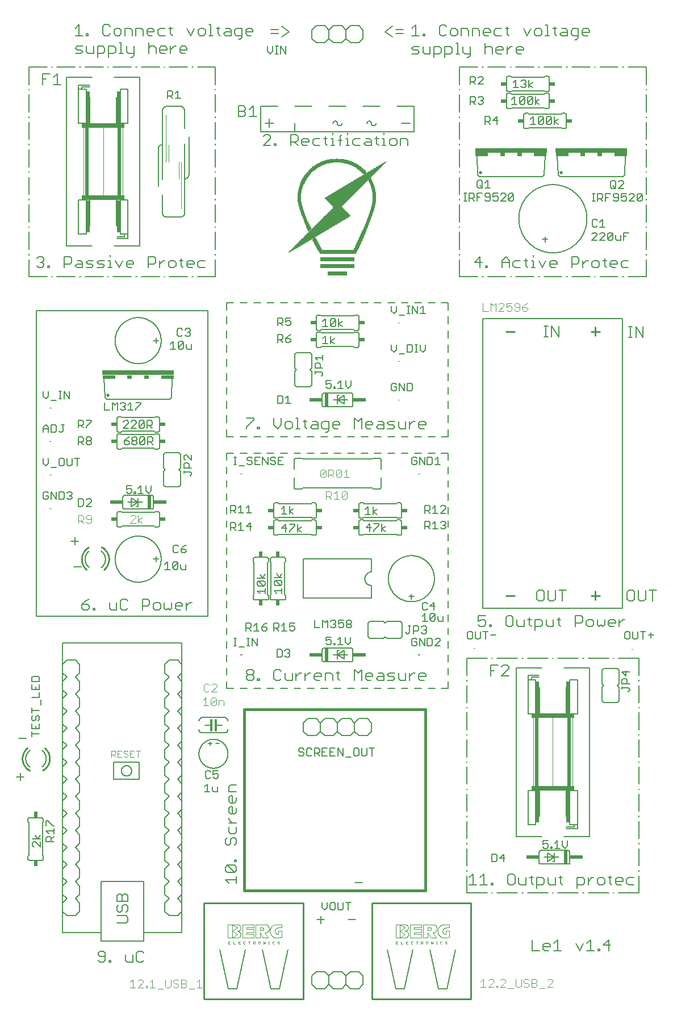
<source format=gto>
G75*
%MOIN*%
%OFA0B0*%
%FSLAX25Y25*%
%IPPOS*%
%LPD*%
%AMOC8*
5,1,8,0,0,1.08239X$1,22.5*
%
%ADD10C,0.00600*%
%ADD11C,0.00591*%
%ADD12C,0.01600*%
%ADD13R,0.11600X0.00100*%
%ADD14R,0.20300X0.00100*%
%ADD15R,0.20200X0.00100*%
%ADD16R,0.20100X0.00100*%
%ADD17R,0.00100X0.00100*%
%ADD18R,0.00200X0.00100*%
%ADD19R,0.00300X0.00100*%
%ADD20R,0.01200X0.00100*%
%ADD21R,0.01400X0.00100*%
%ADD22R,0.21200X0.00100*%
%ADD23R,0.21300X0.00100*%
%ADD24R,0.21400X0.00100*%
%ADD25R,0.21500X0.00100*%
%ADD26R,0.21600X0.00100*%
%ADD27R,0.21700X0.00100*%
%ADD28R,0.21900X0.00100*%
%ADD29R,0.00400X0.00100*%
%ADD30R,0.22100X0.00100*%
%ADD31R,0.00500X0.00100*%
%ADD32R,0.00600X0.00100*%
%ADD33R,0.22300X0.00100*%
%ADD34R,0.00700X0.00100*%
%ADD35R,0.22500X0.00100*%
%ADD36R,0.00800X0.00100*%
%ADD37R,0.00900X0.00100*%
%ADD38R,0.22700X0.00100*%
%ADD39R,0.01000X0.00100*%
%ADD40R,0.22900X0.00100*%
%ADD41R,0.01100X0.00100*%
%ADD42R,0.23000X0.00100*%
%ADD43R,0.23200X0.00100*%
%ADD44R,0.01300X0.00100*%
%ADD45R,0.02500X0.00100*%
%ADD46R,0.02400X0.00100*%
%ADD47R,0.01500X0.00100*%
%ADD48R,0.02300X0.00100*%
%ADD49R,0.01600X0.00100*%
%ADD50R,0.01700X0.00100*%
%ADD51R,0.01800X0.00100*%
%ADD52R,0.02000X0.00100*%
%ADD53R,0.02100X0.00100*%
%ADD54R,0.02200X0.00100*%
%ADD55R,0.02600X0.00100*%
%ADD56R,0.02700X0.00100*%
%ADD57R,0.02800X0.00100*%
%ADD58R,0.02900X0.00100*%
%ADD59R,0.03000X0.00100*%
%ADD60R,0.03100X0.00100*%
%ADD61R,0.03200X0.00100*%
%ADD62R,0.03300X0.00100*%
%ADD63R,0.03400X0.00100*%
%ADD64R,0.03500X0.00100*%
%ADD65R,0.03600X0.00100*%
%ADD66R,0.03700X0.00100*%
%ADD67R,0.03800X0.00100*%
%ADD68R,0.03900X0.00100*%
%ADD69R,0.04000X0.00100*%
%ADD70R,0.04100X0.00100*%
%ADD71R,0.04200X0.00100*%
%ADD72R,0.04300X0.00100*%
%ADD73R,0.04400X0.00100*%
%ADD74R,0.04500X0.00100*%
%ADD75R,0.04600X0.00100*%
%ADD76R,0.04700X0.00100*%
%ADD77R,0.04800X0.00100*%
%ADD78R,0.04900X0.00100*%
%ADD79R,0.05000X0.00100*%
%ADD80R,0.05100X0.00100*%
%ADD81R,0.05200X0.00100*%
%ADD82R,0.05300X0.00100*%
%ADD83R,0.05400X0.00100*%
%ADD84R,0.05500X0.00100*%
%ADD85R,0.05600X0.00100*%
%ADD86R,0.05700X0.00100*%
%ADD87R,0.05800X0.00100*%
%ADD88R,0.05900X0.00100*%
%ADD89R,0.01900X0.00100*%
%ADD90R,0.06000X0.00100*%
%ADD91R,0.06100X0.00100*%
%ADD92R,0.06200X0.00100*%
%ADD93R,0.06300X0.00100*%
%ADD94R,0.06400X0.00100*%
%ADD95R,0.06500X0.00100*%
%ADD96R,0.06600X0.00100*%
%ADD97R,0.06700X0.00100*%
%ADD98R,0.06800X0.00100*%
%ADD99R,0.06900X0.00100*%
%ADD100R,0.07000X0.00100*%
%ADD101R,0.07100X0.00100*%
%ADD102R,0.07200X0.00100*%
%ADD103R,0.07300X0.00100*%
%ADD104R,0.07400X0.00100*%
%ADD105R,0.07500X0.00100*%
%ADD106R,0.07600X0.00100*%
%ADD107R,0.07700X0.00100*%
%ADD108R,0.07800X0.00100*%
%ADD109R,0.07900X0.00100*%
%ADD110R,0.08000X0.00100*%
%ADD111R,0.08100X0.00100*%
%ADD112R,0.08200X0.00100*%
%ADD113R,0.08300X0.00100*%
%ADD114R,0.08400X0.00100*%
%ADD115R,0.08500X0.00100*%
%ADD116R,0.08600X0.00100*%
%ADD117R,0.08700X0.00100*%
%ADD118R,0.08800X0.00100*%
%ADD119R,0.08900X0.00100*%
%ADD120R,0.09000X0.00100*%
%ADD121R,0.09100X0.00100*%
%ADD122R,0.09200X0.00100*%
%ADD123R,0.09300X0.00100*%
%ADD124R,0.09400X0.00100*%
%ADD125R,0.09500X0.00100*%
%ADD126R,0.09600X0.00100*%
%ADD127R,0.09700X0.00100*%
%ADD128R,0.09800X0.00100*%
%ADD129R,0.09900X0.00100*%
%ADD130R,0.10000X0.00100*%
%ADD131R,0.10100X0.00100*%
%ADD132R,0.10200X0.00100*%
%ADD133R,0.10300X0.00100*%
%ADD134R,0.10400X0.00100*%
%ADD135R,0.10500X0.00100*%
%ADD136R,0.10600X0.00100*%
%ADD137R,0.10700X0.00100*%
%ADD138R,0.10800X0.00100*%
%ADD139R,0.10900X0.00100*%
%ADD140R,0.11000X0.00100*%
%ADD141R,0.11100X0.00100*%
%ADD142R,0.11200X0.00100*%
%ADD143R,0.11300X0.00100*%
%ADD144R,0.11400X0.00100*%
%ADD145R,0.11500X0.00100*%
%ADD146R,0.11700X0.00100*%
%ADD147R,0.11800X0.00100*%
%ADD148R,0.11900X0.00100*%
%ADD149R,0.12000X0.00100*%
%ADD150R,0.12100X0.00100*%
%ADD151R,0.12200X0.00100*%
%ADD152R,0.12300X0.00100*%
%ADD153R,0.12400X0.00100*%
%ADD154R,0.12500X0.00100*%
%ADD155R,0.12600X0.00100*%
%ADD156R,0.12700X0.00100*%
%ADD157R,0.12800X0.00100*%
%ADD158R,0.12900X0.00100*%
%ADD159R,0.13000X0.00100*%
%ADD160R,0.13100X0.00100*%
%ADD161R,0.13200X0.00100*%
%ADD162R,0.13300X0.00100*%
%ADD163R,0.13400X0.00100*%
%ADD164R,0.13500X0.00100*%
%ADD165R,0.13600X0.00100*%
%ADD166R,0.13700X0.00100*%
%ADD167R,0.13900X0.00100*%
%ADD168R,0.13800X0.00100*%
%ADD169R,0.14000X0.00100*%
%ADD170R,0.14100X0.00100*%
%ADD171R,0.14300X0.00100*%
%ADD172R,0.14400X0.00100*%
%ADD173R,0.14500X0.00100*%
%ADD174R,0.14600X0.00100*%
%ADD175R,0.14700X0.00100*%
%ADD176R,0.14800X0.00100*%
%ADD177R,0.14900X0.00100*%
%ADD178R,0.15100X0.00100*%
%ADD179R,0.14200X0.00100*%
%ADD180R,0.18800X0.00100*%
%ADD181R,0.18400X0.00100*%
%ADD182R,0.17900X0.00100*%
%ADD183R,0.17400X0.00100*%
%ADD184R,0.17000X0.00100*%
%ADD185R,0.16400X0.00100*%
%ADD186R,0.15900X0.00100*%
%ADD187R,0.15400X0.00100*%
%ADD188C,0.00700*%
%ADD189C,0.00500*%
%ADD190C,0.01200*%
%ADD191C,0.00400*%
%ADD192R,0.03400X0.02400*%
%ADD193C,0.00200*%
%ADD194R,0.04500X0.02500*%
%ADD195R,0.16000X0.02500*%
%ADD196R,0.02000X0.40000*%
%ADD197R,0.00500X0.15500*%
%ADD198R,0.02000X0.19000*%
%ADD199R,0.02000X0.08000*%
%ADD200R,0.07500X0.02000*%
%ADD201C,0.02000*%
%ADD202R,0.42000X0.03000*%
%ADD203R,0.03000X0.02000*%
%ADD204C,0.01000*%
%ADD205C,0.00300*%
%ADD206R,0.02400X0.03400*%
%ADD207C,0.00100*%
%ADD208C,0.00000*%
D10*
X0074657Y0081791D02*
X0075725Y0080724D01*
X0077860Y0080724D01*
X0078928Y0081791D01*
X0078928Y0086062D01*
X0077860Y0087129D01*
X0075725Y0087129D01*
X0074657Y0086062D01*
X0074657Y0084994D01*
X0075725Y0083926D01*
X0078928Y0083926D01*
X0081103Y0081791D02*
X0082171Y0081791D01*
X0082171Y0080724D01*
X0081103Y0080724D01*
X0081103Y0081791D01*
X0090771Y0081791D02*
X0091839Y0080724D01*
X0095042Y0080724D01*
X0095042Y0084994D01*
X0097217Y0086062D02*
X0098284Y0087129D01*
X0100419Y0087129D01*
X0101487Y0086062D01*
X0097217Y0086062D02*
X0097217Y0081791D01*
X0098284Y0080724D01*
X0100419Y0080724D01*
X0101487Y0081791D01*
X0090771Y0081791D02*
X0090771Y0084994D01*
X0090992Y0103610D02*
X0085654Y0103610D01*
X0085654Y0107881D02*
X0090992Y0107881D01*
X0092060Y0106813D01*
X0092060Y0104678D01*
X0090992Y0103610D01*
X0090992Y0110056D02*
X0092060Y0111124D01*
X0092060Y0113259D01*
X0090992Y0114326D01*
X0089925Y0114326D01*
X0088857Y0113259D01*
X0088857Y0111124D01*
X0087790Y0110056D01*
X0086722Y0110056D01*
X0085654Y0111124D01*
X0085654Y0113259D01*
X0086722Y0114326D01*
X0085654Y0116501D02*
X0085654Y0119704D01*
X0086722Y0120772D01*
X0087790Y0120772D01*
X0088857Y0119704D01*
X0088857Y0116501D01*
X0092060Y0116501D02*
X0085654Y0116501D01*
X0088857Y0119704D02*
X0089925Y0120772D01*
X0090992Y0120772D01*
X0092060Y0119704D01*
X0092060Y0116501D01*
X0042524Y0141485D02*
X0042524Y0142985D01*
X0042024Y0143485D01*
X0042024Y0162485D01*
X0042524Y0162985D01*
X0042524Y0164485D01*
X0042522Y0164545D01*
X0042517Y0164606D01*
X0042508Y0164665D01*
X0042495Y0164724D01*
X0042479Y0164783D01*
X0042459Y0164840D01*
X0042436Y0164895D01*
X0042409Y0164950D01*
X0042380Y0165002D01*
X0042347Y0165053D01*
X0042311Y0165102D01*
X0042273Y0165148D01*
X0042231Y0165192D01*
X0042187Y0165234D01*
X0042141Y0165272D01*
X0042092Y0165308D01*
X0042041Y0165341D01*
X0041989Y0165370D01*
X0041934Y0165397D01*
X0041879Y0165420D01*
X0041822Y0165440D01*
X0041763Y0165456D01*
X0041704Y0165469D01*
X0041645Y0165478D01*
X0041584Y0165483D01*
X0041524Y0165485D01*
X0034524Y0165485D01*
X0034464Y0165483D01*
X0034403Y0165478D01*
X0034344Y0165469D01*
X0034285Y0165456D01*
X0034226Y0165440D01*
X0034169Y0165420D01*
X0034114Y0165397D01*
X0034059Y0165370D01*
X0034007Y0165341D01*
X0033956Y0165308D01*
X0033907Y0165272D01*
X0033861Y0165234D01*
X0033817Y0165192D01*
X0033775Y0165148D01*
X0033737Y0165102D01*
X0033701Y0165053D01*
X0033668Y0165002D01*
X0033639Y0164950D01*
X0033612Y0164895D01*
X0033589Y0164840D01*
X0033569Y0164783D01*
X0033553Y0164724D01*
X0033540Y0164665D01*
X0033531Y0164606D01*
X0033526Y0164545D01*
X0033524Y0164485D01*
X0033524Y0162985D01*
X0034024Y0162485D01*
X0034024Y0143485D01*
X0033524Y0142985D01*
X0033524Y0141485D01*
X0033526Y0141425D01*
X0033531Y0141364D01*
X0033540Y0141305D01*
X0033553Y0141246D01*
X0033569Y0141187D01*
X0033589Y0141130D01*
X0033612Y0141075D01*
X0033639Y0141020D01*
X0033668Y0140968D01*
X0033701Y0140917D01*
X0033737Y0140868D01*
X0033775Y0140822D01*
X0033817Y0140778D01*
X0033861Y0140736D01*
X0033907Y0140698D01*
X0033956Y0140662D01*
X0034007Y0140629D01*
X0034059Y0140600D01*
X0034114Y0140573D01*
X0034169Y0140550D01*
X0034226Y0140530D01*
X0034285Y0140514D01*
X0034344Y0140501D01*
X0034403Y0140492D01*
X0034464Y0140487D01*
X0034524Y0140485D01*
X0041524Y0140485D01*
X0041584Y0140487D01*
X0041645Y0140492D01*
X0041704Y0140501D01*
X0041763Y0140514D01*
X0041822Y0140530D01*
X0041879Y0140550D01*
X0041934Y0140573D01*
X0041989Y0140600D01*
X0042041Y0140629D01*
X0042092Y0140662D01*
X0042141Y0140698D01*
X0042187Y0140736D01*
X0042231Y0140778D01*
X0042273Y0140822D01*
X0042311Y0140868D01*
X0042347Y0140917D01*
X0042380Y0140968D01*
X0042409Y0141020D01*
X0042436Y0141075D01*
X0042459Y0141130D01*
X0042479Y0141187D01*
X0042495Y0141246D01*
X0042508Y0141305D01*
X0042517Y0141364D01*
X0042522Y0141425D01*
X0042524Y0141485D01*
X0028960Y0187301D02*
X0028960Y0191571D01*
X0031095Y0189436D02*
X0026824Y0189436D01*
X0032224Y0200181D02*
X0032226Y0200335D01*
X0032232Y0200489D01*
X0032242Y0200643D01*
X0032256Y0200797D01*
X0032273Y0200950D01*
X0032295Y0201102D01*
X0032321Y0201254D01*
X0032350Y0201406D01*
X0032384Y0201556D01*
X0032421Y0201706D01*
X0032462Y0201854D01*
X0032507Y0202002D01*
X0032556Y0202148D01*
X0032608Y0202293D01*
X0032664Y0202436D01*
X0032724Y0202579D01*
X0032787Y0202719D01*
X0032854Y0202858D01*
X0032925Y0202995D01*
X0032999Y0203130D01*
X0033076Y0203263D01*
X0033157Y0203395D01*
X0033241Y0203524D01*
X0033329Y0203651D01*
X0033420Y0203775D01*
X0033513Y0203897D01*
X0033611Y0204017D01*
X0033711Y0204134D01*
X0033814Y0204249D01*
X0033920Y0204361D01*
X0034028Y0204470D01*
X0034140Y0204576D01*
X0034254Y0204680D01*
X0034371Y0204780D01*
X0034490Y0204878D01*
X0034612Y0204972D01*
X0034737Y0205063D01*
X0044224Y0200181D02*
X0044222Y0200029D01*
X0044216Y0199878D01*
X0044207Y0199727D01*
X0044193Y0199575D01*
X0044176Y0199425D01*
X0044155Y0199275D01*
X0044130Y0199125D01*
X0044102Y0198976D01*
X0044069Y0198828D01*
X0044033Y0198681D01*
X0043994Y0198534D01*
X0043950Y0198389D01*
X0043903Y0198245D01*
X0043852Y0198102D01*
X0043798Y0197961D01*
X0043740Y0197820D01*
X0043679Y0197682D01*
X0043614Y0197545D01*
X0043545Y0197409D01*
X0043474Y0197276D01*
X0043399Y0197144D01*
X0043320Y0197014D01*
X0043239Y0196887D01*
X0043154Y0196761D01*
X0043066Y0196637D01*
X0042975Y0196516D01*
X0042881Y0196397D01*
X0042783Y0196281D01*
X0042683Y0196167D01*
X0042581Y0196055D01*
X0042475Y0195947D01*
X0042367Y0195841D01*
X0042256Y0195737D01*
X0042142Y0195637D01*
X0042026Y0195539D01*
X0041907Y0195445D01*
X0044224Y0200181D02*
X0044222Y0200333D01*
X0044216Y0200484D01*
X0044207Y0200635D01*
X0044193Y0200787D01*
X0044176Y0200937D01*
X0044155Y0201087D01*
X0044130Y0201237D01*
X0044102Y0201386D01*
X0044069Y0201534D01*
X0044033Y0201681D01*
X0043994Y0201828D01*
X0043950Y0201973D01*
X0043903Y0202117D01*
X0043852Y0202260D01*
X0043798Y0202401D01*
X0043740Y0202542D01*
X0043679Y0202680D01*
X0043614Y0202817D01*
X0043545Y0202953D01*
X0043474Y0203086D01*
X0043399Y0203218D01*
X0043320Y0203348D01*
X0043239Y0203475D01*
X0043154Y0203601D01*
X0043066Y0203725D01*
X0042975Y0203846D01*
X0042881Y0203965D01*
X0042783Y0204081D01*
X0042683Y0204195D01*
X0042581Y0204307D01*
X0042475Y0204415D01*
X0042367Y0204521D01*
X0042256Y0204625D01*
X0042142Y0204725D01*
X0042026Y0204823D01*
X0041907Y0204917D01*
X0032224Y0200181D02*
X0032226Y0200031D01*
X0032232Y0199880D01*
X0032241Y0199730D01*
X0032254Y0199581D01*
X0032271Y0199431D01*
X0032292Y0199282D01*
X0032316Y0199134D01*
X0032344Y0198986D01*
X0032376Y0198839D01*
X0032411Y0198693D01*
X0032451Y0198548D01*
X0032493Y0198404D01*
X0032540Y0198261D01*
X0032590Y0198119D01*
X0032643Y0197978D01*
X0032700Y0197839D01*
X0032760Y0197701D01*
X0032824Y0197565D01*
X0032891Y0197431D01*
X0032962Y0197298D01*
X0033036Y0197167D01*
X0033113Y0197038D01*
X0033194Y0196911D01*
X0033277Y0196786D01*
X0033364Y0196663D01*
X0033453Y0196542D01*
X0033546Y0196424D01*
X0033642Y0196308D01*
X0033740Y0196194D01*
X0033841Y0196083D01*
X0033946Y0195974D01*
X0034052Y0195869D01*
X0034162Y0195765D01*
X0034274Y0195665D01*
X0034388Y0195567D01*
X0034505Y0195473D01*
X0034624Y0195381D01*
X0032395Y0212036D02*
X0028124Y0212036D01*
X0066276Y0287417D02*
X0068411Y0287417D01*
X0069479Y0288484D01*
X0069479Y0289552D01*
X0068411Y0290619D01*
X0065208Y0290619D01*
X0065208Y0288484D01*
X0066276Y0287417D01*
X0065208Y0290619D02*
X0067344Y0292754D01*
X0069479Y0293822D01*
X0071654Y0288484D02*
X0072722Y0288484D01*
X0072722Y0287417D01*
X0071654Y0287417D01*
X0071654Y0288484D01*
X0081322Y0288484D02*
X0082390Y0287417D01*
X0085592Y0287417D01*
X0085592Y0291687D01*
X0087768Y0292754D02*
X0088835Y0293822D01*
X0090970Y0293822D01*
X0092038Y0292754D01*
X0092038Y0288484D02*
X0090970Y0287417D01*
X0088835Y0287417D01*
X0087768Y0288484D01*
X0087768Y0292754D01*
X0081322Y0291687D02*
X0081322Y0288484D01*
X0064795Y0312636D02*
X0060524Y0312636D01*
X0061060Y0325601D02*
X0061060Y0329871D01*
X0063195Y0327736D02*
X0058924Y0327736D01*
X0079013Y0317191D02*
X0079011Y0317037D01*
X0079005Y0316883D01*
X0078995Y0316729D01*
X0078981Y0316575D01*
X0078964Y0316422D01*
X0078942Y0316270D01*
X0078916Y0316118D01*
X0078887Y0315966D01*
X0078853Y0315816D01*
X0078816Y0315666D01*
X0078775Y0315518D01*
X0078730Y0315370D01*
X0078681Y0315224D01*
X0078629Y0315079D01*
X0078573Y0314936D01*
X0078513Y0314793D01*
X0078450Y0314653D01*
X0078383Y0314514D01*
X0078312Y0314377D01*
X0078238Y0314242D01*
X0078161Y0314109D01*
X0078080Y0313977D01*
X0077996Y0313848D01*
X0077908Y0313721D01*
X0077817Y0313597D01*
X0077724Y0313475D01*
X0077626Y0313355D01*
X0077526Y0313238D01*
X0077423Y0313123D01*
X0077317Y0313011D01*
X0077209Y0312902D01*
X0077097Y0312796D01*
X0076983Y0312692D01*
X0076866Y0312592D01*
X0076747Y0312494D01*
X0076625Y0312400D01*
X0076500Y0312309D01*
X0067013Y0317191D02*
X0067015Y0317343D01*
X0067021Y0317494D01*
X0067030Y0317645D01*
X0067044Y0317797D01*
X0067061Y0317947D01*
X0067082Y0318097D01*
X0067107Y0318247D01*
X0067135Y0318396D01*
X0067168Y0318544D01*
X0067204Y0318691D01*
X0067243Y0318838D01*
X0067287Y0318983D01*
X0067334Y0319127D01*
X0067385Y0319270D01*
X0067439Y0319411D01*
X0067497Y0319552D01*
X0067558Y0319690D01*
X0067623Y0319827D01*
X0067692Y0319963D01*
X0067763Y0320096D01*
X0067838Y0320228D01*
X0067917Y0320358D01*
X0067998Y0320485D01*
X0068083Y0320611D01*
X0068171Y0320735D01*
X0068262Y0320856D01*
X0068356Y0320975D01*
X0068454Y0321091D01*
X0068554Y0321205D01*
X0068656Y0321317D01*
X0068762Y0321425D01*
X0068870Y0321531D01*
X0068981Y0321635D01*
X0069095Y0321735D01*
X0069211Y0321833D01*
X0069330Y0321927D01*
X0067013Y0317191D02*
X0067015Y0317039D01*
X0067021Y0316888D01*
X0067030Y0316737D01*
X0067044Y0316585D01*
X0067061Y0316435D01*
X0067082Y0316285D01*
X0067107Y0316135D01*
X0067135Y0315986D01*
X0067168Y0315838D01*
X0067204Y0315691D01*
X0067243Y0315544D01*
X0067287Y0315399D01*
X0067334Y0315255D01*
X0067385Y0315112D01*
X0067439Y0314971D01*
X0067497Y0314830D01*
X0067558Y0314692D01*
X0067623Y0314555D01*
X0067692Y0314419D01*
X0067763Y0314286D01*
X0067838Y0314154D01*
X0067917Y0314024D01*
X0067998Y0313897D01*
X0068083Y0313771D01*
X0068171Y0313647D01*
X0068262Y0313526D01*
X0068356Y0313407D01*
X0068454Y0313291D01*
X0068554Y0313177D01*
X0068656Y0313065D01*
X0068762Y0312957D01*
X0068870Y0312851D01*
X0068981Y0312747D01*
X0069095Y0312647D01*
X0069211Y0312549D01*
X0069330Y0312455D01*
X0079013Y0317191D02*
X0079011Y0317341D01*
X0079005Y0317492D01*
X0078996Y0317642D01*
X0078983Y0317791D01*
X0078966Y0317941D01*
X0078945Y0318090D01*
X0078921Y0318238D01*
X0078893Y0318386D01*
X0078861Y0318533D01*
X0078826Y0318679D01*
X0078786Y0318824D01*
X0078744Y0318968D01*
X0078697Y0319111D01*
X0078647Y0319253D01*
X0078594Y0319394D01*
X0078537Y0319533D01*
X0078477Y0319671D01*
X0078413Y0319807D01*
X0078346Y0319941D01*
X0078275Y0320074D01*
X0078201Y0320205D01*
X0078124Y0320334D01*
X0078043Y0320461D01*
X0077960Y0320586D01*
X0077873Y0320709D01*
X0077784Y0320830D01*
X0077691Y0320948D01*
X0077595Y0321064D01*
X0077497Y0321178D01*
X0077396Y0321289D01*
X0077291Y0321398D01*
X0077185Y0321503D01*
X0077075Y0321607D01*
X0076963Y0321707D01*
X0076849Y0321805D01*
X0076732Y0321899D01*
X0076613Y0321991D01*
X0086710Y0336077D02*
X0088210Y0336077D01*
X0088710Y0336577D01*
X0107710Y0336577D01*
X0108210Y0336077D01*
X0109710Y0336077D01*
X0109770Y0336079D01*
X0109831Y0336084D01*
X0109890Y0336093D01*
X0109949Y0336106D01*
X0110008Y0336122D01*
X0110065Y0336142D01*
X0110120Y0336165D01*
X0110175Y0336192D01*
X0110227Y0336221D01*
X0110278Y0336254D01*
X0110327Y0336290D01*
X0110373Y0336328D01*
X0110417Y0336370D01*
X0110459Y0336414D01*
X0110497Y0336460D01*
X0110533Y0336509D01*
X0110566Y0336560D01*
X0110595Y0336612D01*
X0110622Y0336667D01*
X0110645Y0336722D01*
X0110665Y0336779D01*
X0110681Y0336838D01*
X0110694Y0336897D01*
X0110703Y0336956D01*
X0110708Y0337017D01*
X0110710Y0337077D01*
X0110710Y0344077D01*
X0110708Y0344137D01*
X0110703Y0344198D01*
X0110694Y0344257D01*
X0110681Y0344316D01*
X0110665Y0344375D01*
X0110645Y0344432D01*
X0110622Y0344487D01*
X0110595Y0344542D01*
X0110566Y0344594D01*
X0110533Y0344645D01*
X0110497Y0344694D01*
X0110459Y0344740D01*
X0110417Y0344784D01*
X0110373Y0344826D01*
X0110327Y0344864D01*
X0110278Y0344900D01*
X0110227Y0344933D01*
X0110175Y0344962D01*
X0110120Y0344989D01*
X0110065Y0345012D01*
X0110008Y0345032D01*
X0109949Y0345048D01*
X0109890Y0345061D01*
X0109831Y0345070D01*
X0109770Y0345075D01*
X0109710Y0345077D01*
X0108210Y0345077D01*
X0107710Y0344577D01*
X0088710Y0344577D01*
X0088210Y0345077D01*
X0086710Y0345077D01*
X0086650Y0345075D01*
X0086589Y0345070D01*
X0086530Y0345061D01*
X0086471Y0345048D01*
X0086412Y0345032D01*
X0086355Y0345012D01*
X0086300Y0344989D01*
X0086245Y0344962D01*
X0086193Y0344933D01*
X0086142Y0344900D01*
X0086093Y0344864D01*
X0086047Y0344826D01*
X0086003Y0344784D01*
X0085961Y0344740D01*
X0085923Y0344694D01*
X0085887Y0344645D01*
X0085854Y0344594D01*
X0085825Y0344542D01*
X0085798Y0344487D01*
X0085775Y0344432D01*
X0085755Y0344375D01*
X0085739Y0344316D01*
X0085726Y0344257D01*
X0085717Y0344198D01*
X0085712Y0344137D01*
X0085710Y0344077D01*
X0085710Y0337077D01*
X0085712Y0337017D01*
X0085717Y0336956D01*
X0085726Y0336897D01*
X0085739Y0336838D01*
X0085755Y0336779D01*
X0085775Y0336722D01*
X0085798Y0336667D01*
X0085825Y0336612D01*
X0085854Y0336560D01*
X0085887Y0336509D01*
X0085923Y0336460D01*
X0085961Y0336414D01*
X0086003Y0336370D01*
X0086047Y0336328D01*
X0086093Y0336290D01*
X0086142Y0336254D01*
X0086193Y0336221D01*
X0086245Y0336192D01*
X0086300Y0336165D01*
X0086355Y0336142D01*
X0086412Y0336122D01*
X0086471Y0336106D01*
X0086530Y0336093D01*
X0086589Y0336084D01*
X0086650Y0336079D01*
X0086710Y0336077D01*
X0090210Y0346577D02*
X0106210Y0346577D01*
X0106270Y0346579D01*
X0106331Y0346584D01*
X0106390Y0346593D01*
X0106449Y0346606D01*
X0106508Y0346622D01*
X0106565Y0346642D01*
X0106620Y0346665D01*
X0106675Y0346692D01*
X0106727Y0346721D01*
X0106778Y0346754D01*
X0106827Y0346790D01*
X0106873Y0346828D01*
X0106917Y0346870D01*
X0106959Y0346914D01*
X0106997Y0346960D01*
X0107033Y0347009D01*
X0107066Y0347060D01*
X0107095Y0347112D01*
X0107122Y0347167D01*
X0107145Y0347222D01*
X0107165Y0347279D01*
X0107181Y0347338D01*
X0107194Y0347397D01*
X0107203Y0347456D01*
X0107208Y0347517D01*
X0107210Y0347577D01*
X0107210Y0353577D01*
X0107208Y0353637D01*
X0107203Y0353698D01*
X0107194Y0353757D01*
X0107181Y0353816D01*
X0107165Y0353875D01*
X0107145Y0353932D01*
X0107122Y0353987D01*
X0107095Y0354042D01*
X0107066Y0354094D01*
X0107033Y0354145D01*
X0106997Y0354194D01*
X0106959Y0354240D01*
X0106917Y0354284D01*
X0106873Y0354326D01*
X0106827Y0354364D01*
X0106778Y0354400D01*
X0106727Y0354433D01*
X0106675Y0354462D01*
X0106620Y0354489D01*
X0106565Y0354512D01*
X0106508Y0354532D01*
X0106449Y0354548D01*
X0106390Y0354561D01*
X0106331Y0354570D01*
X0106270Y0354575D01*
X0106210Y0354577D01*
X0090210Y0354577D01*
X0090150Y0354575D01*
X0090089Y0354570D01*
X0090030Y0354561D01*
X0089971Y0354548D01*
X0089912Y0354532D01*
X0089855Y0354512D01*
X0089800Y0354489D01*
X0089745Y0354462D01*
X0089693Y0354433D01*
X0089642Y0354400D01*
X0089593Y0354364D01*
X0089547Y0354326D01*
X0089503Y0354284D01*
X0089461Y0354240D01*
X0089423Y0354194D01*
X0089387Y0354145D01*
X0089354Y0354094D01*
X0089325Y0354042D01*
X0089298Y0353987D01*
X0089275Y0353932D01*
X0089255Y0353875D01*
X0089239Y0353816D01*
X0089226Y0353757D01*
X0089217Y0353698D01*
X0089212Y0353637D01*
X0089210Y0353577D01*
X0089210Y0347577D01*
X0089212Y0347517D01*
X0089217Y0347456D01*
X0089226Y0347397D01*
X0089239Y0347338D01*
X0089255Y0347279D01*
X0089275Y0347222D01*
X0089298Y0347167D01*
X0089325Y0347112D01*
X0089354Y0347060D01*
X0089387Y0347009D01*
X0089423Y0346960D01*
X0089461Y0346914D01*
X0089503Y0346870D01*
X0089547Y0346828D01*
X0089593Y0346790D01*
X0089642Y0346754D01*
X0089693Y0346721D01*
X0089745Y0346692D01*
X0089800Y0346665D01*
X0089855Y0346642D01*
X0089912Y0346622D01*
X0089971Y0346606D01*
X0090030Y0346593D01*
X0090089Y0346584D01*
X0090150Y0346579D01*
X0090210Y0346577D01*
X0094210Y0348077D02*
X0098210Y0350577D01*
X0098210Y0348077D01*
X0097210Y0348077D01*
X0098210Y0350577D02*
X0098210Y0353077D01*
X0098210Y0350577D02*
X0092210Y0350577D01*
X0094210Y0348077D02*
X0094210Y0353077D01*
X0098210Y0350577D01*
X0100710Y0350577D01*
X0113269Y0360708D02*
X0113269Y0368708D01*
X0114269Y0369708D01*
X0113269Y0370708D01*
X0113269Y0378708D01*
X0114269Y0379708D01*
X0122269Y0379708D01*
X0123269Y0378708D01*
X0123269Y0370708D01*
X0122269Y0369708D01*
X0123269Y0368708D01*
X0123269Y0360708D01*
X0122269Y0359708D01*
X0114269Y0359708D01*
X0113269Y0360708D01*
X0109710Y0381825D02*
X0108210Y0381825D01*
X0107710Y0382325D01*
X0088710Y0382325D01*
X0088210Y0381825D01*
X0086710Y0381825D01*
X0086650Y0381827D01*
X0086589Y0381832D01*
X0086530Y0381841D01*
X0086471Y0381854D01*
X0086412Y0381870D01*
X0086355Y0381890D01*
X0086300Y0381913D01*
X0086245Y0381940D01*
X0086193Y0381969D01*
X0086142Y0382002D01*
X0086093Y0382038D01*
X0086047Y0382076D01*
X0086003Y0382118D01*
X0085961Y0382162D01*
X0085923Y0382208D01*
X0085887Y0382257D01*
X0085854Y0382308D01*
X0085825Y0382360D01*
X0085798Y0382415D01*
X0085775Y0382470D01*
X0085755Y0382527D01*
X0085739Y0382586D01*
X0085726Y0382645D01*
X0085717Y0382704D01*
X0085712Y0382765D01*
X0085710Y0382825D01*
X0085710Y0389825D01*
X0085712Y0389885D01*
X0085717Y0389946D01*
X0085726Y0390005D01*
X0085739Y0390064D01*
X0085755Y0390123D01*
X0085775Y0390180D01*
X0085798Y0390235D01*
X0085825Y0390290D01*
X0085854Y0390342D01*
X0085887Y0390393D01*
X0085923Y0390442D01*
X0085961Y0390488D01*
X0086003Y0390532D01*
X0086047Y0390574D01*
X0086093Y0390612D01*
X0086142Y0390648D01*
X0086193Y0390681D01*
X0086245Y0390710D01*
X0086300Y0390737D01*
X0086355Y0390760D01*
X0086412Y0390780D01*
X0086471Y0390796D01*
X0086530Y0390809D01*
X0086589Y0390818D01*
X0086650Y0390823D01*
X0086710Y0390825D01*
X0088210Y0390825D01*
X0088710Y0390325D01*
X0107710Y0390325D01*
X0108210Y0390825D01*
X0109710Y0390825D01*
X0109770Y0390823D01*
X0109831Y0390818D01*
X0109890Y0390809D01*
X0109949Y0390796D01*
X0110008Y0390780D01*
X0110065Y0390760D01*
X0110120Y0390737D01*
X0110175Y0390710D01*
X0110227Y0390681D01*
X0110278Y0390648D01*
X0110327Y0390612D01*
X0110373Y0390574D01*
X0110417Y0390532D01*
X0110459Y0390488D01*
X0110497Y0390442D01*
X0110533Y0390393D01*
X0110566Y0390342D01*
X0110595Y0390290D01*
X0110622Y0390235D01*
X0110645Y0390180D01*
X0110665Y0390123D01*
X0110681Y0390064D01*
X0110694Y0390005D01*
X0110703Y0389946D01*
X0110708Y0389885D01*
X0110710Y0389825D01*
X0110710Y0382825D01*
X0110708Y0382765D01*
X0110703Y0382704D01*
X0110694Y0382645D01*
X0110681Y0382586D01*
X0110665Y0382527D01*
X0110645Y0382470D01*
X0110622Y0382415D01*
X0110595Y0382360D01*
X0110566Y0382308D01*
X0110533Y0382257D01*
X0110497Y0382208D01*
X0110459Y0382162D01*
X0110417Y0382118D01*
X0110373Y0382076D01*
X0110327Y0382038D01*
X0110278Y0382002D01*
X0110227Y0381969D01*
X0110175Y0381940D01*
X0110120Y0381913D01*
X0110065Y0381890D01*
X0110008Y0381870D01*
X0109949Y0381854D01*
X0109890Y0381841D01*
X0109831Y0381832D01*
X0109770Y0381827D01*
X0109710Y0381825D01*
X0109710Y0391825D02*
X0108210Y0391825D01*
X0107710Y0392325D01*
X0088710Y0392325D01*
X0088210Y0391825D01*
X0086710Y0391825D01*
X0086650Y0391827D01*
X0086589Y0391832D01*
X0086530Y0391841D01*
X0086471Y0391854D01*
X0086412Y0391870D01*
X0086355Y0391890D01*
X0086300Y0391913D01*
X0086245Y0391940D01*
X0086193Y0391969D01*
X0086142Y0392002D01*
X0086093Y0392038D01*
X0086047Y0392076D01*
X0086003Y0392118D01*
X0085961Y0392162D01*
X0085923Y0392208D01*
X0085887Y0392257D01*
X0085854Y0392308D01*
X0085825Y0392360D01*
X0085798Y0392415D01*
X0085775Y0392470D01*
X0085755Y0392527D01*
X0085739Y0392586D01*
X0085726Y0392645D01*
X0085717Y0392704D01*
X0085712Y0392765D01*
X0085710Y0392825D01*
X0085710Y0399825D01*
X0085712Y0399885D01*
X0085717Y0399946D01*
X0085726Y0400005D01*
X0085739Y0400064D01*
X0085755Y0400123D01*
X0085775Y0400180D01*
X0085798Y0400235D01*
X0085825Y0400290D01*
X0085854Y0400342D01*
X0085887Y0400393D01*
X0085923Y0400442D01*
X0085961Y0400488D01*
X0086003Y0400532D01*
X0086047Y0400574D01*
X0086093Y0400612D01*
X0086142Y0400648D01*
X0086193Y0400681D01*
X0086245Y0400710D01*
X0086300Y0400737D01*
X0086355Y0400760D01*
X0086412Y0400780D01*
X0086471Y0400796D01*
X0086530Y0400809D01*
X0086589Y0400818D01*
X0086650Y0400823D01*
X0086710Y0400825D01*
X0088210Y0400825D01*
X0088710Y0400325D01*
X0107710Y0400325D01*
X0108210Y0400825D01*
X0109710Y0400825D01*
X0109770Y0400823D01*
X0109831Y0400818D01*
X0109890Y0400809D01*
X0109949Y0400796D01*
X0110008Y0400780D01*
X0110065Y0400760D01*
X0110120Y0400737D01*
X0110175Y0400710D01*
X0110227Y0400681D01*
X0110278Y0400648D01*
X0110327Y0400612D01*
X0110373Y0400574D01*
X0110417Y0400532D01*
X0110459Y0400488D01*
X0110497Y0400442D01*
X0110533Y0400393D01*
X0110566Y0400342D01*
X0110595Y0400290D01*
X0110622Y0400235D01*
X0110645Y0400180D01*
X0110665Y0400123D01*
X0110681Y0400064D01*
X0110694Y0400005D01*
X0110703Y0399946D01*
X0110708Y0399885D01*
X0110710Y0399825D01*
X0110710Y0392825D01*
X0110708Y0392765D01*
X0110703Y0392704D01*
X0110694Y0392645D01*
X0110681Y0392586D01*
X0110665Y0392527D01*
X0110645Y0392470D01*
X0110622Y0392415D01*
X0110595Y0392360D01*
X0110566Y0392308D01*
X0110533Y0392257D01*
X0110497Y0392208D01*
X0110459Y0392162D01*
X0110417Y0392118D01*
X0110373Y0392076D01*
X0110327Y0392038D01*
X0110278Y0392002D01*
X0110227Y0391969D01*
X0110175Y0391940D01*
X0110120Y0391913D01*
X0110065Y0391890D01*
X0110008Y0391870D01*
X0109949Y0391854D01*
X0109890Y0391841D01*
X0109831Y0391832D01*
X0109770Y0391827D01*
X0109710Y0391825D01*
X0116710Y0411097D02*
X0079710Y0411097D01*
X0078710Y0412097D01*
X0078210Y0423597D01*
X0084710Y0445420D02*
X0084714Y0445751D01*
X0084726Y0446082D01*
X0084747Y0446413D01*
X0084775Y0446743D01*
X0084812Y0447073D01*
X0084856Y0447401D01*
X0084909Y0447728D01*
X0084969Y0448054D01*
X0085038Y0448378D01*
X0085115Y0448700D01*
X0085199Y0449021D01*
X0085291Y0449339D01*
X0085391Y0449655D01*
X0085499Y0449968D01*
X0085615Y0450279D01*
X0085738Y0450586D01*
X0085868Y0450891D01*
X0086006Y0451192D01*
X0086151Y0451490D01*
X0086304Y0451784D01*
X0086464Y0452074D01*
X0086631Y0452360D01*
X0086804Y0452642D01*
X0086985Y0452920D01*
X0087173Y0453193D01*
X0087367Y0453462D01*
X0087567Y0453726D01*
X0087774Y0453984D01*
X0087988Y0454238D01*
X0088207Y0454486D01*
X0088433Y0454729D01*
X0088664Y0454966D01*
X0088901Y0455197D01*
X0089144Y0455423D01*
X0089392Y0455642D01*
X0089646Y0455856D01*
X0089904Y0456063D01*
X0090168Y0456263D01*
X0090437Y0456457D01*
X0090710Y0456645D01*
X0090988Y0456826D01*
X0091270Y0456999D01*
X0091556Y0457166D01*
X0091846Y0457326D01*
X0092140Y0457479D01*
X0092438Y0457624D01*
X0092739Y0457762D01*
X0093044Y0457892D01*
X0093351Y0458015D01*
X0093662Y0458131D01*
X0093975Y0458239D01*
X0094291Y0458339D01*
X0094609Y0458431D01*
X0094930Y0458515D01*
X0095252Y0458592D01*
X0095576Y0458661D01*
X0095902Y0458721D01*
X0096229Y0458774D01*
X0096557Y0458818D01*
X0096887Y0458855D01*
X0097217Y0458883D01*
X0097548Y0458904D01*
X0097879Y0458916D01*
X0098210Y0458920D01*
X0098541Y0458916D01*
X0098872Y0458904D01*
X0099203Y0458883D01*
X0099533Y0458855D01*
X0099863Y0458818D01*
X0100191Y0458774D01*
X0100518Y0458721D01*
X0100844Y0458661D01*
X0101168Y0458592D01*
X0101490Y0458515D01*
X0101811Y0458431D01*
X0102129Y0458339D01*
X0102445Y0458239D01*
X0102758Y0458131D01*
X0103069Y0458015D01*
X0103376Y0457892D01*
X0103681Y0457762D01*
X0103982Y0457624D01*
X0104280Y0457479D01*
X0104574Y0457326D01*
X0104864Y0457166D01*
X0105150Y0456999D01*
X0105432Y0456826D01*
X0105710Y0456645D01*
X0105983Y0456457D01*
X0106252Y0456263D01*
X0106516Y0456063D01*
X0106774Y0455856D01*
X0107028Y0455642D01*
X0107276Y0455423D01*
X0107519Y0455197D01*
X0107756Y0454966D01*
X0107987Y0454729D01*
X0108213Y0454486D01*
X0108432Y0454238D01*
X0108646Y0453984D01*
X0108853Y0453726D01*
X0109053Y0453462D01*
X0109247Y0453193D01*
X0109435Y0452920D01*
X0109616Y0452642D01*
X0109789Y0452360D01*
X0109956Y0452074D01*
X0110116Y0451784D01*
X0110269Y0451490D01*
X0110414Y0451192D01*
X0110552Y0450891D01*
X0110682Y0450586D01*
X0110805Y0450279D01*
X0110921Y0449968D01*
X0111029Y0449655D01*
X0111129Y0449339D01*
X0111221Y0449021D01*
X0111305Y0448700D01*
X0111382Y0448378D01*
X0111451Y0448054D01*
X0111511Y0447728D01*
X0111564Y0447401D01*
X0111608Y0447073D01*
X0111645Y0446743D01*
X0111673Y0446413D01*
X0111694Y0446082D01*
X0111706Y0445751D01*
X0111710Y0445420D01*
X0111706Y0445089D01*
X0111694Y0444758D01*
X0111673Y0444427D01*
X0111645Y0444097D01*
X0111608Y0443767D01*
X0111564Y0443439D01*
X0111511Y0443112D01*
X0111451Y0442786D01*
X0111382Y0442462D01*
X0111305Y0442140D01*
X0111221Y0441819D01*
X0111129Y0441501D01*
X0111029Y0441185D01*
X0110921Y0440872D01*
X0110805Y0440561D01*
X0110682Y0440254D01*
X0110552Y0439949D01*
X0110414Y0439648D01*
X0110269Y0439350D01*
X0110116Y0439056D01*
X0109956Y0438766D01*
X0109789Y0438480D01*
X0109616Y0438198D01*
X0109435Y0437920D01*
X0109247Y0437647D01*
X0109053Y0437378D01*
X0108853Y0437114D01*
X0108646Y0436856D01*
X0108432Y0436602D01*
X0108213Y0436354D01*
X0107987Y0436111D01*
X0107756Y0435874D01*
X0107519Y0435643D01*
X0107276Y0435417D01*
X0107028Y0435198D01*
X0106774Y0434984D01*
X0106516Y0434777D01*
X0106252Y0434577D01*
X0105983Y0434383D01*
X0105710Y0434195D01*
X0105432Y0434014D01*
X0105150Y0433841D01*
X0104864Y0433674D01*
X0104574Y0433514D01*
X0104280Y0433361D01*
X0103982Y0433216D01*
X0103681Y0433078D01*
X0103376Y0432948D01*
X0103069Y0432825D01*
X0102758Y0432709D01*
X0102445Y0432601D01*
X0102129Y0432501D01*
X0101811Y0432409D01*
X0101490Y0432325D01*
X0101168Y0432248D01*
X0100844Y0432179D01*
X0100518Y0432119D01*
X0100191Y0432066D01*
X0099863Y0432022D01*
X0099533Y0431985D01*
X0099203Y0431957D01*
X0098872Y0431936D01*
X0098541Y0431924D01*
X0098210Y0431920D01*
X0097879Y0431924D01*
X0097548Y0431936D01*
X0097217Y0431957D01*
X0096887Y0431985D01*
X0096557Y0432022D01*
X0096229Y0432066D01*
X0095902Y0432119D01*
X0095576Y0432179D01*
X0095252Y0432248D01*
X0094930Y0432325D01*
X0094609Y0432409D01*
X0094291Y0432501D01*
X0093975Y0432601D01*
X0093662Y0432709D01*
X0093351Y0432825D01*
X0093044Y0432948D01*
X0092739Y0433078D01*
X0092438Y0433216D01*
X0092140Y0433361D01*
X0091846Y0433514D01*
X0091556Y0433674D01*
X0091270Y0433841D01*
X0090988Y0434014D01*
X0090710Y0434195D01*
X0090437Y0434383D01*
X0090168Y0434577D01*
X0089904Y0434777D01*
X0089646Y0434984D01*
X0089392Y0435198D01*
X0089144Y0435417D01*
X0088901Y0435643D01*
X0088664Y0435874D01*
X0088433Y0436111D01*
X0088207Y0436354D01*
X0087988Y0436602D01*
X0087774Y0436856D01*
X0087567Y0437114D01*
X0087367Y0437378D01*
X0087173Y0437647D01*
X0086985Y0437920D01*
X0086804Y0438198D01*
X0086631Y0438480D01*
X0086464Y0438766D01*
X0086304Y0439056D01*
X0086151Y0439350D01*
X0086006Y0439648D01*
X0085868Y0439949D01*
X0085738Y0440254D01*
X0085615Y0440561D01*
X0085499Y0440872D01*
X0085391Y0441185D01*
X0085291Y0441501D01*
X0085199Y0441819D01*
X0085115Y0442140D01*
X0085038Y0442462D01*
X0084969Y0442786D01*
X0084909Y0443112D01*
X0084856Y0443439D01*
X0084812Y0443767D01*
X0084775Y0444097D01*
X0084747Y0444427D01*
X0084726Y0444758D01*
X0084714Y0445089D01*
X0084710Y0445420D01*
X0107210Y0445420D02*
X0110210Y0445420D01*
X0108710Y0446920D02*
X0108710Y0443920D01*
X0118210Y0423597D02*
X0117710Y0412097D01*
X0116710Y0411097D01*
X0161825Y0400121D02*
X0166096Y0400121D01*
X0166096Y0399054D01*
X0161825Y0394783D01*
X0161825Y0393716D01*
X0168271Y0393716D02*
X0169338Y0393716D01*
X0169338Y0394783D01*
X0168271Y0394783D01*
X0168271Y0393716D01*
X0177939Y0395851D02*
X0180074Y0393716D01*
X0182209Y0395851D01*
X0182209Y0400121D01*
X0184384Y0396918D02*
X0184384Y0394783D01*
X0185452Y0393716D01*
X0187587Y0393716D01*
X0188655Y0394783D01*
X0188655Y0396918D01*
X0187587Y0397986D01*
X0185452Y0397986D01*
X0184384Y0396918D01*
X0190830Y0393716D02*
X0192965Y0393716D01*
X0191898Y0393716D02*
X0191898Y0400121D01*
X0190830Y0400121D01*
X0195127Y0397986D02*
X0197262Y0397986D01*
X0196195Y0399054D02*
X0196195Y0394783D01*
X0197262Y0393716D01*
X0199424Y0394783D02*
X0200492Y0395851D01*
X0203694Y0395851D01*
X0203694Y0396918D02*
X0203694Y0393716D01*
X0200492Y0393716D01*
X0199424Y0394783D01*
X0200492Y0397986D02*
X0202627Y0397986D01*
X0203694Y0396918D01*
X0205869Y0396918D02*
X0205869Y0394783D01*
X0206937Y0393716D01*
X0210140Y0393716D01*
X0210140Y0392648D02*
X0210140Y0397986D01*
X0206937Y0397986D01*
X0205869Y0396918D01*
X0208005Y0391581D02*
X0209072Y0391581D01*
X0210140Y0392648D01*
X0212315Y0394783D02*
X0212315Y0396918D01*
X0213383Y0397986D01*
X0215518Y0397986D01*
X0216585Y0396918D01*
X0216585Y0395851D01*
X0212315Y0395851D01*
X0212315Y0394783D02*
X0213383Y0393716D01*
X0215518Y0393716D01*
X0215238Y0408195D02*
X0215238Y0410695D01*
X0215238Y0413195D01*
X0216238Y0413195D01*
X0215238Y0410695D02*
X0219238Y0413195D01*
X0219238Y0408195D01*
X0215238Y0410695D01*
X0221238Y0410695D01*
X0224238Y0407695D02*
X0224236Y0407635D01*
X0224231Y0407574D01*
X0224222Y0407515D01*
X0224209Y0407456D01*
X0224193Y0407397D01*
X0224173Y0407340D01*
X0224150Y0407285D01*
X0224123Y0407230D01*
X0224094Y0407178D01*
X0224061Y0407127D01*
X0224025Y0407078D01*
X0223987Y0407032D01*
X0223945Y0406988D01*
X0223901Y0406946D01*
X0223855Y0406908D01*
X0223806Y0406872D01*
X0223755Y0406839D01*
X0223703Y0406810D01*
X0223648Y0406783D01*
X0223593Y0406760D01*
X0223536Y0406740D01*
X0223477Y0406724D01*
X0223418Y0406711D01*
X0223359Y0406702D01*
X0223298Y0406697D01*
X0223238Y0406695D01*
X0207238Y0406695D01*
X0207178Y0406697D01*
X0207117Y0406702D01*
X0207058Y0406711D01*
X0206999Y0406724D01*
X0206940Y0406740D01*
X0206883Y0406760D01*
X0206828Y0406783D01*
X0206773Y0406810D01*
X0206721Y0406839D01*
X0206670Y0406872D01*
X0206621Y0406908D01*
X0206575Y0406946D01*
X0206531Y0406988D01*
X0206489Y0407032D01*
X0206451Y0407078D01*
X0206415Y0407127D01*
X0206382Y0407178D01*
X0206353Y0407230D01*
X0206326Y0407285D01*
X0206303Y0407340D01*
X0206283Y0407397D01*
X0206267Y0407456D01*
X0206254Y0407515D01*
X0206245Y0407574D01*
X0206240Y0407635D01*
X0206238Y0407695D01*
X0206238Y0413695D01*
X0206240Y0413755D01*
X0206245Y0413816D01*
X0206254Y0413875D01*
X0206267Y0413934D01*
X0206283Y0413993D01*
X0206303Y0414050D01*
X0206326Y0414105D01*
X0206353Y0414160D01*
X0206382Y0414212D01*
X0206415Y0414263D01*
X0206451Y0414312D01*
X0206489Y0414358D01*
X0206531Y0414402D01*
X0206575Y0414444D01*
X0206621Y0414482D01*
X0206670Y0414518D01*
X0206721Y0414551D01*
X0206773Y0414580D01*
X0206828Y0414607D01*
X0206883Y0414630D01*
X0206940Y0414650D01*
X0206999Y0414666D01*
X0207058Y0414679D01*
X0207117Y0414688D01*
X0207178Y0414693D01*
X0207238Y0414695D01*
X0223238Y0414695D01*
X0223298Y0414693D01*
X0223359Y0414688D01*
X0223418Y0414679D01*
X0223477Y0414666D01*
X0223536Y0414650D01*
X0223593Y0414630D01*
X0223648Y0414607D01*
X0223703Y0414580D01*
X0223755Y0414551D01*
X0223806Y0414518D01*
X0223855Y0414482D01*
X0223901Y0414444D01*
X0223945Y0414402D01*
X0223987Y0414358D01*
X0224025Y0414312D01*
X0224061Y0414263D01*
X0224094Y0414212D01*
X0224123Y0414160D01*
X0224150Y0414105D01*
X0224173Y0414050D01*
X0224193Y0413993D01*
X0224209Y0413934D01*
X0224222Y0413875D01*
X0224231Y0413816D01*
X0224236Y0413755D01*
X0224238Y0413695D01*
X0224238Y0407695D01*
X0225206Y0400121D02*
X0227341Y0397986D01*
X0229476Y0400121D01*
X0229476Y0393716D01*
X0231651Y0394783D02*
X0231651Y0396918D01*
X0232719Y0397986D01*
X0234854Y0397986D01*
X0235922Y0396918D01*
X0235922Y0395851D01*
X0231651Y0395851D01*
X0231651Y0394783D02*
X0232719Y0393716D01*
X0234854Y0393716D01*
X0238097Y0394783D02*
X0239165Y0395851D01*
X0242367Y0395851D01*
X0242367Y0396918D02*
X0242367Y0393716D01*
X0239165Y0393716D01*
X0238097Y0394783D01*
X0239165Y0397986D02*
X0241300Y0397986D01*
X0242367Y0396918D01*
X0244542Y0396918D02*
X0245610Y0397986D01*
X0248813Y0397986D01*
X0250988Y0397986D02*
X0250988Y0394783D01*
X0252055Y0393716D01*
X0255258Y0393716D01*
X0255258Y0397986D01*
X0257433Y0397986D02*
X0257433Y0393716D01*
X0257433Y0395851D02*
X0259569Y0397986D01*
X0260636Y0397986D01*
X0262805Y0396918D02*
X0263872Y0397986D01*
X0266007Y0397986D01*
X0267075Y0396918D01*
X0267075Y0395851D01*
X0262805Y0395851D01*
X0262805Y0396918D02*
X0262805Y0394783D01*
X0263872Y0393716D01*
X0266007Y0393716D01*
X0248813Y0394783D02*
X0247745Y0395851D01*
X0245610Y0395851D01*
X0244542Y0396918D01*
X0244542Y0393716D02*
X0247745Y0393716D01*
X0248813Y0394783D01*
X0239738Y0376388D02*
X0236238Y0376388D01*
X0235738Y0375888D01*
X0194738Y0375888D01*
X0194238Y0376388D01*
X0190738Y0376388D01*
X0190678Y0376386D01*
X0190617Y0376381D01*
X0190558Y0376372D01*
X0190499Y0376359D01*
X0190440Y0376343D01*
X0190383Y0376323D01*
X0190328Y0376300D01*
X0190273Y0376273D01*
X0190221Y0376244D01*
X0190170Y0376211D01*
X0190121Y0376175D01*
X0190075Y0376137D01*
X0190031Y0376095D01*
X0189989Y0376051D01*
X0189951Y0376005D01*
X0189915Y0375956D01*
X0189882Y0375905D01*
X0189853Y0375853D01*
X0189826Y0375798D01*
X0189803Y0375743D01*
X0189783Y0375686D01*
X0189767Y0375627D01*
X0189754Y0375568D01*
X0189745Y0375509D01*
X0189740Y0375448D01*
X0189738Y0375388D01*
X0189738Y0369888D01*
X0189738Y0364888D02*
X0189738Y0359388D01*
X0189740Y0359328D01*
X0189745Y0359267D01*
X0189754Y0359208D01*
X0189767Y0359149D01*
X0189783Y0359090D01*
X0189803Y0359033D01*
X0189826Y0358978D01*
X0189853Y0358923D01*
X0189882Y0358871D01*
X0189915Y0358820D01*
X0189951Y0358771D01*
X0189989Y0358725D01*
X0190031Y0358681D01*
X0190075Y0358639D01*
X0190121Y0358601D01*
X0190170Y0358565D01*
X0190221Y0358532D01*
X0190273Y0358503D01*
X0190328Y0358476D01*
X0190383Y0358453D01*
X0190440Y0358433D01*
X0190499Y0358417D01*
X0190558Y0358404D01*
X0190617Y0358395D01*
X0190678Y0358390D01*
X0190738Y0358388D01*
X0194238Y0358388D01*
X0194738Y0358888D01*
X0235738Y0358888D01*
X0236238Y0358388D01*
X0239738Y0358388D01*
X0239798Y0358390D01*
X0239859Y0358395D01*
X0239918Y0358404D01*
X0239977Y0358417D01*
X0240036Y0358433D01*
X0240093Y0358453D01*
X0240148Y0358476D01*
X0240203Y0358503D01*
X0240255Y0358532D01*
X0240306Y0358565D01*
X0240355Y0358601D01*
X0240401Y0358639D01*
X0240445Y0358681D01*
X0240487Y0358725D01*
X0240525Y0358771D01*
X0240561Y0358820D01*
X0240594Y0358871D01*
X0240623Y0358923D01*
X0240650Y0358978D01*
X0240673Y0359033D01*
X0240693Y0359090D01*
X0240709Y0359149D01*
X0240722Y0359208D01*
X0240731Y0359267D01*
X0240736Y0359328D01*
X0240738Y0359388D01*
X0240738Y0364888D01*
X0240738Y0369888D02*
X0240738Y0375388D01*
X0240736Y0375448D01*
X0240731Y0375509D01*
X0240722Y0375568D01*
X0240709Y0375627D01*
X0240693Y0375686D01*
X0240673Y0375743D01*
X0240650Y0375798D01*
X0240623Y0375853D01*
X0240594Y0375905D01*
X0240561Y0375956D01*
X0240525Y0376005D01*
X0240487Y0376051D01*
X0240445Y0376095D01*
X0240401Y0376137D01*
X0240355Y0376175D01*
X0240306Y0376211D01*
X0240255Y0376244D01*
X0240203Y0376273D01*
X0240148Y0376300D01*
X0240093Y0376323D01*
X0240036Y0376343D01*
X0239977Y0376359D01*
X0239918Y0376372D01*
X0239859Y0376381D01*
X0239798Y0376386D01*
X0239738Y0376388D01*
X0225206Y0393716D02*
X0225206Y0400121D01*
X0215238Y0410695D02*
X0212738Y0410695D01*
X0200238Y0419229D02*
X0200238Y0427229D01*
X0199238Y0428229D01*
X0200238Y0429229D01*
X0200238Y0437229D01*
X0199238Y0438229D01*
X0191238Y0438229D01*
X0190238Y0437229D01*
X0190238Y0429229D01*
X0191238Y0428229D01*
X0190238Y0427229D01*
X0190238Y0419229D01*
X0191238Y0418229D01*
X0199238Y0418229D01*
X0200238Y0419229D01*
X0203738Y0441471D02*
X0205238Y0441471D01*
X0205738Y0441971D01*
X0224738Y0441971D01*
X0225238Y0441471D01*
X0226738Y0441471D01*
X0226798Y0441473D01*
X0226859Y0441478D01*
X0226918Y0441487D01*
X0226977Y0441500D01*
X0227036Y0441516D01*
X0227093Y0441536D01*
X0227148Y0441559D01*
X0227203Y0441586D01*
X0227255Y0441615D01*
X0227306Y0441648D01*
X0227355Y0441684D01*
X0227401Y0441722D01*
X0227445Y0441764D01*
X0227487Y0441808D01*
X0227525Y0441854D01*
X0227561Y0441903D01*
X0227594Y0441954D01*
X0227623Y0442006D01*
X0227650Y0442061D01*
X0227673Y0442116D01*
X0227693Y0442173D01*
X0227709Y0442232D01*
X0227722Y0442291D01*
X0227731Y0442350D01*
X0227736Y0442411D01*
X0227738Y0442471D01*
X0227738Y0449471D01*
X0227736Y0449531D01*
X0227731Y0449592D01*
X0227722Y0449651D01*
X0227709Y0449710D01*
X0227693Y0449769D01*
X0227673Y0449826D01*
X0227650Y0449881D01*
X0227623Y0449936D01*
X0227594Y0449988D01*
X0227561Y0450039D01*
X0227525Y0450088D01*
X0227487Y0450134D01*
X0227445Y0450178D01*
X0227401Y0450220D01*
X0227355Y0450258D01*
X0227306Y0450294D01*
X0227255Y0450327D01*
X0227203Y0450356D01*
X0227148Y0450383D01*
X0227093Y0450406D01*
X0227036Y0450426D01*
X0226977Y0450442D01*
X0226918Y0450455D01*
X0226859Y0450464D01*
X0226798Y0450469D01*
X0226738Y0450471D01*
X0225238Y0450471D01*
X0224738Y0449971D01*
X0205738Y0449971D01*
X0205238Y0450471D01*
X0203738Y0450471D01*
X0203738Y0451471D02*
X0205238Y0451471D01*
X0205738Y0451971D01*
X0224738Y0451971D01*
X0225238Y0451471D01*
X0226738Y0451471D01*
X0226798Y0451473D01*
X0226859Y0451478D01*
X0226918Y0451487D01*
X0226977Y0451500D01*
X0227036Y0451516D01*
X0227093Y0451536D01*
X0227148Y0451559D01*
X0227203Y0451586D01*
X0227255Y0451615D01*
X0227306Y0451648D01*
X0227355Y0451684D01*
X0227401Y0451722D01*
X0227445Y0451764D01*
X0227487Y0451808D01*
X0227525Y0451854D01*
X0227561Y0451903D01*
X0227594Y0451954D01*
X0227623Y0452006D01*
X0227650Y0452061D01*
X0227673Y0452116D01*
X0227693Y0452173D01*
X0227709Y0452232D01*
X0227722Y0452291D01*
X0227731Y0452350D01*
X0227736Y0452411D01*
X0227738Y0452471D01*
X0227738Y0459471D01*
X0227736Y0459531D01*
X0227731Y0459592D01*
X0227722Y0459651D01*
X0227709Y0459710D01*
X0227693Y0459769D01*
X0227673Y0459826D01*
X0227650Y0459881D01*
X0227623Y0459936D01*
X0227594Y0459988D01*
X0227561Y0460039D01*
X0227525Y0460088D01*
X0227487Y0460134D01*
X0227445Y0460178D01*
X0227401Y0460220D01*
X0227355Y0460258D01*
X0227306Y0460294D01*
X0227255Y0460327D01*
X0227203Y0460356D01*
X0227148Y0460383D01*
X0227093Y0460406D01*
X0227036Y0460426D01*
X0226977Y0460442D01*
X0226918Y0460455D01*
X0226859Y0460464D01*
X0226798Y0460469D01*
X0226738Y0460471D01*
X0225238Y0460471D01*
X0224738Y0459971D01*
X0205738Y0459971D01*
X0205238Y0460471D01*
X0203738Y0460471D01*
X0203678Y0460469D01*
X0203617Y0460464D01*
X0203558Y0460455D01*
X0203499Y0460442D01*
X0203440Y0460426D01*
X0203383Y0460406D01*
X0203328Y0460383D01*
X0203273Y0460356D01*
X0203221Y0460327D01*
X0203170Y0460294D01*
X0203121Y0460258D01*
X0203075Y0460220D01*
X0203031Y0460178D01*
X0202989Y0460134D01*
X0202951Y0460088D01*
X0202915Y0460039D01*
X0202882Y0459988D01*
X0202853Y0459936D01*
X0202826Y0459881D01*
X0202803Y0459826D01*
X0202783Y0459769D01*
X0202767Y0459710D01*
X0202754Y0459651D01*
X0202745Y0459592D01*
X0202740Y0459531D01*
X0202738Y0459471D01*
X0202738Y0452471D01*
X0202740Y0452411D01*
X0202745Y0452350D01*
X0202754Y0452291D01*
X0202767Y0452232D01*
X0202783Y0452173D01*
X0202803Y0452116D01*
X0202826Y0452061D01*
X0202853Y0452006D01*
X0202882Y0451954D01*
X0202915Y0451903D01*
X0202951Y0451854D01*
X0202989Y0451808D01*
X0203031Y0451764D01*
X0203075Y0451722D01*
X0203121Y0451684D01*
X0203170Y0451648D01*
X0203221Y0451615D01*
X0203273Y0451586D01*
X0203328Y0451559D01*
X0203383Y0451536D01*
X0203440Y0451516D01*
X0203499Y0451500D01*
X0203558Y0451487D01*
X0203617Y0451478D01*
X0203678Y0451473D01*
X0203738Y0451471D01*
X0203738Y0450471D02*
X0203678Y0450469D01*
X0203617Y0450464D01*
X0203558Y0450455D01*
X0203499Y0450442D01*
X0203440Y0450426D01*
X0203383Y0450406D01*
X0203328Y0450383D01*
X0203273Y0450356D01*
X0203221Y0450327D01*
X0203170Y0450294D01*
X0203121Y0450258D01*
X0203075Y0450220D01*
X0203031Y0450178D01*
X0202989Y0450134D01*
X0202951Y0450088D01*
X0202915Y0450039D01*
X0202882Y0449988D01*
X0202853Y0449936D01*
X0202826Y0449881D01*
X0202803Y0449826D01*
X0202783Y0449769D01*
X0202767Y0449710D01*
X0202754Y0449651D01*
X0202745Y0449592D01*
X0202740Y0449531D01*
X0202738Y0449471D01*
X0202738Y0442471D01*
X0202740Y0442411D01*
X0202745Y0442350D01*
X0202754Y0442291D01*
X0202767Y0442232D01*
X0202783Y0442173D01*
X0202803Y0442116D01*
X0202826Y0442061D01*
X0202853Y0442006D01*
X0202882Y0441954D01*
X0202915Y0441903D01*
X0202951Y0441854D01*
X0202989Y0441808D01*
X0203031Y0441764D01*
X0203075Y0441722D01*
X0203121Y0441684D01*
X0203170Y0441648D01*
X0203221Y0441615D01*
X0203273Y0441586D01*
X0203328Y0441559D01*
X0203383Y0441536D01*
X0203440Y0441516D01*
X0203499Y0441500D01*
X0203558Y0441487D01*
X0203617Y0441478D01*
X0203678Y0441473D01*
X0203738Y0441471D01*
X0177939Y0400121D02*
X0177939Y0395851D01*
X0178738Y0350235D02*
X0180238Y0350235D01*
X0180738Y0349735D01*
X0199738Y0349735D01*
X0200238Y0350235D01*
X0201738Y0350235D01*
X0201798Y0350233D01*
X0201859Y0350228D01*
X0201918Y0350219D01*
X0201977Y0350206D01*
X0202036Y0350190D01*
X0202093Y0350170D01*
X0202148Y0350147D01*
X0202203Y0350120D01*
X0202255Y0350091D01*
X0202306Y0350058D01*
X0202355Y0350022D01*
X0202401Y0349984D01*
X0202445Y0349942D01*
X0202487Y0349898D01*
X0202525Y0349852D01*
X0202561Y0349803D01*
X0202594Y0349752D01*
X0202623Y0349700D01*
X0202650Y0349645D01*
X0202673Y0349590D01*
X0202693Y0349533D01*
X0202709Y0349474D01*
X0202722Y0349415D01*
X0202731Y0349356D01*
X0202736Y0349295D01*
X0202738Y0349235D01*
X0202738Y0342235D01*
X0202736Y0342175D01*
X0202731Y0342114D01*
X0202722Y0342055D01*
X0202709Y0341996D01*
X0202693Y0341937D01*
X0202673Y0341880D01*
X0202650Y0341825D01*
X0202623Y0341770D01*
X0202594Y0341718D01*
X0202561Y0341667D01*
X0202525Y0341618D01*
X0202487Y0341572D01*
X0202445Y0341528D01*
X0202401Y0341486D01*
X0202355Y0341448D01*
X0202306Y0341412D01*
X0202255Y0341379D01*
X0202203Y0341350D01*
X0202148Y0341323D01*
X0202093Y0341300D01*
X0202036Y0341280D01*
X0201977Y0341264D01*
X0201918Y0341251D01*
X0201859Y0341242D01*
X0201798Y0341237D01*
X0201738Y0341235D01*
X0200238Y0341235D01*
X0199738Y0341735D01*
X0180738Y0341735D01*
X0180238Y0341235D01*
X0178738Y0341235D01*
X0178678Y0341237D01*
X0178617Y0341242D01*
X0178558Y0341251D01*
X0178499Y0341264D01*
X0178440Y0341280D01*
X0178383Y0341300D01*
X0178328Y0341323D01*
X0178273Y0341350D01*
X0178221Y0341379D01*
X0178170Y0341412D01*
X0178121Y0341448D01*
X0178075Y0341486D01*
X0178031Y0341528D01*
X0177989Y0341572D01*
X0177951Y0341618D01*
X0177915Y0341667D01*
X0177882Y0341718D01*
X0177853Y0341770D01*
X0177826Y0341825D01*
X0177803Y0341880D01*
X0177783Y0341937D01*
X0177767Y0341996D01*
X0177754Y0342055D01*
X0177745Y0342114D01*
X0177740Y0342175D01*
X0177738Y0342235D01*
X0177738Y0349235D01*
X0177740Y0349295D01*
X0177745Y0349356D01*
X0177754Y0349415D01*
X0177767Y0349474D01*
X0177783Y0349533D01*
X0177803Y0349590D01*
X0177826Y0349645D01*
X0177853Y0349700D01*
X0177882Y0349752D01*
X0177915Y0349803D01*
X0177951Y0349852D01*
X0177989Y0349898D01*
X0178031Y0349942D01*
X0178075Y0349984D01*
X0178121Y0350022D01*
X0178170Y0350058D01*
X0178221Y0350091D01*
X0178273Y0350120D01*
X0178328Y0350147D01*
X0178383Y0350170D01*
X0178440Y0350190D01*
X0178499Y0350206D01*
X0178558Y0350219D01*
X0178617Y0350228D01*
X0178678Y0350233D01*
X0178738Y0350235D01*
X0178738Y0340235D02*
X0180238Y0340235D01*
X0180738Y0339735D01*
X0199738Y0339735D01*
X0200238Y0340235D01*
X0201738Y0340235D01*
X0201798Y0340233D01*
X0201859Y0340228D01*
X0201918Y0340219D01*
X0201977Y0340206D01*
X0202036Y0340190D01*
X0202093Y0340170D01*
X0202148Y0340147D01*
X0202203Y0340120D01*
X0202255Y0340091D01*
X0202306Y0340058D01*
X0202355Y0340022D01*
X0202401Y0339984D01*
X0202445Y0339942D01*
X0202487Y0339898D01*
X0202525Y0339852D01*
X0202561Y0339803D01*
X0202594Y0339752D01*
X0202623Y0339700D01*
X0202650Y0339645D01*
X0202673Y0339590D01*
X0202693Y0339533D01*
X0202709Y0339474D01*
X0202722Y0339415D01*
X0202731Y0339356D01*
X0202736Y0339295D01*
X0202738Y0339235D01*
X0202738Y0332235D01*
X0202736Y0332175D01*
X0202731Y0332114D01*
X0202722Y0332055D01*
X0202709Y0331996D01*
X0202693Y0331937D01*
X0202673Y0331880D01*
X0202650Y0331825D01*
X0202623Y0331770D01*
X0202594Y0331718D01*
X0202561Y0331667D01*
X0202525Y0331618D01*
X0202487Y0331572D01*
X0202445Y0331528D01*
X0202401Y0331486D01*
X0202355Y0331448D01*
X0202306Y0331412D01*
X0202255Y0331379D01*
X0202203Y0331350D01*
X0202148Y0331323D01*
X0202093Y0331300D01*
X0202036Y0331280D01*
X0201977Y0331264D01*
X0201918Y0331251D01*
X0201859Y0331242D01*
X0201798Y0331237D01*
X0201738Y0331235D01*
X0200238Y0331235D01*
X0199738Y0331735D01*
X0180738Y0331735D01*
X0180238Y0331235D01*
X0178738Y0331235D01*
X0178678Y0331237D01*
X0178617Y0331242D01*
X0178558Y0331251D01*
X0178499Y0331264D01*
X0178440Y0331280D01*
X0178383Y0331300D01*
X0178328Y0331323D01*
X0178273Y0331350D01*
X0178221Y0331379D01*
X0178170Y0331412D01*
X0178121Y0331448D01*
X0178075Y0331486D01*
X0178031Y0331528D01*
X0177989Y0331572D01*
X0177951Y0331618D01*
X0177915Y0331667D01*
X0177882Y0331718D01*
X0177853Y0331770D01*
X0177826Y0331825D01*
X0177803Y0331880D01*
X0177783Y0331937D01*
X0177767Y0331996D01*
X0177754Y0332055D01*
X0177745Y0332114D01*
X0177740Y0332175D01*
X0177738Y0332235D01*
X0177738Y0339235D01*
X0177740Y0339295D01*
X0177745Y0339356D01*
X0177754Y0339415D01*
X0177767Y0339474D01*
X0177783Y0339533D01*
X0177803Y0339590D01*
X0177826Y0339645D01*
X0177853Y0339700D01*
X0177882Y0339752D01*
X0177915Y0339803D01*
X0177951Y0339852D01*
X0177989Y0339898D01*
X0178031Y0339942D01*
X0178075Y0339984D01*
X0178121Y0340022D01*
X0178170Y0340058D01*
X0178221Y0340091D01*
X0178273Y0340120D01*
X0178328Y0340147D01*
X0178383Y0340170D01*
X0178440Y0340190D01*
X0178499Y0340206D01*
X0178558Y0340219D01*
X0178617Y0340228D01*
X0178678Y0340233D01*
X0178738Y0340235D01*
X0176738Y0318235D02*
X0183738Y0318235D01*
X0183798Y0318233D01*
X0183859Y0318228D01*
X0183918Y0318219D01*
X0183977Y0318206D01*
X0184036Y0318190D01*
X0184093Y0318170D01*
X0184148Y0318147D01*
X0184203Y0318120D01*
X0184255Y0318091D01*
X0184306Y0318058D01*
X0184355Y0318022D01*
X0184401Y0317984D01*
X0184445Y0317942D01*
X0184487Y0317898D01*
X0184525Y0317852D01*
X0184561Y0317803D01*
X0184594Y0317752D01*
X0184623Y0317700D01*
X0184650Y0317645D01*
X0184673Y0317590D01*
X0184693Y0317533D01*
X0184709Y0317474D01*
X0184722Y0317415D01*
X0184731Y0317356D01*
X0184736Y0317295D01*
X0184738Y0317235D01*
X0184738Y0315735D01*
X0184238Y0315235D01*
X0184238Y0296235D01*
X0184738Y0295735D01*
X0184738Y0294235D01*
X0184736Y0294175D01*
X0184731Y0294114D01*
X0184722Y0294055D01*
X0184709Y0293996D01*
X0184693Y0293937D01*
X0184673Y0293880D01*
X0184650Y0293825D01*
X0184623Y0293770D01*
X0184594Y0293718D01*
X0184561Y0293667D01*
X0184525Y0293618D01*
X0184487Y0293572D01*
X0184445Y0293528D01*
X0184401Y0293486D01*
X0184355Y0293448D01*
X0184306Y0293412D01*
X0184255Y0293379D01*
X0184203Y0293350D01*
X0184148Y0293323D01*
X0184093Y0293300D01*
X0184036Y0293280D01*
X0183977Y0293264D01*
X0183918Y0293251D01*
X0183859Y0293242D01*
X0183798Y0293237D01*
X0183738Y0293235D01*
X0176738Y0293235D01*
X0176678Y0293237D01*
X0176617Y0293242D01*
X0176558Y0293251D01*
X0176499Y0293264D01*
X0176440Y0293280D01*
X0176383Y0293300D01*
X0176328Y0293323D01*
X0176273Y0293350D01*
X0176221Y0293379D01*
X0176170Y0293412D01*
X0176121Y0293448D01*
X0176075Y0293486D01*
X0176031Y0293528D01*
X0175989Y0293572D01*
X0175951Y0293618D01*
X0175915Y0293667D01*
X0175882Y0293718D01*
X0175853Y0293770D01*
X0175826Y0293825D01*
X0175803Y0293880D01*
X0175783Y0293937D01*
X0175767Y0293996D01*
X0175754Y0294055D01*
X0175745Y0294114D01*
X0175740Y0294175D01*
X0175738Y0294235D01*
X0175738Y0295735D01*
X0176238Y0296235D01*
X0176238Y0315235D01*
X0175738Y0315735D01*
X0175738Y0317235D01*
X0175740Y0317295D01*
X0175745Y0317356D01*
X0175754Y0317415D01*
X0175767Y0317474D01*
X0175783Y0317533D01*
X0175803Y0317590D01*
X0175826Y0317645D01*
X0175853Y0317700D01*
X0175882Y0317752D01*
X0175915Y0317803D01*
X0175951Y0317852D01*
X0175989Y0317898D01*
X0176031Y0317942D01*
X0176075Y0317984D01*
X0176121Y0318022D01*
X0176170Y0318058D01*
X0176221Y0318091D01*
X0176273Y0318120D01*
X0176328Y0318147D01*
X0176383Y0318170D01*
X0176440Y0318190D01*
X0176499Y0318206D01*
X0176558Y0318219D01*
X0176617Y0318228D01*
X0176678Y0318233D01*
X0176738Y0318235D01*
X0174738Y0317235D02*
X0174738Y0315735D01*
X0174238Y0315235D01*
X0174238Y0296235D01*
X0174738Y0295735D01*
X0174738Y0294235D01*
X0174736Y0294175D01*
X0174731Y0294114D01*
X0174722Y0294055D01*
X0174709Y0293996D01*
X0174693Y0293937D01*
X0174673Y0293880D01*
X0174650Y0293825D01*
X0174623Y0293770D01*
X0174594Y0293718D01*
X0174561Y0293667D01*
X0174525Y0293618D01*
X0174487Y0293572D01*
X0174445Y0293528D01*
X0174401Y0293486D01*
X0174355Y0293448D01*
X0174306Y0293412D01*
X0174255Y0293379D01*
X0174203Y0293350D01*
X0174148Y0293323D01*
X0174093Y0293300D01*
X0174036Y0293280D01*
X0173977Y0293264D01*
X0173918Y0293251D01*
X0173859Y0293242D01*
X0173798Y0293237D01*
X0173738Y0293235D01*
X0166738Y0293235D01*
X0166678Y0293237D01*
X0166617Y0293242D01*
X0166558Y0293251D01*
X0166499Y0293264D01*
X0166440Y0293280D01*
X0166383Y0293300D01*
X0166328Y0293323D01*
X0166273Y0293350D01*
X0166221Y0293379D01*
X0166170Y0293412D01*
X0166121Y0293448D01*
X0166075Y0293486D01*
X0166031Y0293528D01*
X0165989Y0293572D01*
X0165951Y0293618D01*
X0165915Y0293667D01*
X0165882Y0293718D01*
X0165853Y0293770D01*
X0165826Y0293825D01*
X0165803Y0293880D01*
X0165783Y0293937D01*
X0165767Y0293996D01*
X0165754Y0294055D01*
X0165745Y0294114D01*
X0165740Y0294175D01*
X0165738Y0294235D01*
X0165738Y0295735D01*
X0166238Y0296235D01*
X0166238Y0315235D01*
X0165738Y0315735D01*
X0165738Y0317235D01*
X0165740Y0317295D01*
X0165745Y0317356D01*
X0165754Y0317415D01*
X0165767Y0317474D01*
X0165783Y0317533D01*
X0165803Y0317590D01*
X0165826Y0317645D01*
X0165853Y0317700D01*
X0165882Y0317752D01*
X0165915Y0317803D01*
X0165951Y0317852D01*
X0165989Y0317898D01*
X0166031Y0317942D01*
X0166075Y0317984D01*
X0166121Y0318022D01*
X0166170Y0318058D01*
X0166221Y0318091D01*
X0166273Y0318120D01*
X0166328Y0318147D01*
X0166383Y0318170D01*
X0166440Y0318190D01*
X0166499Y0318206D01*
X0166558Y0318219D01*
X0166617Y0318228D01*
X0166678Y0318233D01*
X0166738Y0318235D01*
X0173738Y0318235D01*
X0173798Y0318233D01*
X0173859Y0318228D01*
X0173918Y0318219D01*
X0173977Y0318206D01*
X0174036Y0318190D01*
X0174093Y0318170D01*
X0174148Y0318147D01*
X0174203Y0318120D01*
X0174255Y0318091D01*
X0174306Y0318058D01*
X0174355Y0318022D01*
X0174401Y0317984D01*
X0174445Y0317942D01*
X0174487Y0317898D01*
X0174525Y0317852D01*
X0174561Y0317803D01*
X0174594Y0317752D01*
X0174623Y0317700D01*
X0174650Y0317645D01*
X0174673Y0317590D01*
X0174693Y0317533D01*
X0174709Y0317474D01*
X0174722Y0317415D01*
X0174731Y0317356D01*
X0174736Y0317295D01*
X0174738Y0317235D01*
X0195238Y0317235D02*
X0195238Y0294235D01*
X0235238Y0294235D01*
X0235238Y0301735D01*
X0235112Y0301737D01*
X0234987Y0301743D01*
X0234862Y0301753D01*
X0234737Y0301767D01*
X0234612Y0301784D01*
X0234488Y0301806D01*
X0234365Y0301831D01*
X0234243Y0301861D01*
X0234122Y0301894D01*
X0234002Y0301931D01*
X0233883Y0301971D01*
X0233766Y0302016D01*
X0233649Y0302064D01*
X0233535Y0302116D01*
X0233422Y0302171D01*
X0233311Y0302230D01*
X0233202Y0302292D01*
X0233095Y0302358D01*
X0232990Y0302427D01*
X0232887Y0302499D01*
X0232786Y0302574D01*
X0232688Y0302653D01*
X0232593Y0302735D01*
X0232500Y0302819D01*
X0232410Y0302907D01*
X0232322Y0302997D01*
X0232238Y0303090D01*
X0232156Y0303185D01*
X0232077Y0303283D01*
X0232002Y0303384D01*
X0231930Y0303487D01*
X0231861Y0303592D01*
X0231795Y0303699D01*
X0231733Y0303808D01*
X0231674Y0303919D01*
X0231619Y0304032D01*
X0231567Y0304146D01*
X0231519Y0304263D01*
X0231474Y0304380D01*
X0231434Y0304499D01*
X0231397Y0304619D01*
X0231364Y0304740D01*
X0231334Y0304862D01*
X0231309Y0304985D01*
X0231287Y0305109D01*
X0231270Y0305234D01*
X0231256Y0305359D01*
X0231246Y0305484D01*
X0231240Y0305609D01*
X0231238Y0305735D01*
X0231240Y0305861D01*
X0231246Y0305986D01*
X0231256Y0306111D01*
X0231270Y0306236D01*
X0231287Y0306361D01*
X0231309Y0306485D01*
X0231334Y0306608D01*
X0231364Y0306730D01*
X0231397Y0306851D01*
X0231434Y0306971D01*
X0231474Y0307090D01*
X0231519Y0307207D01*
X0231567Y0307324D01*
X0231619Y0307438D01*
X0231674Y0307551D01*
X0231733Y0307662D01*
X0231795Y0307771D01*
X0231861Y0307878D01*
X0231930Y0307983D01*
X0232002Y0308086D01*
X0232077Y0308187D01*
X0232156Y0308285D01*
X0232238Y0308380D01*
X0232322Y0308473D01*
X0232410Y0308563D01*
X0232500Y0308651D01*
X0232593Y0308735D01*
X0232688Y0308817D01*
X0232786Y0308896D01*
X0232887Y0308971D01*
X0232990Y0309043D01*
X0233095Y0309112D01*
X0233202Y0309178D01*
X0233311Y0309240D01*
X0233422Y0309299D01*
X0233535Y0309354D01*
X0233649Y0309406D01*
X0233766Y0309454D01*
X0233883Y0309499D01*
X0234002Y0309539D01*
X0234122Y0309576D01*
X0234243Y0309609D01*
X0234365Y0309639D01*
X0234488Y0309664D01*
X0234612Y0309686D01*
X0234737Y0309703D01*
X0234862Y0309717D01*
X0234987Y0309727D01*
X0235112Y0309733D01*
X0235238Y0309735D01*
X0235238Y0317235D01*
X0195238Y0317235D01*
X0227738Y0332235D02*
X0227738Y0339235D01*
X0227740Y0339295D01*
X0227745Y0339356D01*
X0227754Y0339415D01*
X0227767Y0339474D01*
X0227783Y0339533D01*
X0227803Y0339590D01*
X0227826Y0339645D01*
X0227853Y0339700D01*
X0227882Y0339752D01*
X0227915Y0339803D01*
X0227951Y0339852D01*
X0227989Y0339898D01*
X0228031Y0339942D01*
X0228075Y0339984D01*
X0228121Y0340022D01*
X0228170Y0340058D01*
X0228221Y0340091D01*
X0228273Y0340120D01*
X0228328Y0340147D01*
X0228383Y0340170D01*
X0228440Y0340190D01*
X0228499Y0340206D01*
X0228558Y0340219D01*
X0228617Y0340228D01*
X0228678Y0340233D01*
X0228738Y0340235D01*
X0230238Y0340235D01*
X0230738Y0339735D01*
X0249738Y0339735D01*
X0250238Y0340235D01*
X0251738Y0340235D01*
X0251738Y0341235D02*
X0250238Y0341235D01*
X0249738Y0341735D01*
X0230738Y0341735D01*
X0230238Y0341235D01*
X0228738Y0341235D01*
X0228678Y0341237D01*
X0228617Y0341242D01*
X0228558Y0341251D01*
X0228499Y0341264D01*
X0228440Y0341280D01*
X0228383Y0341300D01*
X0228328Y0341323D01*
X0228273Y0341350D01*
X0228221Y0341379D01*
X0228170Y0341412D01*
X0228121Y0341448D01*
X0228075Y0341486D01*
X0228031Y0341528D01*
X0227989Y0341572D01*
X0227951Y0341618D01*
X0227915Y0341667D01*
X0227882Y0341718D01*
X0227853Y0341770D01*
X0227826Y0341825D01*
X0227803Y0341880D01*
X0227783Y0341937D01*
X0227767Y0341996D01*
X0227754Y0342055D01*
X0227745Y0342114D01*
X0227740Y0342175D01*
X0227738Y0342235D01*
X0227738Y0349235D01*
X0227740Y0349295D01*
X0227745Y0349356D01*
X0227754Y0349415D01*
X0227767Y0349474D01*
X0227783Y0349533D01*
X0227803Y0349590D01*
X0227826Y0349645D01*
X0227853Y0349700D01*
X0227882Y0349752D01*
X0227915Y0349803D01*
X0227951Y0349852D01*
X0227989Y0349898D01*
X0228031Y0349942D01*
X0228075Y0349984D01*
X0228121Y0350022D01*
X0228170Y0350058D01*
X0228221Y0350091D01*
X0228273Y0350120D01*
X0228328Y0350147D01*
X0228383Y0350170D01*
X0228440Y0350190D01*
X0228499Y0350206D01*
X0228558Y0350219D01*
X0228617Y0350228D01*
X0228678Y0350233D01*
X0228738Y0350235D01*
X0230238Y0350235D01*
X0230738Y0349735D01*
X0249738Y0349735D01*
X0250238Y0350235D01*
X0251738Y0350235D01*
X0251798Y0350233D01*
X0251859Y0350228D01*
X0251918Y0350219D01*
X0251977Y0350206D01*
X0252036Y0350190D01*
X0252093Y0350170D01*
X0252148Y0350147D01*
X0252203Y0350120D01*
X0252255Y0350091D01*
X0252306Y0350058D01*
X0252355Y0350022D01*
X0252401Y0349984D01*
X0252445Y0349942D01*
X0252487Y0349898D01*
X0252525Y0349852D01*
X0252561Y0349803D01*
X0252594Y0349752D01*
X0252623Y0349700D01*
X0252650Y0349645D01*
X0252673Y0349590D01*
X0252693Y0349533D01*
X0252709Y0349474D01*
X0252722Y0349415D01*
X0252731Y0349356D01*
X0252736Y0349295D01*
X0252738Y0349235D01*
X0252738Y0342235D01*
X0252736Y0342175D01*
X0252731Y0342114D01*
X0252722Y0342055D01*
X0252709Y0341996D01*
X0252693Y0341937D01*
X0252673Y0341880D01*
X0252650Y0341825D01*
X0252623Y0341770D01*
X0252594Y0341718D01*
X0252561Y0341667D01*
X0252525Y0341618D01*
X0252487Y0341572D01*
X0252445Y0341528D01*
X0252401Y0341486D01*
X0252355Y0341448D01*
X0252306Y0341412D01*
X0252255Y0341379D01*
X0252203Y0341350D01*
X0252148Y0341323D01*
X0252093Y0341300D01*
X0252036Y0341280D01*
X0251977Y0341264D01*
X0251918Y0341251D01*
X0251859Y0341242D01*
X0251798Y0341237D01*
X0251738Y0341235D01*
X0251738Y0340235D02*
X0251798Y0340233D01*
X0251859Y0340228D01*
X0251918Y0340219D01*
X0251977Y0340206D01*
X0252036Y0340190D01*
X0252093Y0340170D01*
X0252148Y0340147D01*
X0252203Y0340120D01*
X0252255Y0340091D01*
X0252306Y0340058D01*
X0252355Y0340022D01*
X0252401Y0339984D01*
X0252445Y0339942D01*
X0252487Y0339898D01*
X0252525Y0339852D01*
X0252561Y0339803D01*
X0252594Y0339752D01*
X0252623Y0339700D01*
X0252650Y0339645D01*
X0252673Y0339590D01*
X0252693Y0339533D01*
X0252709Y0339474D01*
X0252722Y0339415D01*
X0252731Y0339356D01*
X0252736Y0339295D01*
X0252738Y0339235D01*
X0252738Y0332235D01*
X0252736Y0332175D01*
X0252731Y0332114D01*
X0252722Y0332055D01*
X0252709Y0331996D01*
X0252693Y0331937D01*
X0252673Y0331880D01*
X0252650Y0331825D01*
X0252623Y0331770D01*
X0252594Y0331718D01*
X0252561Y0331667D01*
X0252525Y0331618D01*
X0252487Y0331572D01*
X0252445Y0331528D01*
X0252401Y0331486D01*
X0252355Y0331448D01*
X0252306Y0331412D01*
X0252255Y0331379D01*
X0252203Y0331350D01*
X0252148Y0331323D01*
X0252093Y0331300D01*
X0252036Y0331280D01*
X0251977Y0331264D01*
X0251918Y0331251D01*
X0251859Y0331242D01*
X0251798Y0331237D01*
X0251738Y0331235D01*
X0250238Y0331235D01*
X0249738Y0331735D01*
X0230738Y0331735D01*
X0230238Y0331235D01*
X0228738Y0331235D01*
X0228678Y0331237D01*
X0228617Y0331242D01*
X0228558Y0331251D01*
X0228499Y0331264D01*
X0228440Y0331280D01*
X0228383Y0331300D01*
X0228328Y0331323D01*
X0228273Y0331350D01*
X0228221Y0331379D01*
X0228170Y0331412D01*
X0228121Y0331448D01*
X0228075Y0331486D01*
X0228031Y0331528D01*
X0227989Y0331572D01*
X0227951Y0331618D01*
X0227915Y0331667D01*
X0227882Y0331718D01*
X0227853Y0331770D01*
X0227826Y0331825D01*
X0227803Y0331880D01*
X0227783Y0331937D01*
X0227767Y0331996D01*
X0227754Y0332055D01*
X0227745Y0332114D01*
X0227740Y0332175D01*
X0227738Y0332235D01*
X0257084Y0295235D02*
X0260084Y0295235D01*
X0258584Y0293735D02*
X0258584Y0296735D01*
X0245084Y0305735D02*
X0245088Y0306066D01*
X0245100Y0306397D01*
X0245121Y0306728D01*
X0245149Y0307058D01*
X0245186Y0307388D01*
X0245230Y0307716D01*
X0245283Y0308043D01*
X0245343Y0308369D01*
X0245412Y0308693D01*
X0245489Y0309015D01*
X0245573Y0309336D01*
X0245665Y0309654D01*
X0245765Y0309970D01*
X0245873Y0310283D01*
X0245989Y0310594D01*
X0246112Y0310901D01*
X0246242Y0311206D01*
X0246380Y0311507D01*
X0246525Y0311805D01*
X0246678Y0312099D01*
X0246838Y0312389D01*
X0247005Y0312675D01*
X0247178Y0312957D01*
X0247359Y0313235D01*
X0247547Y0313508D01*
X0247741Y0313777D01*
X0247941Y0314041D01*
X0248148Y0314299D01*
X0248362Y0314553D01*
X0248581Y0314801D01*
X0248807Y0315044D01*
X0249038Y0315281D01*
X0249275Y0315512D01*
X0249518Y0315738D01*
X0249766Y0315957D01*
X0250020Y0316171D01*
X0250278Y0316378D01*
X0250542Y0316578D01*
X0250811Y0316772D01*
X0251084Y0316960D01*
X0251362Y0317141D01*
X0251644Y0317314D01*
X0251930Y0317481D01*
X0252220Y0317641D01*
X0252514Y0317794D01*
X0252812Y0317939D01*
X0253113Y0318077D01*
X0253418Y0318207D01*
X0253725Y0318330D01*
X0254036Y0318446D01*
X0254349Y0318554D01*
X0254665Y0318654D01*
X0254983Y0318746D01*
X0255304Y0318830D01*
X0255626Y0318907D01*
X0255950Y0318976D01*
X0256276Y0319036D01*
X0256603Y0319089D01*
X0256931Y0319133D01*
X0257261Y0319170D01*
X0257591Y0319198D01*
X0257922Y0319219D01*
X0258253Y0319231D01*
X0258584Y0319235D01*
X0258915Y0319231D01*
X0259246Y0319219D01*
X0259577Y0319198D01*
X0259907Y0319170D01*
X0260237Y0319133D01*
X0260565Y0319089D01*
X0260892Y0319036D01*
X0261218Y0318976D01*
X0261542Y0318907D01*
X0261864Y0318830D01*
X0262185Y0318746D01*
X0262503Y0318654D01*
X0262819Y0318554D01*
X0263132Y0318446D01*
X0263443Y0318330D01*
X0263750Y0318207D01*
X0264055Y0318077D01*
X0264356Y0317939D01*
X0264654Y0317794D01*
X0264948Y0317641D01*
X0265238Y0317481D01*
X0265524Y0317314D01*
X0265806Y0317141D01*
X0266084Y0316960D01*
X0266357Y0316772D01*
X0266626Y0316578D01*
X0266890Y0316378D01*
X0267148Y0316171D01*
X0267402Y0315957D01*
X0267650Y0315738D01*
X0267893Y0315512D01*
X0268130Y0315281D01*
X0268361Y0315044D01*
X0268587Y0314801D01*
X0268806Y0314553D01*
X0269020Y0314299D01*
X0269227Y0314041D01*
X0269427Y0313777D01*
X0269621Y0313508D01*
X0269809Y0313235D01*
X0269990Y0312957D01*
X0270163Y0312675D01*
X0270330Y0312389D01*
X0270490Y0312099D01*
X0270643Y0311805D01*
X0270788Y0311507D01*
X0270926Y0311206D01*
X0271056Y0310901D01*
X0271179Y0310594D01*
X0271295Y0310283D01*
X0271403Y0309970D01*
X0271503Y0309654D01*
X0271595Y0309336D01*
X0271679Y0309015D01*
X0271756Y0308693D01*
X0271825Y0308369D01*
X0271885Y0308043D01*
X0271938Y0307716D01*
X0271982Y0307388D01*
X0272019Y0307058D01*
X0272047Y0306728D01*
X0272068Y0306397D01*
X0272080Y0306066D01*
X0272084Y0305735D01*
X0272080Y0305404D01*
X0272068Y0305073D01*
X0272047Y0304742D01*
X0272019Y0304412D01*
X0271982Y0304082D01*
X0271938Y0303754D01*
X0271885Y0303427D01*
X0271825Y0303101D01*
X0271756Y0302777D01*
X0271679Y0302455D01*
X0271595Y0302134D01*
X0271503Y0301816D01*
X0271403Y0301500D01*
X0271295Y0301187D01*
X0271179Y0300876D01*
X0271056Y0300569D01*
X0270926Y0300264D01*
X0270788Y0299963D01*
X0270643Y0299665D01*
X0270490Y0299371D01*
X0270330Y0299081D01*
X0270163Y0298795D01*
X0269990Y0298513D01*
X0269809Y0298235D01*
X0269621Y0297962D01*
X0269427Y0297693D01*
X0269227Y0297429D01*
X0269020Y0297171D01*
X0268806Y0296917D01*
X0268587Y0296669D01*
X0268361Y0296426D01*
X0268130Y0296189D01*
X0267893Y0295958D01*
X0267650Y0295732D01*
X0267402Y0295513D01*
X0267148Y0295299D01*
X0266890Y0295092D01*
X0266626Y0294892D01*
X0266357Y0294698D01*
X0266084Y0294510D01*
X0265806Y0294329D01*
X0265524Y0294156D01*
X0265238Y0293989D01*
X0264948Y0293829D01*
X0264654Y0293676D01*
X0264356Y0293531D01*
X0264055Y0293393D01*
X0263750Y0293263D01*
X0263443Y0293140D01*
X0263132Y0293024D01*
X0262819Y0292916D01*
X0262503Y0292816D01*
X0262185Y0292724D01*
X0261864Y0292640D01*
X0261542Y0292563D01*
X0261218Y0292494D01*
X0260892Y0292434D01*
X0260565Y0292381D01*
X0260237Y0292337D01*
X0259907Y0292300D01*
X0259577Y0292272D01*
X0259246Y0292251D01*
X0258915Y0292239D01*
X0258584Y0292235D01*
X0258253Y0292239D01*
X0257922Y0292251D01*
X0257591Y0292272D01*
X0257261Y0292300D01*
X0256931Y0292337D01*
X0256603Y0292381D01*
X0256276Y0292434D01*
X0255950Y0292494D01*
X0255626Y0292563D01*
X0255304Y0292640D01*
X0254983Y0292724D01*
X0254665Y0292816D01*
X0254349Y0292916D01*
X0254036Y0293024D01*
X0253725Y0293140D01*
X0253418Y0293263D01*
X0253113Y0293393D01*
X0252812Y0293531D01*
X0252514Y0293676D01*
X0252220Y0293829D01*
X0251930Y0293989D01*
X0251644Y0294156D01*
X0251362Y0294329D01*
X0251084Y0294510D01*
X0250811Y0294698D01*
X0250542Y0294892D01*
X0250278Y0295092D01*
X0250020Y0295299D01*
X0249766Y0295513D01*
X0249518Y0295732D01*
X0249275Y0295958D01*
X0249038Y0296189D01*
X0248807Y0296426D01*
X0248581Y0296669D01*
X0248362Y0296917D01*
X0248148Y0297171D01*
X0247941Y0297429D01*
X0247741Y0297693D01*
X0247547Y0297962D01*
X0247359Y0298235D01*
X0247178Y0298513D01*
X0247005Y0298795D01*
X0246838Y0299081D01*
X0246678Y0299371D01*
X0246525Y0299665D01*
X0246380Y0299963D01*
X0246242Y0300264D01*
X0246112Y0300569D01*
X0245989Y0300876D01*
X0245873Y0301187D01*
X0245765Y0301500D01*
X0245665Y0301816D01*
X0245573Y0302134D01*
X0245489Y0302455D01*
X0245412Y0302777D01*
X0245343Y0303101D01*
X0245283Y0303427D01*
X0245230Y0303754D01*
X0245186Y0304082D01*
X0245149Y0304412D01*
X0245121Y0304742D01*
X0245100Y0305073D01*
X0245088Y0305404D01*
X0245084Y0305735D01*
X0244224Y0280833D02*
X0252224Y0280833D01*
X0253224Y0279833D01*
X0253224Y0271833D01*
X0252224Y0270833D01*
X0244224Y0270833D01*
X0243224Y0271833D01*
X0242224Y0270833D01*
X0234224Y0270833D01*
X0233224Y0271833D01*
X0233224Y0279833D01*
X0234224Y0280833D01*
X0242224Y0280833D01*
X0243224Y0279833D01*
X0244224Y0280833D01*
X0224238Y0264089D02*
X0224238Y0258089D01*
X0224236Y0258029D01*
X0224231Y0257968D01*
X0224222Y0257909D01*
X0224209Y0257850D01*
X0224193Y0257791D01*
X0224173Y0257734D01*
X0224150Y0257679D01*
X0224123Y0257624D01*
X0224094Y0257572D01*
X0224061Y0257521D01*
X0224025Y0257472D01*
X0223987Y0257426D01*
X0223945Y0257382D01*
X0223901Y0257340D01*
X0223855Y0257302D01*
X0223806Y0257266D01*
X0223755Y0257233D01*
X0223703Y0257204D01*
X0223648Y0257177D01*
X0223593Y0257154D01*
X0223536Y0257134D01*
X0223477Y0257118D01*
X0223418Y0257105D01*
X0223359Y0257096D01*
X0223298Y0257091D01*
X0223238Y0257089D01*
X0207238Y0257089D01*
X0207178Y0257091D01*
X0207117Y0257096D01*
X0207058Y0257105D01*
X0206999Y0257118D01*
X0206940Y0257134D01*
X0206883Y0257154D01*
X0206828Y0257177D01*
X0206773Y0257204D01*
X0206721Y0257233D01*
X0206670Y0257266D01*
X0206621Y0257302D01*
X0206575Y0257340D01*
X0206531Y0257382D01*
X0206489Y0257426D01*
X0206451Y0257472D01*
X0206415Y0257521D01*
X0206382Y0257572D01*
X0206353Y0257624D01*
X0206326Y0257679D01*
X0206303Y0257734D01*
X0206283Y0257791D01*
X0206267Y0257850D01*
X0206254Y0257909D01*
X0206245Y0257968D01*
X0206240Y0258029D01*
X0206238Y0258089D01*
X0206238Y0264089D01*
X0206240Y0264149D01*
X0206245Y0264210D01*
X0206254Y0264269D01*
X0206267Y0264328D01*
X0206283Y0264387D01*
X0206303Y0264444D01*
X0206326Y0264499D01*
X0206353Y0264554D01*
X0206382Y0264606D01*
X0206415Y0264657D01*
X0206451Y0264706D01*
X0206489Y0264752D01*
X0206531Y0264796D01*
X0206575Y0264838D01*
X0206621Y0264876D01*
X0206670Y0264912D01*
X0206721Y0264945D01*
X0206773Y0264974D01*
X0206828Y0265001D01*
X0206883Y0265024D01*
X0206940Y0265044D01*
X0206999Y0265060D01*
X0207058Y0265073D01*
X0207117Y0265082D01*
X0207178Y0265087D01*
X0207238Y0265089D01*
X0223238Y0265089D01*
X0223298Y0265087D01*
X0223359Y0265082D01*
X0223418Y0265073D01*
X0223477Y0265060D01*
X0223536Y0265044D01*
X0223593Y0265024D01*
X0223648Y0265001D01*
X0223703Y0264974D01*
X0223755Y0264945D01*
X0223806Y0264912D01*
X0223855Y0264876D01*
X0223901Y0264838D01*
X0223945Y0264796D01*
X0223987Y0264752D01*
X0224025Y0264706D01*
X0224061Y0264657D01*
X0224094Y0264606D01*
X0224123Y0264554D01*
X0224150Y0264499D01*
X0224173Y0264444D01*
X0224193Y0264387D01*
X0224209Y0264328D01*
X0224222Y0264269D01*
X0224231Y0264210D01*
X0224236Y0264149D01*
X0224238Y0264089D01*
X0221238Y0261089D02*
X0215238Y0261089D01*
X0215238Y0263589D01*
X0216238Y0263589D01*
X0215238Y0261089D02*
X0215238Y0258589D01*
X0215238Y0261089D02*
X0219238Y0263589D01*
X0219238Y0258589D01*
X0215238Y0261089D01*
X0212738Y0261089D01*
X0215531Y0251416D02*
X0215531Y0247146D01*
X0216599Y0246078D01*
X0216599Y0250348D02*
X0214463Y0250348D01*
X0212288Y0249281D02*
X0212288Y0246078D01*
X0212288Y0249281D02*
X0211221Y0250348D01*
X0208018Y0250348D01*
X0208018Y0246078D01*
X0205843Y0248213D02*
X0201572Y0248213D01*
X0201572Y0247146D02*
X0201572Y0249281D01*
X0202640Y0250348D01*
X0204775Y0250348D01*
X0205843Y0249281D01*
X0205843Y0248213D01*
X0204775Y0246078D02*
X0202640Y0246078D01*
X0201572Y0247146D01*
X0199404Y0250348D02*
X0198336Y0250348D01*
X0196201Y0248213D01*
X0196201Y0246078D02*
X0196201Y0250348D01*
X0194033Y0250348D02*
X0192965Y0250348D01*
X0190830Y0248213D01*
X0190830Y0246078D02*
X0190830Y0250348D01*
X0188655Y0250348D02*
X0188655Y0246078D01*
X0185452Y0246078D01*
X0184384Y0247146D01*
X0184384Y0250348D01*
X0182209Y0251416D02*
X0181142Y0252483D01*
X0179007Y0252483D01*
X0177939Y0251416D01*
X0177939Y0247146D01*
X0179007Y0246078D01*
X0181142Y0246078D01*
X0182209Y0247146D01*
X0169338Y0247146D02*
X0169338Y0246078D01*
X0168271Y0246078D01*
X0168271Y0247146D01*
X0169338Y0247146D01*
X0166096Y0247146D02*
X0165028Y0246078D01*
X0162893Y0246078D01*
X0161825Y0247146D01*
X0161825Y0248213D01*
X0162893Y0249281D01*
X0165028Y0249281D01*
X0166096Y0248213D01*
X0166096Y0247146D01*
X0165028Y0249281D02*
X0166096Y0250348D01*
X0166096Y0251416D01*
X0165028Y0252483D01*
X0162893Y0252483D01*
X0161825Y0251416D01*
X0161825Y0250348D01*
X0162893Y0249281D01*
X0148903Y0224250D02*
X0135903Y0224250D01*
X0135816Y0224248D01*
X0135729Y0224242D01*
X0135642Y0224233D01*
X0135556Y0224220D01*
X0135470Y0224203D01*
X0135385Y0224182D01*
X0135302Y0224157D01*
X0135219Y0224129D01*
X0135138Y0224098D01*
X0135058Y0224063D01*
X0134980Y0224024D01*
X0134903Y0223982D01*
X0134828Y0223937D01*
X0134756Y0223888D01*
X0134685Y0223837D01*
X0134617Y0223782D01*
X0134552Y0223725D01*
X0134489Y0223664D01*
X0134428Y0223601D01*
X0134371Y0223536D01*
X0134316Y0223468D01*
X0134265Y0223397D01*
X0134216Y0223325D01*
X0134171Y0223250D01*
X0134129Y0223173D01*
X0134090Y0223095D01*
X0134055Y0223015D01*
X0134024Y0222934D01*
X0133996Y0222851D01*
X0133971Y0222768D01*
X0133950Y0222683D01*
X0133933Y0222597D01*
X0133920Y0222511D01*
X0133911Y0222424D01*
X0133905Y0222337D01*
X0133903Y0222250D01*
X0137403Y0219750D02*
X0141203Y0219750D01*
X0143703Y0219750D02*
X0147403Y0219750D01*
X0150903Y0217250D02*
X0150901Y0217163D01*
X0150895Y0217076D01*
X0150886Y0216989D01*
X0150873Y0216903D01*
X0150856Y0216817D01*
X0150835Y0216732D01*
X0150810Y0216649D01*
X0150782Y0216566D01*
X0150751Y0216485D01*
X0150716Y0216405D01*
X0150677Y0216327D01*
X0150635Y0216250D01*
X0150590Y0216175D01*
X0150541Y0216103D01*
X0150490Y0216032D01*
X0150435Y0215964D01*
X0150378Y0215899D01*
X0150317Y0215836D01*
X0150254Y0215775D01*
X0150189Y0215718D01*
X0150121Y0215663D01*
X0150050Y0215612D01*
X0149978Y0215563D01*
X0149903Y0215518D01*
X0149826Y0215476D01*
X0149748Y0215437D01*
X0149668Y0215402D01*
X0149587Y0215371D01*
X0149504Y0215343D01*
X0149421Y0215318D01*
X0149336Y0215297D01*
X0149250Y0215280D01*
X0149164Y0215267D01*
X0149077Y0215258D01*
X0148990Y0215252D01*
X0148903Y0215250D01*
X0135903Y0215250D01*
X0135816Y0215252D01*
X0135729Y0215258D01*
X0135642Y0215267D01*
X0135556Y0215280D01*
X0135470Y0215297D01*
X0135385Y0215318D01*
X0135302Y0215343D01*
X0135219Y0215371D01*
X0135138Y0215402D01*
X0135058Y0215437D01*
X0134980Y0215476D01*
X0134903Y0215518D01*
X0134828Y0215563D01*
X0134756Y0215612D01*
X0134685Y0215663D01*
X0134617Y0215718D01*
X0134552Y0215775D01*
X0134489Y0215836D01*
X0134428Y0215899D01*
X0134371Y0215964D01*
X0134316Y0216032D01*
X0134265Y0216103D01*
X0134216Y0216175D01*
X0134171Y0216250D01*
X0134129Y0216327D01*
X0134090Y0216405D01*
X0134055Y0216485D01*
X0134024Y0216566D01*
X0133996Y0216649D01*
X0133971Y0216732D01*
X0133950Y0216817D01*
X0133933Y0216903D01*
X0133920Y0216989D01*
X0133911Y0217076D01*
X0133905Y0217163D01*
X0133903Y0217250D01*
X0140403Y0209979D02*
X0140403Y0207979D01*
X0139403Y0208979D02*
X0141403Y0208979D01*
X0143903Y0208979D02*
X0145903Y0208979D01*
X0133903Y0202979D02*
X0133906Y0203188D01*
X0133913Y0203396D01*
X0133926Y0203604D01*
X0133944Y0203812D01*
X0133967Y0204019D01*
X0133995Y0204226D01*
X0134028Y0204432D01*
X0134066Y0204637D01*
X0134110Y0204841D01*
X0134158Y0205044D01*
X0134211Y0205246D01*
X0134269Y0205446D01*
X0134332Y0205645D01*
X0134400Y0205843D01*
X0134473Y0206038D01*
X0134550Y0206232D01*
X0134632Y0206424D01*
X0134719Y0206613D01*
X0134811Y0206801D01*
X0134907Y0206986D01*
X0135007Y0207169D01*
X0135112Y0207349D01*
X0135222Y0207526D01*
X0135336Y0207701D01*
X0135454Y0207873D01*
X0135576Y0208042D01*
X0135702Y0208208D01*
X0135832Y0208371D01*
X0135967Y0208531D01*
X0136105Y0208687D01*
X0136247Y0208840D01*
X0136393Y0208989D01*
X0136542Y0209135D01*
X0136695Y0209277D01*
X0136851Y0209415D01*
X0137011Y0209550D01*
X0137174Y0209680D01*
X0137340Y0209806D01*
X0137509Y0209928D01*
X0137681Y0210046D01*
X0137856Y0210160D01*
X0138033Y0210270D01*
X0138213Y0210375D01*
X0138396Y0210475D01*
X0138581Y0210571D01*
X0138769Y0210663D01*
X0138958Y0210750D01*
X0139150Y0210832D01*
X0139344Y0210909D01*
X0139539Y0210982D01*
X0139737Y0211050D01*
X0139936Y0211113D01*
X0140136Y0211171D01*
X0140338Y0211224D01*
X0140541Y0211272D01*
X0140745Y0211316D01*
X0140950Y0211354D01*
X0141156Y0211387D01*
X0141363Y0211415D01*
X0141570Y0211438D01*
X0141778Y0211456D01*
X0141986Y0211469D01*
X0142194Y0211476D01*
X0142403Y0211479D01*
X0142612Y0211476D01*
X0142820Y0211469D01*
X0143028Y0211456D01*
X0143236Y0211438D01*
X0143443Y0211415D01*
X0143650Y0211387D01*
X0143856Y0211354D01*
X0144061Y0211316D01*
X0144265Y0211272D01*
X0144468Y0211224D01*
X0144670Y0211171D01*
X0144870Y0211113D01*
X0145069Y0211050D01*
X0145267Y0210982D01*
X0145462Y0210909D01*
X0145656Y0210832D01*
X0145848Y0210750D01*
X0146037Y0210663D01*
X0146225Y0210571D01*
X0146410Y0210475D01*
X0146593Y0210375D01*
X0146773Y0210270D01*
X0146950Y0210160D01*
X0147125Y0210046D01*
X0147297Y0209928D01*
X0147466Y0209806D01*
X0147632Y0209680D01*
X0147795Y0209550D01*
X0147955Y0209415D01*
X0148111Y0209277D01*
X0148264Y0209135D01*
X0148413Y0208989D01*
X0148559Y0208840D01*
X0148701Y0208687D01*
X0148839Y0208531D01*
X0148974Y0208371D01*
X0149104Y0208208D01*
X0149230Y0208042D01*
X0149352Y0207873D01*
X0149470Y0207701D01*
X0149584Y0207526D01*
X0149694Y0207349D01*
X0149799Y0207169D01*
X0149899Y0206986D01*
X0149995Y0206801D01*
X0150087Y0206613D01*
X0150174Y0206424D01*
X0150256Y0206232D01*
X0150333Y0206038D01*
X0150406Y0205843D01*
X0150474Y0205645D01*
X0150537Y0205446D01*
X0150595Y0205246D01*
X0150648Y0205044D01*
X0150696Y0204841D01*
X0150740Y0204637D01*
X0150778Y0204432D01*
X0150811Y0204226D01*
X0150839Y0204019D01*
X0150862Y0203812D01*
X0150880Y0203604D01*
X0150893Y0203396D01*
X0150900Y0203188D01*
X0150903Y0202979D01*
X0150900Y0202770D01*
X0150893Y0202562D01*
X0150880Y0202354D01*
X0150862Y0202146D01*
X0150839Y0201939D01*
X0150811Y0201732D01*
X0150778Y0201526D01*
X0150740Y0201321D01*
X0150696Y0201117D01*
X0150648Y0200914D01*
X0150595Y0200712D01*
X0150537Y0200512D01*
X0150474Y0200313D01*
X0150406Y0200115D01*
X0150333Y0199920D01*
X0150256Y0199726D01*
X0150174Y0199534D01*
X0150087Y0199345D01*
X0149995Y0199157D01*
X0149899Y0198972D01*
X0149799Y0198789D01*
X0149694Y0198609D01*
X0149584Y0198432D01*
X0149470Y0198257D01*
X0149352Y0198085D01*
X0149230Y0197916D01*
X0149104Y0197750D01*
X0148974Y0197587D01*
X0148839Y0197427D01*
X0148701Y0197271D01*
X0148559Y0197118D01*
X0148413Y0196969D01*
X0148264Y0196823D01*
X0148111Y0196681D01*
X0147955Y0196543D01*
X0147795Y0196408D01*
X0147632Y0196278D01*
X0147466Y0196152D01*
X0147297Y0196030D01*
X0147125Y0195912D01*
X0146950Y0195798D01*
X0146773Y0195688D01*
X0146593Y0195583D01*
X0146410Y0195483D01*
X0146225Y0195387D01*
X0146037Y0195295D01*
X0145848Y0195208D01*
X0145656Y0195126D01*
X0145462Y0195049D01*
X0145267Y0194976D01*
X0145069Y0194908D01*
X0144870Y0194845D01*
X0144670Y0194787D01*
X0144468Y0194734D01*
X0144265Y0194686D01*
X0144061Y0194642D01*
X0143856Y0194604D01*
X0143650Y0194571D01*
X0143443Y0194543D01*
X0143236Y0194520D01*
X0143028Y0194502D01*
X0142820Y0194489D01*
X0142612Y0194482D01*
X0142403Y0194479D01*
X0142194Y0194482D01*
X0141986Y0194489D01*
X0141778Y0194502D01*
X0141570Y0194520D01*
X0141363Y0194543D01*
X0141156Y0194571D01*
X0140950Y0194604D01*
X0140745Y0194642D01*
X0140541Y0194686D01*
X0140338Y0194734D01*
X0140136Y0194787D01*
X0139936Y0194845D01*
X0139737Y0194908D01*
X0139539Y0194976D01*
X0139344Y0195049D01*
X0139150Y0195126D01*
X0138958Y0195208D01*
X0138769Y0195295D01*
X0138581Y0195387D01*
X0138396Y0195483D01*
X0138213Y0195583D01*
X0138033Y0195688D01*
X0137856Y0195798D01*
X0137681Y0195912D01*
X0137509Y0196030D01*
X0137340Y0196152D01*
X0137174Y0196278D01*
X0137011Y0196408D01*
X0136851Y0196543D01*
X0136695Y0196681D01*
X0136542Y0196823D01*
X0136393Y0196969D01*
X0136247Y0197118D01*
X0136105Y0197271D01*
X0135967Y0197427D01*
X0135832Y0197587D01*
X0135702Y0197750D01*
X0135576Y0197916D01*
X0135454Y0198085D01*
X0135336Y0198257D01*
X0135222Y0198432D01*
X0135112Y0198609D01*
X0135007Y0198789D01*
X0134907Y0198972D01*
X0134811Y0199157D01*
X0134719Y0199345D01*
X0134632Y0199534D01*
X0134550Y0199726D01*
X0134473Y0199920D01*
X0134400Y0200115D01*
X0134332Y0200313D01*
X0134269Y0200512D01*
X0134211Y0200712D01*
X0134158Y0200914D01*
X0134110Y0201117D01*
X0134066Y0201321D01*
X0134028Y0201526D01*
X0133995Y0201732D01*
X0133967Y0201939D01*
X0133944Y0202146D01*
X0133926Y0202354D01*
X0133913Y0202562D01*
X0133906Y0202770D01*
X0133903Y0202979D01*
X0150903Y0222250D02*
X0150901Y0222337D01*
X0150895Y0222424D01*
X0150886Y0222511D01*
X0150873Y0222597D01*
X0150856Y0222683D01*
X0150835Y0222768D01*
X0150810Y0222851D01*
X0150782Y0222934D01*
X0150751Y0223015D01*
X0150716Y0223095D01*
X0150677Y0223173D01*
X0150635Y0223250D01*
X0150590Y0223325D01*
X0150541Y0223397D01*
X0150490Y0223468D01*
X0150435Y0223536D01*
X0150378Y0223601D01*
X0150317Y0223664D01*
X0150254Y0223725D01*
X0150189Y0223782D01*
X0150121Y0223837D01*
X0150050Y0223888D01*
X0149978Y0223937D01*
X0149903Y0223982D01*
X0149826Y0224024D01*
X0149748Y0224063D01*
X0149668Y0224098D01*
X0149587Y0224129D01*
X0149504Y0224157D01*
X0149421Y0224182D01*
X0149336Y0224203D01*
X0149250Y0224220D01*
X0149164Y0224233D01*
X0149077Y0224242D01*
X0148990Y0224248D01*
X0148903Y0224250D01*
X0152522Y0184837D02*
X0155724Y0184837D01*
X0152522Y0184837D02*
X0151454Y0183769D01*
X0151454Y0180567D01*
X0155724Y0180567D01*
X0153589Y0178391D02*
X0153589Y0174121D01*
X0152522Y0174121D02*
X0151454Y0175189D01*
X0151454Y0177324D01*
X0152522Y0178391D01*
X0153589Y0178391D01*
X0155724Y0177324D02*
X0155724Y0175189D01*
X0154657Y0174121D01*
X0152522Y0174121D01*
X0152522Y0171946D02*
X0153589Y0171946D01*
X0153589Y0167676D01*
X0152522Y0167676D02*
X0151454Y0168743D01*
X0151454Y0170878D01*
X0152522Y0171946D01*
X0155724Y0170878D02*
X0155724Y0168743D01*
X0154657Y0167676D01*
X0152522Y0167676D01*
X0151454Y0165507D02*
X0151454Y0164439D01*
X0153589Y0162304D01*
X0155724Y0162304D02*
X0151454Y0162304D01*
X0151454Y0160129D02*
X0151454Y0156926D01*
X0152522Y0155859D01*
X0154657Y0155859D01*
X0155724Y0156926D01*
X0155724Y0160129D01*
X0154657Y0153684D02*
X0153589Y0153684D01*
X0152522Y0152616D01*
X0152522Y0150481D01*
X0151454Y0149413D01*
X0150387Y0149413D01*
X0149319Y0150481D01*
X0149319Y0152616D01*
X0150387Y0153684D01*
X0154657Y0153684D02*
X0155724Y0152616D01*
X0155724Y0150481D01*
X0154657Y0149413D01*
X0154657Y0140813D02*
X0155724Y0140813D01*
X0155724Y0139745D01*
X0154657Y0139745D01*
X0154657Y0140813D01*
X0154657Y0137570D02*
X0150387Y0137570D01*
X0154657Y0133300D01*
X0155724Y0134367D01*
X0155724Y0136502D01*
X0154657Y0137570D01*
X0154657Y0133300D02*
X0150387Y0133300D01*
X0149319Y0134367D01*
X0149319Y0136502D01*
X0150387Y0137570D01*
X0155724Y0131124D02*
X0155724Y0126854D01*
X0155724Y0128989D02*
X0149319Y0128989D01*
X0151454Y0126854D01*
X0146025Y0087979D02*
X0151025Y0064947D01*
X0156025Y0064947D01*
X0161025Y0087979D01*
X0171025Y0087979D02*
X0176025Y0064947D01*
X0181025Y0064947D01*
X0186025Y0087979D01*
X0200238Y0072644D02*
X0202738Y0075144D01*
X0207738Y0075144D01*
X0210238Y0072644D01*
X0212738Y0075144D01*
X0217738Y0075144D01*
X0220238Y0072644D01*
X0222738Y0075144D01*
X0227738Y0075144D01*
X0230238Y0072644D01*
X0230238Y0067644D01*
X0227738Y0065144D01*
X0222738Y0065144D01*
X0220238Y0067644D01*
X0217738Y0065144D01*
X0212738Y0065144D01*
X0210238Y0067644D01*
X0207738Y0065144D01*
X0202738Y0065144D01*
X0200238Y0067644D01*
X0200238Y0072644D01*
X0210238Y0072644D02*
X0210238Y0067644D01*
X0220238Y0067644D02*
X0220238Y0072644D01*
X0221370Y0105580D02*
X0225640Y0105580D01*
X0225538Y0127387D02*
X0229808Y0127387D01*
X0207530Y0105580D02*
X0203260Y0105580D01*
X0205395Y0107715D02*
X0205395Y0103445D01*
X0244450Y0087979D02*
X0249450Y0064947D01*
X0254450Y0064947D01*
X0259450Y0087979D01*
X0269450Y0087979D02*
X0274450Y0064947D01*
X0279450Y0064947D01*
X0284450Y0087979D01*
X0292500Y0125999D02*
X0296770Y0125999D01*
X0294635Y0125999D02*
X0294635Y0132405D01*
X0292500Y0130270D01*
X0298946Y0130270D02*
X0301081Y0132405D01*
X0301081Y0125999D01*
X0298946Y0125999D02*
X0303216Y0125999D01*
X0305391Y0125999D02*
X0305391Y0127067D01*
X0306459Y0127067D01*
X0306459Y0125999D01*
X0305391Y0125999D01*
X0315059Y0127067D02*
X0316127Y0125999D01*
X0318262Y0125999D01*
X0319330Y0127067D01*
X0319330Y0131337D01*
X0318262Y0132405D01*
X0316127Y0132405D01*
X0315059Y0131337D01*
X0315059Y0127067D01*
X0321505Y0127067D02*
X0322572Y0125999D01*
X0325775Y0125999D01*
X0325775Y0130270D01*
X0327950Y0130270D02*
X0330086Y0130270D01*
X0329018Y0131337D02*
X0329018Y0127067D01*
X0330086Y0125999D01*
X0332247Y0125999D02*
X0335450Y0125999D01*
X0336518Y0127067D01*
X0336518Y0129202D01*
X0335450Y0130270D01*
X0332247Y0130270D01*
X0332247Y0123864D01*
X0338693Y0127067D02*
X0339760Y0125999D01*
X0342963Y0125999D01*
X0342963Y0130270D01*
X0345138Y0130270D02*
X0347274Y0130270D01*
X0346206Y0131337D02*
X0346206Y0127067D01*
X0347274Y0125999D01*
X0355881Y0125999D02*
X0359084Y0125999D01*
X0360151Y0127067D01*
X0360151Y0129202D01*
X0359084Y0130270D01*
X0355881Y0130270D01*
X0355881Y0123864D01*
X0362326Y0125999D02*
X0362326Y0130270D01*
X0362326Y0128134D02*
X0364462Y0130270D01*
X0365529Y0130270D01*
X0367698Y0129202D02*
X0367698Y0127067D01*
X0368765Y0125999D01*
X0370900Y0125999D01*
X0371968Y0127067D01*
X0371968Y0129202D01*
X0370900Y0130270D01*
X0368765Y0130270D01*
X0367698Y0129202D01*
X0374143Y0130270D02*
X0376278Y0130270D01*
X0375211Y0131337D02*
X0375211Y0127067D01*
X0376278Y0125999D01*
X0378440Y0127067D02*
X0378440Y0129202D01*
X0379508Y0130270D01*
X0381643Y0130270D01*
X0382710Y0129202D01*
X0382710Y0128134D01*
X0378440Y0128134D01*
X0378440Y0127067D02*
X0379508Y0125999D01*
X0381643Y0125999D01*
X0384886Y0127067D02*
X0385953Y0125999D01*
X0389156Y0125999D01*
X0389156Y0130270D02*
X0385953Y0130270D01*
X0384886Y0129202D01*
X0384886Y0127067D01*
X0374471Y0093839D02*
X0371268Y0090636D01*
X0375538Y0090636D01*
X0374471Y0087433D02*
X0374471Y0093839D01*
X0369113Y0088501D02*
X0369113Y0087433D01*
X0368045Y0087433D01*
X0368045Y0088501D01*
X0369113Y0088501D01*
X0365870Y0087433D02*
X0361600Y0087433D01*
X0363735Y0087433D02*
X0363735Y0093839D01*
X0361600Y0091703D01*
X0359425Y0091703D02*
X0357290Y0087433D01*
X0355154Y0091703D01*
X0346534Y0087433D02*
X0342263Y0087433D01*
X0344399Y0087433D02*
X0344399Y0093839D01*
X0342263Y0091703D01*
X0340088Y0090636D02*
X0340088Y0089568D01*
X0335818Y0089568D01*
X0335818Y0088501D02*
X0335818Y0090636D01*
X0336886Y0091703D01*
X0339021Y0091703D01*
X0340088Y0090636D01*
X0339021Y0087433D02*
X0336886Y0087433D01*
X0335818Y0088501D01*
X0333643Y0087433D02*
X0329372Y0087433D01*
X0329372Y0093839D01*
X0321505Y0127067D02*
X0321505Y0130270D01*
X0333600Y0139191D02*
X0333600Y0145191D01*
X0333602Y0145251D01*
X0333607Y0145312D01*
X0333616Y0145371D01*
X0333629Y0145430D01*
X0333645Y0145489D01*
X0333665Y0145546D01*
X0333688Y0145601D01*
X0333715Y0145656D01*
X0333744Y0145708D01*
X0333777Y0145759D01*
X0333813Y0145808D01*
X0333851Y0145854D01*
X0333893Y0145898D01*
X0333937Y0145940D01*
X0333983Y0145978D01*
X0334032Y0146014D01*
X0334083Y0146047D01*
X0334135Y0146076D01*
X0334190Y0146103D01*
X0334245Y0146126D01*
X0334302Y0146146D01*
X0334361Y0146162D01*
X0334420Y0146175D01*
X0334479Y0146184D01*
X0334540Y0146189D01*
X0334600Y0146191D01*
X0350600Y0146191D01*
X0350660Y0146189D01*
X0350721Y0146184D01*
X0350780Y0146175D01*
X0350839Y0146162D01*
X0350898Y0146146D01*
X0350955Y0146126D01*
X0351010Y0146103D01*
X0351065Y0146076D01*
X0351117Y0146047D01*
X0351168Y0146014D01*
X0351217Y0145978D01*
X0351263Y0145940D01*
X0351307Y0145898D01*
X0351349Y0145854D01*
X0351387Y0145808D01*
X0351423Y0145759D01*
X0351456Y0145708D01*
X0351485Y0145656D01*
X0351512Y0145601D01*
X0351535Y0145546D01*
X0351555Y0145489D01*
X0351571Y0145430D01*
X0351584Y0145371D01*
X0351593Y0145312D01*
X0351598Y0145251D01*
X0351600Y0145191D01*
X0351600Y0139191D01*
X0351598Y0139131D01*
X0351593Y0139070D01*
X0351584Y0139011D01*
X0351571Y0138952D01*
X0351555Y0138893D01*
X0351535Y0138836D01*
X0351512Y0138781D01*
X0351485Y0138726D01*
X0351456Y0138674D01*
X0351423Y0138623D01*
X0351387Y0138574D01*
X0351349Y0138528D01*
X0351307Y0138484D01*
X0351263Y0138442D01*
X0351217Y0138404D01*
X0351168Y0138368D01*
X0351117Y0138335D01*
X0351065Y0138306D01*
X0351010Y0138279D01*
X0350955Y0138256D01*
X0350898Y0138236D01*
X0350839Y0138220D01*
X0350780Y0138207D01*
X0350721Y0138198D01*
X0350660Y0138193D01*
X0350600Y0138191D01*
X0334600Y0138191D01*
X0334540Y0138193D01*
X0334479Y0138198D01*
X0334420Y0138207D01*
X0334361Y0138220D01*
X0334302Y0138236D01*
X0334245Y0138256D01*
X0334190Y0138279D01*
X0334135Y0138306D01*
X0334083Y0138335D01*
X0334032Y0138368D01*
X0333983Y0138404D01*
X0333937Y0138442D01*
X0333893Y0138484D01*
X0333851Y0138528D01*
X0333813Y0138574D01*
X0333777Y0138623D01*
X0333744Y0138674D01*
X0333715Y0138726D01*
X0333688Y0138781D01*
X0333665Y0138836D01*
X0333645Y0138893D01*
X0333629Y0138952D01*
X0333616Y0139011D01*
X0333607Y0139070D01*
X0333602Y0139131D01*
X0333600Y0139191D01*
X0336600Y0142191D02*
X0342600Y0142191D01*
X0342600Y0139691D01*
X0341600Y0139691D01*
X0342600Y0142191D02*
X0338600Y0144691D01*
X0338600Y0139691D01*
X0342600Y0142191D01*
X0342600Y0144691D01*
X0342600Y0142191D02*
X0345100Y0142191D01*
X0348116Y0154502D02*
X0363116Y0154502D01*
X0363116Y0253502D01*
X0348116Y0253502D01*
X0351616Y0246502D02*
X0351616Y0226502D01*
X0356116Y0226502D01*
X0356116Y0246502D01*
X0351616Y0246502D01*
X0335116Y0253502D02*
X0320116Y0253502D01*
X0320116Y0154502D01*
X0335116Y0154502D01*
X0331616Y0161502D02*
X0331616Y0181502D01*
X0327116Y0181502D01*
X0327116Y0161502D01*
X0331616Y0161502D01*
X0349616Y0160002D02*
X0354116Y0160002D01*
X0354116Y0161502D01*
X0351616Y0161502D01*
X0351616Y0181502D01*
X0356116Y0181502D01*
X0356116Y0161502D01*
X0356116Y0159002D01*
X0349616Y0159002D01*
X0354116Y0161502D02*
X0356116Y0161502D01*
X0338693Y0130270D02*
X0338693Y0127067D01*
X0331616Y0226502D02*
X0327116Y0226502D01*
X0327116Y0246502D01*
X0327116Y0249002D01*
X0333616Y0249002D01*
X0333616Y0248002D02*
X0329116Y0248002D01*
X0329116Y0246502D01*
X0331616Y0246502D01*
X0331616Y0226502D01*
X0329116Y0246502D02*
X0327116Y0246502D01*
X0331173Y0275439D02*
X0331173Y0281844D01*
X0334376Y0281844D01*
X0335443Y0280777D01*
X0335443Y0278642D01*
X0334376Y0277574D01*
X0331173Y0277574D01*
X0329011Y0277574D02*
X0327944Y0278642D01*
X0327944Y0282912D01*
X0329011Y0281844D02*
X0326876Y0281844D01*
X0324701Y0281844D02*
X0324701Y0277574D01*
X0321498Y0277574D01*
X0320431Y0278642D01*
X0320431Y0281844D01*
X0318255Y0282912D02*
X0317188Y0283979D01*
X0315053Y0283979D01*
X0313985Y0282912D01*
X0313985Y0278642D01*
X0315053Y0277574D01*
X0317188Y0277574D01*
X0318255Y0278642D01*
X0318255Y0282912D01*
X0305385Y0278642D02*
X0305385Y0277574D01*
X0304317Y0277574D01*
X0304317Y0278642D01*
X0305385Y0278642D01*
X0302142Y0278642D02*
X0302142Y0280777D01*
X0301074Y0281844D01*
X0300007Y0281844D01*
X0297871Y0280777D01*
X0297871Y0283979D01*
X0302142Y0283979D01*
X0302142Y0278642D02*
X0301074Y0277574D01*
X0298939Y0277574D01*
X0297871Y0278642D01*
X0267075Y0249281D02*
X0267075Y0248213D01*
X0262805Y0248213D01*
X0262805Y0247146D02*
X0262805Y0249281D01*
X0263872Y0250348D01*
X0266007Y0250348D01*
X0267075Y0249281D01*
X0266007Y0246078D02*
X0263872Y0246078D01*
X0262805Y0247146D01*
X0260636Y0250348D02*
X0259569Y0250348D01*
X0257433Y0248213D01*
X0257433Y0246078D02*
X0257433Y0250348D01*
X0255258Y0250348D02*
X0255258Y0246078D01*
X0252055Y0246078D01*
X0250988Y0247146D01*
X0250988Y0250348D01*
X0248813Y0250348D02*
X0245610Y0250348D01*
X0244542Y0249281D01*
X0245610Y0248213D01*
X0247745Y0248213D01*
X0248813Y0247146D01*
X0247745Y0246078D01*
X0244542Y0246078D01*
X0242367Y0246078D02*
X0239165Y0246078D01*
X0238097Y0247146D01*
X0239165Y0248213D01*
X0242367Y0248213D01*
X0242367Y0249281D02*
X0242367Y0246078D01*
X0242367Y0249281D02*
X0241300Y0250348D01*
X0239165Y0250348D01*
X0235922Y0249281D02*
X0235922Y0248213D01*
X0231651Y0248213D01*
X0231651Y0247146D02*
X0231651Y0249281D01*
X0232719Y0250348D01*
X0234854Y0250348D01*
X0235922Y0249281D01*
X0234854Y0246078D02*
X0232719Y0246078D01*
X0231651Y0247146D01*
X0229476Y0246078D02*
X0229476Y0252483D01*
X0227341Y0250348D01*
X0225206Y0252483D01*
X0225206Y0246078D01*
X0222738Y0223648D02*
X0217738Y0223648D01*
X0215238Y0221148D01*
X0215238Y0216148D01*
X0217738Y0213648D01*
X0222738Y0213648D01*
X0225238Y0216148D01*
X0225238Y0221148D01*
X0222738Y0223648D01*
X0225238Y0221148D02*
X0227738Y0223648D01*
X0232738Y0223648D01*
X0235238Y0221148D01*
X0235238Y0216148D01*
X0232738Y0213648D01*
X0227738Y0213648D01*
X0225238Y0216148D01*
X0215238Y0216148D02*
X0212738Y0213648D01*
X0207738Y0213648D01*
X0205238Y0216148D01*
X0202738Y0213648D01*
X0197738Y0213648D01*
X0195238Y0216148D01*
X0195238Y0221148D01*
X0197738Y0223648D01*
X0202738Y0223648D01*
X0205238Y0221148D01*
X0207738Y0223648D01*
X0212738Y0223648D01*
X0215238Y0221148D01*
X0205238Y0221148D02*
X0205238Y0216148D01*
X0129643Y0291687D02*
X0128576Y0291687D01*
X0126441Y0289552D01*
X0126441Y0287417D02*
X0126441Y0291687D01*
X0124265Y0290619D02*
X0124265Y0289552D01*
X0119995Y0289552D01*
X0119995Y0290619D02*
X0121063Y0291687D01*
X0123198Y0291687D01*
X0124265Y0290619D01*
X0123198Y0287417D02*
X0121063Y0287417D01*
X0119995Y0288484D01*
X0119995Y0290619D01*
X0117820Y0291687D02*
X0117820Y0288484D01*
X0116752Y0287417D01*
X0115685Y0288484D01*
X0114617Y0287417D01*
X0113550Y0288484D01*
X0113550Y0291687D01*
X0111374Y0290619D02*
X0110307Y0291687D01*
X0108172Y0291687D01*
X0107104Y0290619D01*
X0107104Y0288484D01*
X0108172Y0287417D01*
X0110307Y0287417D01*
X0111374Y0288484D01*
X0111374Y0290619D01*
X0104929Y0290619D02*
X0103861Y0289552D01*
X0100659Y0289552D01*
X0100659Y0287417D02*
X0100659Y0293822D01*
X0103861Y0293822D01*
X0104929Y0292754D01*
X0104929Y0290619D01*
X0108710Y0315691D02*
X0108710Y0318691D01*
X0110210Y0317191D02*
X0107210Y0317191D01*
X0084710Y0317191D02*
X0084714Y0317522D01*
X0084726Y0317853D01*
X0084747Y0318184D01*
X0084775Y0318514D01*
X0084812Y0318844D01*
X0084856Y0319172D01*
X0084909Y0319499D01*
X0084969Y0319825D01*
X0085038Y0320149D01*
X0085115Y0320471D01*
X0085199Y0320792D01*
X0085291Y0321110D01*
X0085391Y0321426D01*
X0085499Y0321739D01*
X0085615Y0322050D01*
X0085738Y0322357D01*
X0085868Y0322662D01*
X0086006Y0322963D01*
X0086151Y0323261D01*
X0086304Y0323555D01*
X0086464Y0323845D01*
X0086631Y0324131D01*
X0086804Y0324413D01*
X0086985Y0324691D01*
X0087173Y0324964D01*
X0087367Y0325233D01*
X0087567Y0325497D01*
X0087774Y0325755D01*
X0087988Y0326009D01*
X0088207Y0326257D01*
X0088433Y0326500D01*
X0088664Y0326737D01*
X0088901Y0326968D01*
X0089144Y0327194D01*
X0089392Y0327413D01*
X0089646Y0327627D01*
X0089904Y0327834D01*
X0090168Y0328034D01*
X0090437Y0328228D01*
X0090710Y0328416D01*
X0090988Y0328597D01*
X0091270Y0328770D01*
X0091556Y0328937D01*
X0091846Y0329097D01*
X0092140Y0329250D01*
X0092438Y0329395D01*
X0092739Y0329533D01*
X0093044Y0329663D01*
X0093351Y0329786D01*
X0093662Y0329902D01*
X0093975Y0330010D01*
X0094291Y0330110D01*
X0094609Y0330202D01*
X0094930Y0330286D01*
X0095252Y0330363D01*
X0095576Y0330432D01*
X0095902Y0330492D01*
X0096229Y0330545D01*
X0096557Y0330589D01*
X0096887Y0330626D01*
X0097217Y0330654D01*
X0097548Y0330675D01*
X0097879Y0330687D01*
X0098210Y0330691D01*
X0098541Y0330687D01*
X0098872Y0330675D01*
X0099203Y0330654D01*
X0099533Y0330626D01*
X0099863Y0330589D01*
X0100191Y0330545D01*
X0100518Y0330492D01*
X0100844Y0330432D01*
X0101168Y0330363D01*
X0101490Y0330286D01*
X0101811Y0330202D01*
X0102129Y0330110D01*
X0102445Y0330010D01*
X0102758Y0329902D01*
X0103069Y0329786D01*
X0103376Y0329663D01*
X0103681Y0329533D01*
X0103982Y0329395D01*
X0104280Y0329250D01*
X0104574Y0329097D01*
X0104864Y0328937D01*
X0105150Y0328770D01*
X0105432Y0328597D01*
X0105710Y0328416D01*
X0105983Y0328228D01*
X0106252Y0328034D01*
X0106516Y0327834D01*
X0106774Y0327627D01*
X0107028Y0327413D01*
X0107276Y0327194D01*
X0107519Y0326968D01*
X0107756Y0326737D01*
X0107987Y0326500D01*
X0108213Y0326257D01*
X0108432Y0326009D01*
X0108646Y0325755D01*
X0108853Y0325497D01*
X0109053Y0325233D01*
X0109247Y0324964D01*
X0109435Y0324691D01*
X0109616Y0324413D01*
X0109789Y0324131D01*
X0109956Y0323845D01*
X0110116Y0323555D01*
X0110269Y0323261D01*
X0110414Y0322963D01*
X0110552Y0322662D01*
X0110682Y0322357D01*
X0110805Y0322050D01*
X0110921Y0321739D01*
X0111029Y0321426D01*
X0111129Y0321110D01*
X0111221Y0320792D01*
X0111305Y0320471D01*
X0111382Y0320149D01*
X0111451Y0319825D01*
X0111511Y0319499D01*
X0111564Y0319172D01*
X0111608Y0318844D01*
X0111645Y0318514D01*
X0111673Y0318184D01*
X0111694Y0317853D01*
X0111706Y0317522D01*
X0111710Y0317191D01*
X0111706Y0316860D01*
X0111694Y0316529D01*
X0111673Y0316198D01*
X0111645Y0315868D01*
X0111608Y0315538D01*
X0111564Y0315210D01*
X0111511Y0314883D01*
X0111451Y0314557D01*
X0111382Y0314233D01*
X0111305Y0313911D01*
X0111221Y0313590D01*
X0111129Y0313272D01*
X0111029Y0312956D01*
X0110921Y0312643D01*
X0110805Y0312332D01*
X0110682Y0312025D01*
X0110552Y0311720D01*
X0110414Y0311419D01*
X0110269Y0311121D01*
X0110116Y0310827D01*
X0109956Y0310537D01*
X0109789Y0310251D01*
X0109616Y0309969D01*
X0109435Y0309691D01*
X0109247Y0309418D01*
X0109053Y0309149D01*
X0108853Y0308885D01*
X0108646Y0308627D01*
X0108432Y0308373D01*
X0108213Y0308125D01*
X0107987Y0307882D01*
X0107756Y0307645D01*
X0107519Y0307414D01*
X0107276Y0307188D01*
X0107028Y0306969D01*
X0106774Y0306755D01*
X0106516Y0306548D01*
X0106252Y0306348D01*
X0105983Y0306154D01*
X0105710Y0305966D01*
X0105432Y0305785D01*
X0105150Y0305612D01*
X0104864Y0305445D01*
X0104574Y0305285D01*
X0104280Y0305132D01*
X0103982Y0304987D01*
X0103681Y0304849D01*
X0103376Y0304719D01*
X0103069Y0304596D01*
X0102758Y0304480D01*
X0102445Y0304372D01*
X0102129Y0304272D01*
X0101811Y0304180D01*
X0101490Y0304096D01*
X0101168Y0304019D01*
X0100844Y0303950D01*
X0100518Y0303890D01*
X0100191Y0303837D01*
X0099863Y0303793D01*
X0099533Y0303756D01*
X0099203Y0303728D01*
X0098872Y0303707D01*
X0098541Y0303695D01*
X0098210Y0303691D01*
X0097879Y0303695D01*
X0097548Y0303707D01*
X0097217Y0303728D01*
X0096887Y0303756D01*
X0096557Y0303793D01*
X0096229Y0303837D01*
X0095902Y0303890D01*
X0095576Y0303950D01*
X0095252Y0304019D01*
X0094930Y0304096D01*
X0094609Y0304180D01*
X0094291Y0304272D01*
X0093975Y0304372D01*
X0093662Y0304480D01*
X0093351Y0304596D01*
X0093044Y0304719D01*
X0092739Y0304849D01*
X0092438Y0304987D01*
X0092140Y0305132D01*
X0091846Y0305285D01*
X0091556Y0305445D01*
X0091270Y0305612D01*
X0090988Y0305785D01*
X0090710Y0305966D01*
X0090437Y0306154D01*
X0090168Y0306348D01*
X0089904Y0306548D01*
X0089646Y0306755D01*
X0089392Y0306969D01*
X0089144Y0307188D01*
X0088901Y0307414D01*
X0088664Y0307645D01*
X0088433Y0307882D01*
X0088207Y0308125D01*
X0087988Y0308373D01*
X0087774Y0308627D01*
X0087567Y0308885D01*
X0087367Y0309149D01*
X0087173Y0309418D01*
X0086985Y0309691D01*
X0086804Y0309969D01*
X0086631Y0310251D01*
X0086464Y0310537D01*
X0086304Y0310827D01*
X0086151Y0311121D01*
X0086006Y0311419D01*
X0085868Y0311720D01*
X0085738Y0312025D01*
X0085615Y0312332D01*
X0085499Y0312643D01*
X0085391Y0312956D01*
X0085291Y0313272D01*
X0085199Y0313590D01*
X0085115Y0313911D01*
X0085038Y0314233D01*
X0084969Y0314557D01*
X0084909Y0314883D01*
X0084856Y0315210D01*
X0084812Y0315538D01*
X0084775Y0315868D01*
X0084747Y0316198D01*
X0084726Y0316529D01*
X0084714Y0316860D01*
X0084710Y0317191D01*
X0082701Y0488204D02*
X0080566Y0488204D01*
X0081633Y0488204D02*
X0081633Y0492474D01*
X0080566Y0492474D01*
X0078391Y0492474D02*
X0075188Y0492474D01*
X0074120Y0491407D01*
X0075188Y0490339D01*
X0077323Y0490339D01*
X0078391Y0489272D01*
X0077323Y0488204D01*
X0074120Y0488204D01*
X0071945Y0489272D02*
X0070877Y0490339D01*
X0068742Y0490339D01*
X0067675Y0491407D01*
X0068742Y0492474D01*
X0071945Y0492474D01*
X0071945Y0489272D02*
X0070877Y0488204D01*
X0067675Y0488204D01*
X0065500Y0488204D02*
X0062297Y0488204D01*
X0061229Y0489272D01*
X0062297Y0490339D01*
X0065500Y0490339D01*
X0065500Y0491407D02*
X0065500Y0488204D01*
X0065500Y0491407D02*
X0064432Y0492474D01*
X0062297Y0492474D01*
X0059054Y0491407D02*
X0057987Y0490339D01*
X0054784Y0490339D01*
X0054784Y0488204D02*
X0054784Y0494609D01*
X0057987Y0494609D01*
X0059054Y0493542D01*
X0059054Y0491407D01*
X0056139Y0500959D02*
X0071139Y0500959D01*
X0067639Y0507959D02*
X0067639Y0527959D01*
X0063139Y0527959D01*
X0063139Y0507959D01*
X0067639Y0507959D01*
X0056139Y0500959D02*
X0056139Y0599959D01*
X0071139Y0599959D01*
X0069639Y0595459D02*
X0063139Y0595459D01*
X0063139Y0592959D01*
X0063139Y0572959D01*
X0067639Y0572959D01*
X0067639Y0592959D01*
X0065139Y0592959D01*
X0065139Y0594459D01*
X0069639Y0594459D01*
X0065139Y0592959D02*
X0063139Y0592959D01*
X0074294Y0611833D02*
X0074294Y0618238D01*
X0077497Y0618238D01*
X0078564Y0617170D01*
X0078564Y0615035D01*
X0077497Y0613968D01*
X0074294Y0613968D01*
X0072119Y0613968D02*
X0072119Y0618238D01*
X0072119Y0613968D02*
X0068916Y0613968D01*
X0067848Y0615035D01*
X0067848Y0618238D01*
X0065673Y0618238D02*
X0062470Y0618238D01*
X0061403Y0617170D01*
X0062470Y0616103D01*
X0064606Y0616103D01*
X0065673Y0615035D01*
X0064606Y0613968D01*
X0061403Y0613968D01*
X0061403Y0624468D02*
X0065673Y0624468D01*
X0063538Y0624468D02*
X0063538Y0630873D01*
X0061403Y0628738D01*
X0067848Y0625535D02*
X0068916Y0625535D01*
X0068916Y0624468D01*
X0067848Y0624468D01*
X0067848Y0625535D01*
X0077517Y0625535D02*
X0078584Y0624468D01*
X0080719Y0624468D01*
X0081787Y0625535D01*
X0083962Y0625535D02*
X0083962Y0627670D01*
X0085030Y0628738D01*
X0087165Y0628738D01*
X0088232Y0627670D01*
X0088232Y0625535D01*
X0087165Y0624468D01*
X0085030Y0624468D01*
X0083962Y0625535D01*
X0081787Y0629806D02*
X0080719Y0630873D01*
X0078584Y0630873D01*
X0077517Y0629806D01*
X0077517Y0625535D01*
X0080739Y0618238D02*
X0083942Y0618238D01*
X0085010Y0617170D01*
X0085010Y0615035D01*
X0083942Y0613968D01*
X0080739Y0613968D01*
X0080739Y0611833D02*
X0080739Y0618238D01*
X0087185Y0620373D02*
X0088252Y0620373D01*
X0088252Y0613968D01*
X0087185Y0613968D02*
X0089320Y0613968D01*
X0091482Y0615035D02*
X0092549Y0613968D01*
X0095752Y0613968D01*
X0095752Y0612900D02*
X0095752Y0618238D01*
X0091482Y0618238D02*
X0091482Y0615035D01*
X0093617Y0611833D02*
X0094685Y0611833D01*
X0095752Y0612900D01*
X0099139Y0599959D02*
X0084139Y0599959D01*
X0087639Y0592959D02*
X0087639Y0572959D01*
X0092139Y0572959D01*
X0092139Y0592959D01*
X0087639Y0592959D01*
X0099139Y0599959D02*
X0099139Y0500959D01*
X0084139Y0500959D01*
X0085639Y0505459D02*
X0092139Y0505459D01*
X0092139Y0507959D01*
X0092139Y0527959D01*
X0087639Y0527959D01*
X0087639Y0507959D01*
X0090139Y0507959D01*
X0090139Y0506459D01*
X0085639Y0506459D01*
X0090139Y0507959D02*
X0092139Y0507959D01*
X0092376Y0492474D02*
X0091308Y0491407D01*
X0091308Y0489272D01*
X0092376Y0488204D01*
X0094511Y0488204D01*
X0095579Y0490339D02*
X0091308Y0490339D01*
X0092376Y0492474D02*
X0094511Y0492474D01*
X0095579Y0491407D01*
X0095579Y0490339D01*
X0089133Y0492474D02*
X0086998Y0488204D01*
X0084863Y0492474D01*
X0081633Y0494609D02*
X0081633Y0495677D01*
X0104199Y0494609D02*
X0104199Y0488204D01*
X0104199Y0490339D02*
X0107402Y0490339D01*
X0108470Y0491407D01*
X0108470Y0493542D01*
X0107402Y0494609D01*
X0104199Y0494609D01*
X0110645Y0492474D02*
X0110645Y0488204D01*
X0110645Y0490339D02*
X0112780Y0492474D01*
X0113847Y0492474D01*
X0116016Y0491407D02*
X0116016Y0489272D01*
X0117084Y0488204D01*
X0119219Y0488204D01*
X0120286Y0489272D01*
X0120286Y0491407D01*
X0119219Y0492474D01*
X0117084Y0492474D01*
X0116016Y0491407D01*
X0122461Y0492474D02*
X0124597Y0492474D01*
X0123529Y0493542D02*
X0123529Y0489272D01*
X0124597Y0488204D01*
X0126758Y0489272D02*
X0126758Y0491407D01*
X0127826Y0492474D01*
X0129961Y0492474D01*
X0131029Y0491407D01*
X0131029Y0490339D01*
X0126758Y0490339D01*
X0126758Y0489272D02*
X0127826Y0488204D01*
X0129961Y0488204D01*
X0133204Y0489272D02*
X0134272Y0488204D01*
X0137474Y0488204D01*
X0137474Y0492474D02*
X0134272Y0492474D01*
X0133204Y0491407D01*
X0133204Y0489272D01*
X0122978Y0517959D02*
X0114978Y0517959D01*
X0114880Y0517961D01*
X0114782Y0517967D01*
X0114684Y0517976D01*
X0114587Y0517990D01*
X0114490Y0518007D01*
X0114394Y0518028D01*
X0114299Y0518053D01*
X0114205Y0518081D01*
X0114113Y0518114D01*
X0114021Y0518149D01*
X0113931Y0518189D01*
X0113843Y0518231D01*
X0113756Y0518278D01*
X0113672Y0518327D01*
X0113589Y0518380D01*
X0113509Y0518436D01*
X0113430Y0518496D01*
X0113354Y0518558D01*
X0113281Y0518623D01*
X0113210Y0518691D01*
X0113142Y0518762D01*
X0113077Y0518835D01*
X0113015Y0518911D01*
X0112955Y0518990D01*
X0112899Y0519070D01*
X0112846Y0519153D01*
X0112797Y0519237D01*
X0112750Y0519324D01*
X0112708Y0519412D01*
X0112668Y0519502D01*
X0112633Y0519594D01*
X0112600Y0519686D01*
X0112572Y0519780D01*
X0112547Y0519875D01*
X0112526Y0519971D01*
X0112509Y0520068D01*
X0112495Y0520165D01*
X0112486Y0520263D01*
X0112480Y0520361D01*
X0112478Y0520459D01*
X0112478Y0530959D01*
X0109978Y0535959D02*
X0109978Y0557959D01*
X0109980Y0558057D01*
X0109986Y0558155D01*
X0109995Y0558253D01*
X0110009Y0558350D01*
X0110026Y0558447D01*
X0110047Y0558543D01*
X0110072Y0558638D01*
X0110100Y0558732D01*
X0110133Y0558824D01*
X0110168Y0558916D01*
X0110208Y0559006D01*
X0110250Y0559094D01*
X0110297Y0559181D01*
X0110346Y0559265D01*
X0110399Y0559348D01*
X0110455Y0559428D01*
X0110515Y0559507D01*
X0110577Y0559583D01*
X0110642Y0559656D01*
X0110710Y0559727D01*
X0110781Y0559795D01*
X0110854Y0559860D01*
X0110930Y0559922D01*
X0111009Y0559982D01*
X0111089Y0560038D01*
X0111172Y0560091D01*
X0111256Y0560140D01*
X0111343Y0560187D01*
X0111431Y0560229D01*
X0111521Y0560269D01*
X0111613Y0560304D01*
X0111705Y0560337D01*
X0111799Y0560365D01*
X0111894Y0560390D01*
X0111990Y0560411D01*
X0112087Y0560428D01*
X0112184Y0560442D01*
X0112282Y0560451D01*
X0112380Y0560457D01*
X0112478Y0560459D01*
X0125478Y0560959D02*
X0125478Y0520459D01*
X0125476Y0520361D01*
X0125470Y0520263D01*
X0125461Y0520165D01*
X0125447Y0520068D01*
X0125430Y0519971D01*
X0125409Y0519875D01*
X0125384Y0519780D01*
X0125356Y0519686D01*
X0125323Y0519594D01*
X0125288Y0519502D01*
X0125248Y0519412D01*
X0125206Y0519324D01*
X0125159Y0519237D01*
X0125110Y0519153D01*
X0125057Y0519070D01*
X0125001Y0518990D01*
X0124941Y0518911D01*
X0124879Y0518835D01*
X0124814Y0518762D01*
X0124746Y0518691D01*
X0124675Y0518623D01*
X0124602Y0518558D01*
X0124526Y0518496D01*
X0124447Y0518436D01*
X0124367Y0518380D01*
X0124284Y0518327D01*
X0124200Y0518278D01*
X0124113Y0518231D01*
X0124025Y0518189D01*
X0123935Y0518149D01*
X0123843Y0518114D01*
X0123751Y0518081D01*
X0123657Y0518053D01*
X0123562Y0518028D01*
X0123466Y0518007D01*
X0123369Y0517990D01*
X0123272Y0517976D01*
X0123174Y0517967D01*
X0123076Y0517961D01*
X0122978Y0517959D01*
X0112478Y0539959D02*
X0112478Y0580459D01*
X0112480Y0580557D01*
X0112486Y0580655D01*
X0112495Y0580753D01*
X0112509Y0580850D01*
X0112526Y0580947D01*
X0112547Y0581043D01*
X0112572Y0581138D01*
X0112600Y0581232D01*
X0112633Y0581324D01*
X0112668Y0581416D01*
X0112708Y0581506D01*
X0112750Y0581594D01*
X0112797Y0581681D01*
X0112846Y0581765D01*
X0112899Y0581848D01*
X0112955Y0581928D01*
X0113015Y0582007D01*
X0113077Y0582083D01*
X0113142Y0582156D01*
X0113210Y0582227D01*
X0113281Y0582295D01*
X0113354Y0582360D01*
X0113430Y0582422D01*
X0113509Y0582482D01*
X0113589Y0582538D01*
X0113672Y0582591D01*
X0113756Y0582640D01*
X0113843Y0582687D01*
X0113931Y0582729D01*
X0114021Y0582769D01*
X0114113Y0582804D01*
X0114205Y0582837D01*
X0114299Y0582865D01*
X0114394Y0582890D01*
X0114490Y0582911D01*
X0114587Y0582928D01*
X0114684Y0582942D01*
X0114782Y0582951D01*
X0114880Y0582957D01*
X0114978Y0582959D01*
X0122978Y0582959D01*
X0123076Y0582957D01*
X0123174Y0582951D01*
X0123272Y0582942D01*
X0123369Y0582928D01*
X0123466Y0582911D01*
X0123562Y0582890D01*
X0123657Y0582865D01*
X0123751Y0582837D01*
X0123843Y0582804D01*
X0123935Y0582769D01*
X0124025Y0582729D01*
X0124113Y0582687D01*
X0124200Y0582640D01*
X0124284Y0582591D01*
X0124367Y0582538D01*
X0124447Y0582482D01*
X0124526Y0582422D01*
X0124602Y0582360D01*
X0124675Y0582295D01*
X0124746Y0582227D01*
X0124814Y0582156D01*
X0124879Y0582083D01*
X0124941Y0582007D01*
X0125001Y0581928D01*
X0125057Y0581848D01*
X0125110Y0581765D01*
X0125159Y0581681D01*
X0125206Y0581594D01*
X0125248Y0581506D01*
X0125288Y0581416D01*
X0125323Y0581324D01*
X0125356Y0581232D01*
X0125384Y0581138D01*
X0125409Y0581043D01*
X0125430Y0580947D01*
X0125447Y0580850D01*
X0125461Y0580753D01*
X0125470Y0580655D01*
X0125476Y0580557D01*
X0125478Y0580459D01*
X0125478Y0569959D01*
X0127978Y0564959D02*
X0127978Y0542959D01*
X0127976Y0542861D01*
X0127970Y0542763D01*
X0127961Y0542665D01*
X0127947Y0542568D01*
X0127930Y0542471D01*
X0127909Y0542375D01*
X0127884Y0542280D01*
X0127856Y0542186D01*
X0127823Y0542094D01*
X0127788Y0542002D01*
X0127748Y0541912D01*
X0127706Y0541824D01*
X0127659Y0541737D01*
X0127610Y0541653D01*
X0127557Y0541570D01*
X0127501Y0541490D01*
X0127441Y0541411D01*
X0127379Y0541335D01*
X0127314Y0541262D01*
X0127246Y0541191D01*
X0127175Y0541123D01*
X0127102Y0541058D01*
X0127026Y0540996D01*
X0126947Y0540936D01*
X0126867Y0540880D01*
X0126784Y0540827D01*
X0126700Y0540778D01*
X0126613Y0540731D01*
X0126525Y0540689D01*
X0126435Y0540649D01*
X0126343Y0540614D01*
X0126251Y0540581D01*
X0126157Y0540553D01*
X0126062Y0540528D01*
X0125966Y0540507D01*
X0125869Y0540490D01*
X0125772Y0540476D01*
X0125674Y0540467D01*
X0125576Y0540461D01*
X0125478Y0540459D01*
X0170238Y0568018D02*
X0190238Y0568018D01*
X0190238Y0573018D01*
X0190238Y0568018D02*
X0260238Y0568018D01*
X0260238Y0583018D01*
X0250238Y0583018D01*
X0252738Y0573018D02*
X0257738Y0573018D01*
X0255402Y0564136D02*
X0252199Y0564136D01*
X0252199Y0559866D01*
X0250024Y0560934D02*
X0250024Y0563069D01*
X0248957Y0564136D01*
X0246821Y0564136D01*
X0245754Y0563069D01*
X0245754Y0560934D01*
X0246821Y0559866D01*
X0248957Y0559866D01*
X0250024Y0560934D01*
X0255402Y0564136D02*
X0256470Y0563069D01*
X0256470Y0559866D01*
X0243592Y0559866D02*
X0241457Y0559866D01*
X0242524Y0559866D02*
X0242524Y0564136D01*
X0241457Y0564136D01*
X0239295Y0564136D02*
X0237160Y0564136D01*
X0238227Y0565204D02*
X0238227Y0560934D01*
X0239295Y0559866D01*
X0234985Y0559866D02*
X0231782Y0559866D01*
X0230714Y0560934D01*
X0231782Y0562001D01*
X0234985Y0562001D01*
X0234985Y0563069D02*
X0234985Y0559866D01*
X0234985Y0563069D02*
X0233917Y0564136D01*
X0231782Y0564136D01*
X0228539Y0564136D02*
X0225336Y0564136D01*
X0224269Y0563069D01*
X0224269Y0560934D01*
X0225336Y0559866D01*
X0228539Y0559866D01*
X0222107Y0559866D02*
X0219972Y0559866D01*
X0221039Y0559866D02*
X0221039Y0564136D01*
X0219972Y0564136D01*
X0221039Y0566272D02*
X0221039Y0567339D01*
X0217810Y0566272D02*
X0216742Y0565204D01*
X0216742Y0559866D01*
X0213513Y0559866D02*
X0211378Y0559866D01*
X0212445Y0559866D02*
X0212445Y0564136D01*
X0211378Y0564136D01*
X0209216Y0564136D02*
X0207081Y0564136D01*
X0208148Y0565204D02*
X0208148Y0560934D01*
X0209216Y0559866D01*
X0204906Y0559866D02*
X0201703Y0559866D01*
X0200635Y0560934D01*
X0200635Y0563069D01*
X0201703Y0564136D01*
X0204906Y0564136D01*
X0198460Y0563069D02*
X0198460Y0562001D01*
X0194190Y0562001D01*
X0194190Y0560934D02*
X0194190Y0563069D01*
X0195257Y0564136D01*
X0197393Y0564136D01*
X0198460Y0563069D01*
X0197393Y0559866D02*
X0195257Y0559866D01*
X0194190Y0560934D01*
X0192015Y0559866D02*
X0189880Y0562001D01*
X0190947Y0562001D02*
X0187744Y0562001D01*
X0187744Y0559866D02*
X0187744Y0566272D01*
X0190947Y0566272D01*
X0192015Y0565204D01*
X0192015Y0563069D01*
X0190947Y0562001D01*
X0179144Y0560934D02*
X0179144Y0559866D01*
X0178076Y0559866D01*
X0178076Y0560934D01*
X0179144Y0560934D01*
X0175901Y0559866D02*
X0171631Y0559866D01*
X0175901Y0564136D01*
X0175901Y0565204D01*
X0174833Y0566272D01*
X0172698Y0566272D01*
X0171631Y0565204D01*
X0170238Y0568018D02*
X0170238Y0583018D01*
X0180238Y0583018D01*
X0175238Y0575518D02*
X0175238Y0570518D01*
X0177738Y0573018D02*
X0172738Y0573018D01*
X0190238Y0583018D02*
X0200238Y0583018D01*
X0210238Y0583018D02*
X0220238Y0583018D01*
X0217738Y0573018D02*
X0217736Y0572948D01*
X0217730Y0572877D01*
X0217721Y0572808D01*
X0217708Y0572739D01*
X0217691Y0572670D01*
X0217670Y0572603D01*
X0217646Y0572537D01*
X0217618Y0572472D01*
X0217587Y0572409D01*
X0217552Y0572348D01*
X0217514Y0572288D01*
X0217473Y0572231D01*
X0217429Y0572176D01*
X0217382Y0572124D01*
X0217332Y0572074D01*
X0217280Y0572027D01*
X0217225Y0571983D01*
X0217168Y0571942D01*
X0217108Y0571904D01*
X0217047Y0571869D01*
X0216984Y0571838D01*
X0216919Y0571810D01*
X0216853Y0571786D01*
X0216786Y0571765D01*
X0216717Y0571748D01*
X0216648Y0571735D01*
X0216579Y0571726D01*
X0216508Y0571720D01*
X0216438Y0571718D01*
X0216368Y0571720D01*
X0216297Y0571726D01*
X0216228Y0571735D01*
X0216159Y0571748D01*
X0216090Y0571765D01*
X0216023Y0571786D01*
X0215957Y0571810D01*
X0215892Y0571838D01*
X0215829Y0571869D01*
X0215768Y0571904D01*
X0215708Y0571942D01*
X0215651Y0571983D01*
X0215596Y0572027D01*
X0215544Y0572074D01*
X0215494Y0572124D01*
X0215447Y0572176D01*
X0215403Y0572231D01*
X0215362Y0572288D01*
X0215324Y0572348D01*
X0215289Y0572409D01*
X0215258Y0572472D01*
X0215230Y0572537D01*
X0215206Y0572603D01*
X0215185Y0572670D01*
X0215168Y0572739D01*
X0215155Y0572808D01*
X0215146Y0572877D01*
X0215140Y0572948D01*
X0215138Y0573018D01*
X0215136Y0573088D01*
X0215130Y0573159D01*
X0215121Y0573228D01*
X0215108Y0573297D01*
X0215091Y0573366D01*
X0215070Y0573433D01*
X0215046Y0573499D01*
X0215018Y0573564D01*
X0214987Y0573627D01*
X0214952Y0573688D01*
X0214914Y0573748D01*
X0214873Y0573805D01*
X0214829Y0573860D01*
X0214782Y0573912D01*
X0214732Y0573962D01*
X0214680Y0574009D01*
X0214625Y0574053D01*
X0214568Y0574094D01*
X0214508Y0574132D01*
X0214447Y0574167D01*
X0214384Y0574198D01*
X0214319Y0574226D01*
X0214253Y0574250D01*
X0214186Y0574271D01*
X0214117Y0574288D01*
X0214048Y0574301D01*
X0213979Y0574310D01*
X0213908Y0574316D01*
X0213838Y0574318D01*
X0213768Y0574316D01*
X0213697Y0574310D01*
X0213628Y0574301D01*
X0213559Y0574288D01*
X0213490Y0574271D01*
X0213423Y0574250D01*
X0213357Y0574226D01*
X0213292Y0574198D01*
X0213229Y0574167D01*
X0213168Y0574132D01*
X0213108Y0574094D01*
X0213051Y0574053D01*
X0212996Y0574009D01*
X0212944Y0573962D01*
X0212894Y0573912D01*
X0212847Y0573860D01*
X0212803Y0573805D01*
X0212762Y0573748D01*
X0212724Y0573688D01*
X0212689Y0573627D01*
X0212658Y0573564D01*
X0212630Y0573499D01*
X0212606Y0573433D01*
X0212585Y0573366D01*
X0212568Y0573297D01*
X0212555Y0573228D01*
X0212546Y0573159D01*
X0212540Y0573088D01*
X0212538Y0573018D01*
X0212445Y0567339D02*
X0212445Y0566272D01*
X0215675Y0563069D02*
X0217810Y0563069D01*
X0230238Y0583018D02*
X0240238Y0583018D01*
X0237738Y0573018D02*
X0237736Y0572948D01*
X0237730Y0572877D01*
X0237721Y0572808D01*
X0237708Y0572739D01*
X0237691Y0572670D01*
X0237670Y0572603D01*
X0237646Y0572537D01*
X0237618Y0572472D01*
X0237587Y0572409D01*
X0237552Y0572348D01*
X0237514Y0572288D01*
X0237473Y0572231D01*
X0237429Y0572176D01*
X0237382Y0572124D01*
X0237332Y0572074D01*
X0237280Y0572027D01*
X0237225Y0571983D01*
X0237168Y0571942D01*
X0237108Y0571904D01*
X0237047Y0571869D01*
X0236984Y0571838D01*
X0236919Y0571810D01*
X0236853Y0571786D01*
X0236786Y0571765D01*
X0236717Y0571748D01*
X0236648Y0571735D01*
X0236579Y0571726D01*
X0236508Y0571720D01*
X0236438Y0571718D01*
X0236368Y0571720D01*
X0236297Y0571726D01*
X0236228Y0571735D01*
X0236159Y0571748D01*
X0236090Y0571765D01*
X0236023Y0571786D01*
X0235957Y0571810D01*
X0235892Y0571838D01*
X0235829Y0571869D01*
X0235768Y0571904D01*
X0235708Y0571942D01*
X0235651Y0571983D01*
X0235596Y0572027D01*
X0235544Y0572074D01*
X0235494Y0572124D01*
X0235447Y0572176D01*
X0235403Y0572231D01*
X0235362Y0572288D01*
X0235324Y0572348D01*
X0235289Y0572409D01*
X0235258Y0572472D01*
X0235230Y0572537D01*
X0235206Y0572603D01*
X0235185Y0572670D01*
X0235168Y0572739D01*
X0235155Y0572808D01*
X0235146Y0572877D01*
X0235140Y0572948D01*
X0235138Y0573018D01*
X0235136Y0573088D01*
X0235130Y0573159D01*
X0235121Y0573228D01*
X0235108Y0573297D01*
X0235091Y0573366D01*
X0235070Y0573433D01*
X0235046Y0573499D01*
X0235018Y0573564D01*
X0234987Y0573627D01*
X0234952Y0573688D01*
X0234914Y0573748D01*
X0234873Y0573805D01*
X0234829Y0573860D01*
X0234782Y0573912D01*
X0234732Y0573962D01*
X0234680Y0574009D01*
X0234625Y0574053D01*
X0234568Y0574094D01*
X0234508Y0574132D01*
X0234447Y0574167D01*
X0234384Y0574198D01*
X0234319Y0574226D01*
X0234253Y0574250D01*
X0234186Y0574271D01*
X0234117Y0574288D01*
X0234048Y0574301D01*
X0233979Y0574310D01*
X0233908Y0574316D01*
X0233838Y0574318D01*
X0233768Y0574316D01*
X0233697Y0574310D01*
X0233628Y0574301D01*
X0233559Y0574288D01*
X0233490Y0574271D01*
X0233423Y0574250D01*
X0233357Y0574226D01*
X0233292Y0574198D01*
X0233229Y0574167D01*
X0233168Y0574132D01*
X0233108Y0574094D01*
X0233051Y0574053D01*
X0232996Y0574009D01*
X0232944Y0573962D01*
X0232894Y0573912D01*
X0232847Y0573860D01*
X0232803Y0573805D01*
X0232762Y0573748D01*
X0232724Y0573688D01*
X0232689Y0573627D01*
X0232658Y0573564D01*
X0232630Y0573499D01*
X0232606Y0573433D01*
X0232585Y0573366D01*
X0232568Y0573297D01*
X0232555Y0573228D01*
X0232546Y0573159D01*
X0232540Y0573088D01*
X0232538Y0573018D01*
X0242524Y0567339D02*
X0242524Y0566272D01*
X0271736Y0611616D02*
X0271736Y0618021D01*
X0274939Y0618021D01*
X0276006Y0616954D01*
X0276006Y0614819D01*
X0274939Y0613751D01*
X0271736Y0613751D01*
X0269561Y0613751D02*
X0269561Y0618021D01*
X0269561Y0613751D02*
X0266358Y0613751D01*
X0265290Y0614819D01*
X0265290Y0618021D01*
X0263115Y0618021D02*
X0259912Y0618021D01*
X0258845Y0616954D01*
X0259912Y0615886D01*
X0262048Y0615886D01*
X0263115Y0614819D01*
X0262048Y0613751D01*
X0258845Y0613751D01*
X0258845Y0624251D02*
X0263115Y0624251D01*
X0260980Y0624251D02*
X0260980Y0630657D01*
X0258845Y0628521D01*
X0265290Y0625319D02*
X0266358Y0625319D01*
X0266358Y0624251D01*
X0265290Y0624251D01*
X0265290Y0625319D01*
X0274959Y0625319D02*
X0276026Y0624251D01*
X0278161Y0624251D01*
X0279229Y0625319D01*
X0281404Y0625319D02*
X0282472Y0624251D01*
X0284607Y0624251D01*
X0285674Y0625319D01*
X0285674Y0627454D01*
X0284607Y0628521D01*
X0282472Y0628521D01*
X0281404Y0627454D01*
X0281404Y0625319D01*
X0279229Y0629589D02*
X0278161Y0630657D01*
X0276026Y0630657D01*
X0274959Y0629589D01*
X0274959Y0625319D01*
X0278181Y0618021D02*
X0281384Y0618021D01*
X0282452Y0616954D01*
X0282452Y0614819D01*
X0281384Y0613751D01*
X0278181Y0613751D01*
X0278181Y0611616D02*
X0278181Y0618021D01*
X0284627Y0620157D02*
X0285694Y0620157D01*
X0285694Y0613751D01*
X0284627Y0613751D02*
X0286762Y0613751D01*
X0288924Y0614819D02*
X0289991Y0613751D01*
X0293194Y0613751D01*
X0293194Y0612684D02*
X0293194Y0618021D01*
X0288924Y0618021D02*
X0288924Y0614819D01*
X0291059Y0611616D02*
X0292127Y0611616D01*
X0293194Y0612684D01*
X0301815Y0613751D02*
X0301815Y0620157D01*
X0302882Y0618021D02*
X0305018Y0618021D01*
X0306085Y0616954D01*
X0306085Y0613751D01*
X0308260Y0614819D02*
X0308260Y0616954D01*
X0309328Y0618021D01*
X0311463Y0618021D01*
X0312531Y0616954D01*
X0312531Y0615886D01*
X0308260Y0615886D01*
X0308260Y0614819D02*
X0309328Y0613751D01*
X0311463Y0613751D01*
X0314706Y0613751D02*
X0314706Y0618021D01*
X0314706Y0615886D02*
X0316841Y0618021D01*
X0317909Y0618021D01*
X0320077Y0616954D02*
X0321145Y0618021D01*
X0323280Y0618021D01*
X0324347Y0616954D01*
X0324347Y0615886D01*
X0320077Y0615886D01*
X0320077Y0614819D02*
X0320077Y0616954D01*
X0320077Y0614819D02*
X0321145Y0613751D01*
X0323280Y0613751D01*
X0326509Y0624251D02*
X0328644Y0628521D01*
X0330820Y0627454D02*
X0330820Y0625319D01*
X0331887Y0624251D01*
X0334022Y0624251D01*
X0335090Y0625319D01*
X0335090Y0627454D01*
X0334022Y0628521D01*
X0331887Y0628521D01*
X0330820Y0627454D01*
X0326509Y0624251D02*
X0324374Y0628521D01*
X0315767Y0628521D02*
X0313632Y0628521D01*
X0314699Y0629589D02*
X0314699Y0625319D01*
X0315767Y0624251D01*
X0311456Y0624251D02*
X0308254Y0624251D01*
X0307186Y0625319D01*
X0307186Y0627454D01*
X0308254Y0628521D01*
X0311456Y0628521D01*
X0305011Y0627454D02*
X0305011Y0626386D01*
X0300741Y0626386D01*
X0300741Y0625319D02*
X0300741Y0627454D01*
X0301808Y0628521D01*
X0303943Y0628521D01*
X0305011Y0627454D01*
X0303943Y0624251D02*
X0301808Y0624251D01*
X0300741Y0625319D01*
X0298565Y0624251D02*
X0298565Y0627454D01*
X0297498Y0628521D01*
X0294295Y0628521D01*
X0294295Y0624251D01*
X0292120Y0624251D02*
X0292120Y0627454D01*
X0291052Y0628521D01*
X0287850Y0628521D01*
X0287850Y0624251D01*
X0301815Y0616954D02*
X0302882Y0618021D01*
X0315470Y0600668D02*
X0316970Y0600668D01*
X0317470Y0600168D01*
X0336470Y0600168D01*
X0336970Y0600668D01*
X0338470Y0600668D01*
X0338530Y0600666D01*
X0338591Y0600661D01*
X0338650Y0600652D01*
X0338709Y0600639D01*
X0338768Y0600623D01*
X0338825Y0600603D01*
X0338880Y0600580D01*
X0338935Y0600553D01*
X0338987Y0600524D01*
X0339038Y0600491D01*
X0339087Y0600455D01*
X0339133Y0600417D01*
X0339177Y0600375D01*
X0339219Y0600331D01*
X0339257Y0600285D01*
X0339293Y0600236D01*
X0339326Y0600185D01*
X0339355Y0600133D01*
X0339382Y0600078D01*
X0339405Y0600023D01*
X0339425Y0599966D01*
X0339441Y0599907D01*
X0339454Y0599848D01*
X0339463Y0599789D01*
X0339468Y0599728D01*
X0339470Y0599668D01*
X0339470Y0592668D01*
X0339468Y0592608D01*
X0339463Y0592547D01*
X0339454Y0592488D01*
X0339441Y0592429D01*
X0339425Y0592370D01*
X0339405Y0592313D01*
X0339382Y0592258D01*
X0339355Y0592203D01*
X0339326Y0592151D01*
X0339293Y0592100D01*
X0339257Y0592051D01*
X0339219Y0592005D01*
X0339177Y0591961D01*
X0339133Y0591919D01*
X0339087Y0591881D01*
X0339038Y0591845D01*
X0338987Y0591812D01*
X0338935Y0591783D01*
X0338880Y0591756D01*
X0338825Y0591733D01*
X0338768Y0591713D01*
X0338709Y0591697D01*
X0338650Y0591684D01*
X0338591Y0591675D01*
X0338530Y0591670D01*
X0338470Y0591668D01*
X0336970Y0591668D01*
X0336470Y0592168D01*
X0317470Y0592168D01*
X0316970Y0591668D01*
X0315470Y0591668D01*
X0315410Y0591670D01*
X0315349Y0591675D01*
X0315290Y0591684D01*
X0315231Y0591697D01*
X0315172Y0591713D01*
X0315115Y0591733D01*
X0315060Y0591756D01*
X0315005Y0591783D01*
X0314953Y0591812D01*
X0314902Y0591845D01*
X0314853Y0591881D01*
X0314807Y0591919D01*
X0314763Y0591961D01*
X0314721Y0592005D01*
X0314683Y0592051D01*
X0314647Y0592100D01*
X0314614Y0592151D01*
X0314585Y0592203D01*
X0314558Y0592258D01*
X0314535Y0592313D01*
X0314515Y0592370D01*
X0314499Y0592429D01*
X0314486Y0592488D01*
X0314477Y0592547D01*
X0314472Y0592608D01*
X0314470Y0592668D01*
X0314470Y0599668D01*
X0314472Y0599728D01*
X0314477Y0599789D01*
X0314486Y0599848D01*
X0314499Y0599907D01*
X0314515Y0599966D01*
X0314535Y0600023D01*
X0314558Y0600078D01*
X0314585Y0600133D01*
X0314614Y0600185D01*
X0314647Y0600236D01*
X0314683Y0600285D01*
X0314721Y0600331D01*
X0314763Y0600375D01*
X0314807Y0600417D01*
X0314853Y0600455D01*
X0314902Y0600491D01*
X0314953Y0600524D01*
X0315005Y0600553D01*
X0315060Y0600580D01*
X0315115Y0600603D01*
X0315172Y0600623D01*
X0315231Y0600639D01*
X0315290Y0600652D01*
X0315349Y0600661D01*
X0315410Y0600666D01*
X0315470Y0600668D01*
X0315470Y0590668D02*
X0316970Y0590668D01*
X0317470Y0590168D01*
X0336470Y0590168D01*
X0336970Y0590668D01*
X0338470Y0590668D01*
X0338530Y0590666D01*
X0338591Y0590661D01*
X0338650Y0590652D01*
X0338709Y0590639D01*
X0338768Y0590623D01*
X0338825Y0590603D01*
X0338880Y0590580D01*
X0338935Y0590553D01*
X0338987Y0590524D01*
X0339038Y0590491D01*
X0339087Y0590455D01*
X0339133Y0590417D01*
X0339177Y0590375D01*
X0339219Y0590331D01*
X0339257Y0590285D01*
X0339293Y0590236D01*
X0339326Y0590185D01*
X0339355Y0590133D01*
X0339382Y0590078D01*
X0339405Y0590023D01*
X0339425Y0589966D01*
X0339441Y0589907D01*
X0339454Y0589848D01*
X0339463Y0589789D01*
X0339468Y0589728D01*
X0339470Y0589668D01*
X0339470Y0582668D01*
X0339468Y0582608D01*
X0339463Y0582547D01*
X0339454Y0582488D01*
X0339441Y0582429D01*
X0339425Y0582370D01*
X0339405Y0582313D01*
X0339382Y0582258D01*
X0339355Y0582203D01*
X0339326Y0582151D01*
X0339293Y0582100D01*
X0339257Y0582051D01*
X0339219Y0582005D01*
X0339177Y0581961D01*
X0339133Y0581919D01*
X0339087Y0581881D01*
X0339038Y0581845D01*
X0338987Y0581812D01*
X0338935Y0581783D01*
X0338880Y0581756D01*
X0338825Y0581733D01*
X0338768Y0581713D01*
X0338709Y0581697D01*
X0338650Y0581684D01*
X0338591Y0581675D01*
X0338530Y0581670D01*
X0338470Y0581668D01*
X0336970Y0581668D01*
X0336470Y0582168D01*
X0317470Y0582168D01*
X0316970Y0581668D01*
X0315470Y0581668D01*
X0315410Y0581670D01*
X0315349Y0581675D01*
X0315290Y0581684D01*
X0315231Y0581697D01*
X0315172Y0581713D01*
X0315115Y0581733D01*
X0315060Y0581756D01*
X0315005Y0581783D01*
X0314953Y0581812D01*
X0314902Y0581845D01*
X0314853Y0581881D01*
X0314807Y0581919D01*
X0314763Y0581961D01*
X0314721Y0582005D01*
X0314683Y0582051D01*
X0314647Y0582100D01*
X0314614Y0582151D01*
X0314585Y0582203D01*
X0314558Y0582258D01*
X0314535Y0582313D01*
X0314515Y0582370D01*
X0314499Y0582429D01*
X0314486Y0582488D01*
X0314477Y0582547D01*
X0314472Y0582608D01*
X0314470Y0582668D01*
X0314470Y0589668D01*
X0314472Y0589728D01*
X0314477Y0589789D01*
X0314486Y0589848D01*
X0314499Y0589907D01*
X0314515Y0589966D01*
X0314535Y0590023D01*
X0314558Y0590078D01*
X0314585Y0590133D01*
X0314614Y0590185D01*
X0314647Y0590236D01*
X0314683Y0590285D01*
X0314721Y0590331D01*
X0314763Y0590375D01*
X0314807Y0590417D01*
X0314853Y0590455D01*
X0314902Y0590491D01*
X0314953Y0590524D01*
X0315005Y0590553D01*
X0315060Y0590580D01*
X0315115Y0590603D01*
X0315172Y0590623D01*
X0315231Y0590639D01*
X0315290Y0590652D01*
X0315349Y0590661D01*
X0315410Y0590666D01*
X0315470Y0590668D01*
X0324509Y0577857D02*
X0324509Y0570857D01*
X0324511Y0570797D01*
X0324516Y0570736D01*
X0324525Y0570677D01*
X0324538Y0570618D01*
X0324554Y0570559D01*
X0324574Y0570502D01*
X0324597Y0570447D01*
X0324624Y0570392D01*
X0324653Y0570340D01*
X0324686Y0570289D01*
X0324722Y0570240D01*
X0324760Y0570194D01*
X0324802Y0570150D01*
X0324846Y0570108D01*
X0324892Y0570070D01*
X0324941Y0570034D01*
X0324992Y0570001D01*
X0325044Y0569972D01*
X0325099Y0569945D01*
X0325154Y0569922D01*
X0325211Y0569902D01*
X0325270Y0569886D01*
X0325329Y0569873D01*
X0325388Y0569864D01*
X0325449Y0569859D01*
X0325509Y0569857D01*
X0327009Y0569857D01*
X0327509Y0570357D01*
X0346509Y0570357D01*
X0347009Y0569857D01*
X0348509Y0569857D01*
X0348569Y0569859D01*
X0348630Y0569864D01*
X0348689Y0569873D01*
X0348748Y0569886D01*
X0348807Y0569902D01*
X0348864Y0569922D01*
X0348919Y0569945D01*
X0348974Y0569972D01*
X0349026Y0570001D01*
X0349077Y0570034D01*
X0349126Y0570070D01*
X0349172Y0570108D01*
X0349216Y0570150D01*
X0349258Y0570194D01*
X0349296Y0570240D01*
X0349332Y0570289D01*
X0349365Y0570340D01*
X0349394Y0570392D01*
X0349421Y0570447D01*
X0349444Y0570502D01*
X0349464Y0570559D01*
X0349480Y0570618D01*
X0349493Y0570677D01*
X0349502Y0570736D01*
X0349507Y0570797D01*
X0349509Y0570857D01*
X0349509Y0577857D01*
X0349507Y0577917D01*
X0349502Y0577978D01*
X0349493Y0578037D01*
X0349480Y0578096D01*
X0349464Y0578155D01*
X0349444Y0578212D01*
X0349421Y0578267D01*
X0349394Y0578322D01*
X0349365Y0578374D01*
X0349332Y0578425D01*
X0349296Y0578474D01*
X0349258Y0578520D01*
X0349216Y0578564D01*
X0349172Y0578606D01*
X0349126Y0578644D01*
X0349077Y0578680D01*
X0349026Y0578713D01*
X0348974Y0578742D01*
X0348919Y0578769D01*
X0348864Y0578792D01*
X0348807Y0578812D01*
X0348748Y0578828D01*
X0348689Y0578841D01*
X0348630Y0578850D01*
X0348569Y0578855D01*
X0348509Y0578857D01*
X0347009Y0578857D01*
X0346509Y0578357D01*
X0327509Y0578357D01*
X0327009Y0578857D01*
X0325509Y0578857D01*
X0325449Y0578855D01*
X0325388Y0578850D01*
X0325329Y0578841D01*
X0325270Y0578828D01*
X0325211Y0578812D01*
X0325154Y0578792D01*
X0325099Y0578769D01*
X0325044Y0578742D01*
X0324992Y0578713D01*
X0324941Y0578680D01*
X0324892Y0578644D01*
X0324846Y0578606D01*
X0324802Y0578564D01*
X0324760Y0578520D01*
X0324722Y0578474D01*
X0324686Y0578425D01*
X0324653Y0578374D01*
X0324624Y0578322D01*
X0324597Y0578267D01*
X0324574Y0578212D01*
X0324554Y0578155D01*
X0324538Y0578096D01*
X0324525Y0578037D01*
X0324516Y0577978D01*
X0324511Y0577917D01*
X0324509Y0577857D01*
X0336970Y0554109D02*
X0336470Y0542609D01*
X0335470Y0541609D01*
X0298470Y0541609D01*
X0297470Y0542609D01*
X0296970Y0554109D01*
X0298926Y0494609D02*
X0295723Y0491407D01*
X0299993Y0491407D01*
X0302168Y0489272D02*
X0303236Y0489272D01*
X0303236Y0488204D01*
X0302168Y0488204D01*
X0302168Y0489272D01*
X0298926Y0488204D02*
X0298926Y0494609D01*
X0311837Y0492474D02*
X0313972Y0494609D01*
X0316107Y0492474D01*
X0316107Y0488204D01*
X0318282Y0489272D02*
X0319350Y0488204D01*
X0322552Y0488204D01*
X0325795Y0489272D02*
X0325795Y0493542D01*
X0324728Y0492474D02*
X0326863Y0492474D01*
X0329025Y0492474D02*
X0330092Y0492474D01*
X0330092Y0488204D01*
X0329025Y0488204D02*
X0331160Y0488204D01*
X0335457Y0488204D02*
X0337592Y0492474D01*
X0339767Y0491407D02*
X0340835Y0492474D01*
X0342970Y0492474D01*
X0344037Y0491407D01*
X0344037Y0490339D01*
X0339767Y0490339D01*
X0339767Y0489272D02*
X0339767Y0491407D01*
X0339767Y0489272D02*
X0340835Y0488204D01*
X0342970Y0488204D01*
X0335457Y0488204D02*
X0333322Y0492474D01*
X0330092Y0494609D02*
X0330092Y0495677D01*
X0325795Y0489272D02*
X0326863Y0488204D01*
X0322552Y0492474D02*
X0319350Y0492474D01*
X0318282Y0491407D01*
X0318282Y0489272D01*
X0316107Y0491407D02*
X0311837Y0491407D01*
X0311837Y0492474D02*
X0311837Y0488204D01*
X0335616Y0504994D02*
X0338616Y0504994D01*
X0337116Y0503494D02*
X0337116Y0506494D01*
X0321616Y0516994D02*
X0321622Y0517485D01*
X0321640Y0517975D01*
X0321670Y0518465D01*
X0321712Y0518954D01*
X0321766Y0519442D01*
X0321832Y0519929D01*
X0321910Y0520413D01*
X0322000Y0520896D01*
X0322102Y0521376D01*
X0322215Y0521854D01*
X0322340Y0522328D01*
X0322477Y0522800D01*
X0322625Y0523268D01*
X0322785Y0523732D01*
X0322956Y0524192D01*
X0323138Y0524648D01*
X0323332Y0525099D01*
X0323536Y0525545D01*
X0323752Y0525986D01*
X0323978Y0526422D01*
X0324214Y0526852D01*
X0324461Y0527276D01*
X0324719Y0527694D01*
X0324987Y0528105D01*
X0325264Y0528510D01*
X0325552Y0528908D01*
X0325849Y0529299D01*
X0326156Y0529682D01*
X0326472Y0530057D01*
X0326797Y0530425D01*
X0327131Y0530785D01*
X0327474Y0531136D01*
X0327825Y0531479D01*
X0328185Y0531813D01*
X0328553Y0532138D01*
X0328928Y0532454D01*
X0329311Y0532761D01*
X0329702Y0533058D01*
X0330100Y0533346D01*
X0330505Y0533623D01*
X0330916Y0533891D01*
X0331334Y0534149D01*
X0331758Y0534396D01*
X0332188Y0534632D01*
X0332624Y0534858D01*
X0333065Y0535074D01*
X0333511Y0535278D01*
X0333962Y0535472D01*
X0334418Y0535654D01*
X0334878Y0535825D01*
X0335342Y0535985D01*
X0335810Y0536133D01*
X0336282Y0536270D01*
X0336756Y0536395D01*
X0337234Y0536508D01*
X0337714Y0536610D01*
X0338197Y0536700D01*
X0338681Y0536778D01*
X0339168Y0536844D01*
X0339656Y0536898D01*
X0340145Y0536940D01*
X0340635Y0536970D01*
X0341125Y0536988D01*
X0341616Y0536994D01*
X0342107Y0536988D01*
X0342597Y0536970D01*
X0343087Y0536940D01*
X0343576Y0536898D01*
X0344064Y0536844D01*
X0344551Y0536778D01*
X0345035Y0536700D01*
X0345518Y0536610D01*
X0345998Y0536508D01*
X0346476Y0536395D01*
X0346950Y0536270D01*
X0347422Y0536133D01*
X0347890Y0535985D01*
X0348354Y0535825D01*
X0348814Y0535654D01*
X0349270Y0535472D01*
X0349721Y0535278D01*
X0350167Y0535074D01*
X0350608Y0534858D01*
X0351044Y0534632D01*
X0351474Y0534396D01*
X0351898Y0534149D01*
X0352316Y0533891D01*
X0352727Y0533623D01*
X0353132Y0533346D01*
X0353530Y0533058D01*
X0353921Y0532761D01*
X0354304Y0532454D01*
X0354679Y0532138D01*
X0355047Y0531813D01*
X0355407Y0531479D01*
X0355758Y0531136D01*
X0356101Y0530785D01*
X0356435Y0530425D01*
X0356760Y0530057D01*
X0357076Y0529682D01*
X0357383Y0529299D01*
X0357680Y0528908D01*
X0357968Y0528510D01*
X0358245Y0528105D01*
X0358513Y0527694D01*
X0358771Y0527276D01*
X0359018Y0526852D01*
X0359254Y0526422D01*
X0359480Y0525986D01*
X0359696Y0525545D01*
X0359900Y0525099D01*
X0360094Y0524648D01*
X0360276Y0524192D01*
X0360447Y0523732D01*
X0360607Y0523268D01*
X0360755Y0522800D01*
X0360892Y0522328D01*
X0361017Y0521854D01*
X0361130Y0521376D01*
X0361232Y0520896D01*
X0361322Y0520413D01*
X0361400Y0519929D01*
X0361466Y0519442D01*
X0361520Y0518954D01*
X0361562Y0518465D01*
X0361592Y0517975D01*
X0361610Y0517485D01*
X0361616Y0516994D01*
X0361610Y0516503D01*
X0361592Y0516013D01*
X0361562Y0515523D01*
X0361520Y0515034D01*
X0361466Y0514546D01*
X0361400Y0514059D01*
X0361322Y0513575D01*
X0361232Y0513092D01*
X0361130Y0512612D01*
X0361017Y0512134D01*
X0360892Y0511660D01*
X0360755Y0511188D01*
X0360607Y0510720D01*
X0360447Y0510256D01*
X0360276Y0509796D01*
X0360094Y0509340D01*
X0359900Y0508889D01*
X0359696Y0508443D01*
X0359480Y0508002D01*
X0359254Y0507566D01*
X0359018Y0507136D01*
X0358771Y0506712D01*
X0358513Y0506294D01*
X0358245Y0505883D01*
X0357968Y0505478D01*
X0357680Y0505080D01*
X0357383Y0504689D01*
X0357076Y0504306D01*
X0356760Y0503931D01*
X0356435Y0503563D01*
X0356101Y0503203D01*
X0355758Y0502852D01*
X0355407Y0502509D01*
X0355047Y0502175D01*
X0354679Y0501850D01*
X0354304Y0501534D01*
X0353921Y0501227D01*
X0353530Y0500930D01*
X0353132Y0500642D01*
X0352727Y0500365D01*
X0352316Y0500097D01*
X0351898Y0499839D01*
X0351474Y0499592D01*
X0351044Y0499356D01*
X0350608Y0499130D01*
X0350167Y0498914D01*
X0349721Y0498710D01*
X0349270Y0498516D01*
X0348814Y0498334D01*
X0348354Y0498163D01*
X0347890Y0498003D01*
X0347422Y0497855D01*
X0346950Y0497718D01*
X0346476Y0497593D01*
X0345998Y0497480D01*
X0345518Y0497378D01*
X0345035Y0497288D01*
X0344551Y0497210D01*
X0344064Y0497144D01*
X0343576Y0497090D01*
X0343087Y0497048D01*
X0342597Y0497018D01*
X0342107Y0497000D01*
X0341616Y0496994D01*
X0341125Y0497000D01*
X0340635Y0497018D01*
X0340145Y0497048D01*
X0339656Y0497090D01*
X0339168Y0497144D01*
X0338681Y0497210D01*
X0338197Y0497288D01*
X0337714Y0497378D01*
X0337234Y0497480D01*
X0336756Y0497593D01*
X0336282Y0497718D01*
X0335810Y0497855D01*
X0335342Y0498003D01*
X0334878Y0498163D01*
X0334418Y0498334D01*
X0333962Y0498516D01*
X0333511Y0498710D01*
X0333065Y0498914D01*
X0332624Y0499130D01*
X0332188Y0499356D01*
X0331758Y0499592D01*
X0331334Y0499839D01*
X0330916Y0500097D01*
X0330505Y0500365D01*
X0330100Y0500642D01*
X0329702Y0500930D01*
X0329311Y0501227D01*
X0328928Y0501534D01*
X0328553Y0501850D01*
X0328185Y0502175D01*
X0327825Y0502509D01*
X0327474Y0502852D01*
X0327131Y0503203D01*
X0326797Y0503563D01*
X0326472Y0503931D01*
X0326156Y0504306D01*
X0325849Y0504689D01*
X0325552Y0505080D01*
X0325264Y0505478D01*
X0324987Y0505883D01*
X0324719Y0506294D01*
X0324461Y0506712D01*
X0324214Y0507136D01*
X0323978Y0507566D01*
X0323752Y0508002D01*
X0323536Y0508443D01*
X0323332Y0508889D01*
X0323138Y0509340D01*
X0322956Y0509796D01*
X0322785Y0510256D01*
X0322625Y0510720D01*
X0322477Y0511188D01*
X0322340Y0511660D01*
X0322215Y0512134D01*
X0322102Y0512612D01*
X0322000Y0513092D01*
X0321910Y0513575D01*
X0321832Y0514059D01*
X0321766Y0514546D01*
X0321712Y0515034D01*
X0321670Y0515523D01*
X0321640Y0516013D01*
X0321622Y0516503D01*
X0321616Y0516994D01*
X0345714Y0541609D02*
X0344714Y0542609D01*
X0344214Y0554109D01*
X0345714Y0541609D02*
X0382714Y0541609D01*
X0383714Y0542609D01*
X0384214Y0554109D01*
X0371988Y0493542D02*
X0371988Y0489272D01*
X0373056Y0488204D01*
X0375217Y0489272D02*
X0375217Y0491407D01*
X0376285Y0492474D01*
X0378420Y0492474D01*
X0379488Y0491407D01*
X0379488Y0490339D01*
X0375217Y0490339D01*
X0375217Y0489272D02*
X0376285Y0488204D01*
X0378420Y0488204D01*
X0381663Y0489272D02*
X0382730Y0488204D01*
X0385933Y0488204D01*
X0385933Y0492474D02*
X0382730Y0492474D01*
X0381663Y0491407D01*
X0381663Y0489272D01*
X0373056Y0492474D02*
X0370920Y0492474D01*
X0368745Y0491407D02*
X0367678Y0492474D01*
X0365542Y0492474D01*
X0364475Y0491407D01*
X0364475Y0489272D01*
X0365542Y0488204D01*
X0367678Y0488204D01*
X0368745Y0489272D01*
X0368745Y0491407D01*
X0362306Y0492474D02*
X0361239Y0492474D01*
X0359104Y0490339D01*
X0359104Y0488204D02*
X0359104Y0492474D01*
X0356928Y0493542D02*
X0356928Y0491407D01*
X0355861Y0490339D01*
X0352658Y0490339D01*
X0352658Y0488204D02*
X0352658Y0494609D01*
X0355861Y0494609D01*
X0356928Y0493542D01*
X0345112Y0453999D02*
X0345112Y0447594D01*
X0340841Y0453999D01*
X0340841Y0447594D01*
X0338680Y0447594D02*
X0336545Y0447594D01*
X0337612Y0447594D02*
X0337612Y0453999D01*
X0336545Y0453999D02*
X0338680Y0453999D01*
X0386045Y0453650D02*
X0388180Y0453650D01*
X0387112Y0453650D02*
X0387112Y0447245D01*
X0386045Y0447245D02*
X0388180Y0447245D01*
X0390341Y0447245D02*
X0390341Y0453650D01*
X0394612Y0447245D01*
X0394612Y0453650D01*
X0395963Y0299111D02*
X0395963Y0293773D01*
X0394896Y0292706D01*
X0392761Y0292706D01*
X0391693Y0293773D01*
X0391693Y0299111D01*
X0389518Y0298043D02*
X0388450Y0299111D01*
X0386315Y0299111D01*
X0385247Y0298043D01*
X0385247Y0293773D01*
X0386315Y0292706D01*
X0388450Y0292706D01*
X0389518Y0293773D01*
X0389518Y0298043D01*
X0398138Y0299111D02*
X0402409Y0299111D01*
X0400274Y0299111D02*
X0400274Y0292706D01*
X0383791Y0281844D02*
X0382724Y0281844D01*
X0380589Y0279709D01*
X0380589Y0277574D02*
X0380589Y0281844D01*
X0378413Y0280777D02*
X0378413Y0279709D01*
X0374143Y0279709D01*
X0374143Y0278642D02*
X0374143Y0280777D01*
X0375211Y0281844D01*
X0377346Y0281844D01*
X0378413Y0280777D01*
X0377346Y0277574D02*
X0375211Y0277574D01*
X0374143Y0278642D01*
X0371968Y0278642D02*
X0371968Y0281844D01*
X0371968Y0278642D02*
X0370900Y0277574D01*
X0369833Y0278642D01*
X0368765Y0277574D01*
X0367698Y0278642D01*
X0367698Y0281844D01*
X0365522Y0280777D02*
X0365522Y0278642D01*
X0364455Y0277574D01*
X0362320Y0277574D01*
X0361252Y0278642D01*
X0361252Y0280777D01*
X0362320Y0281844D01*
X0364455Y0281844D01*
X0365522Y0280777D01*
X0359077Y0280777D02*
X0358009Y0279709D01*
X0354807Y0279709D01*
X0354807Y0277574D02*
X0354807Y0283979D01*
X0358009Y0283979D01*
X0359077Y0282912D01*
X0359077Y0280777D01*
X0346199Y0281844D02*
X0344064Y0281844D01*
X0345132Y0282912D02*
X0345132Y0278642D01*
X0346199Y0277574D01*
X0341889Y0277574D02*
X0341889Y0281844D01*
X0341889Y0277574D02*
X0338686Y0277574D01*
X0337619Y0278642D01*
X0337619Y0281844D01*
X0339761Y0292594D02*
X0341896Y0292594D01*
X0342963Y0293661D01*
X0342963Y0298999D01*
X0345138Y0298999D02*
X0349409Y0298999D01*
X0347274Y0298999D02*
X0347274Y0292594D01*
X0339761Y0292594D02*
X0338693Y0293661D01*
X0338693Y0298999D01*
X0336518Y0297932D02*
X0335450Y0298999D01*
X0333315Y0298999D01*
X0332247Y0297932D01*
X0332247Y0293661D01*
X0333315Y0292594D01*
X0335450Y0292594D01*
X0336518Y0293661D01*
X0336518Y0297932D01*
X0371424Y0253033D02*
X0370424Y0252033D01*
X0370424Y0244033D01*
X0371424Y0243033D01*
X0370424Y0242033D01*
X0370424Y0234033D01*
X0371424Y0233033D01*
X0379424Y0233033D01*
X0380424Y0234033D01*
X0380424Y0242033D01*
X0379424Y0243033D01*
X0380424Y0244033D01*
X0380424Y0252033D01*
X0379424Y0253033D01*
X0371424Y0253033D01*
X0355507Y0622116D02*
X0356575Y0623184D01*
X0356575Y0628521D01*
X0353372Y0628521D01*
X0352305Y0627454D01*
X0352305Y0625319D01*
X0353372Y0624251D01*
X0356575Y0624251D01*
X0355507Y0622116D02*
X0354440Y0622116D01*
X0350129Y0624251D02*
X0350129Y0627454D01*
X0349062Y0628521D01*
X0346927Y0628521D01*
X0346927Y0626386D02*
X0350129Y0626386D01*
X0350129Y0624251D02*
X0346927Y0624251D01*
X0345859Y0625319D01*
X0346927Y0626386D01*
X0343697Y0624251D02*
X0342630Y0625319D01*
X0342630Y0629589D01*
X0343697Y0628521D02*
X0341562Y0628521D01*
X0338333Y0630657D02*
X0338333Y0624251D01*
X0339400Y0624251D02*
X0337265Y0624251D01*
X0337265Y0630657D02*
X0338333Y0630657D01*
X0358750Y0627454D02*
X0358750Y0625319D01*
X0359818Y0624251D01*
X0361953Y0624251D01*
X0363020Y0626386D02*
X0358750Y0626386D01*
X0358750Y0627454D02*
X0359818Y0628521D01*
X0361953Y0628521D01*
X0363020Y0627454D01*
X0363020Y0626386D01*
X0253813Y0625729D02*
X0249542Y0625729D01*
X0249542Y0627864D02*
X0253813Y0627864D01*
X0247367Y0629999D02*
X0243097Y0626796D01*
X0247367Y0623594D01*
X0230238Y0622762D02*
X0227738Y0620262D01*
X0222738Y0620262D01*
X0220238Y0622762D01*
X0217738Y0620262D01*
X0212738Y0620262D01*
X0210238Y0622762D01*
X0207738Y0620262D01*
X0202738Y0620262D01*
X0200238Y0622762D01*
X0200238Y0627762D01*
X0202738Y0630262D01*
X0207738Y0630262D01*
X0210238Y0627762D01*
X0212738Y0630262D01*
X0217738Y0630262D01*
X0220238Y0627762D01*
X0222738Y0630262D01*
X0227738Y0630262D01*
X0230238Y0627762D01*
X0230238Y0622762D01*
X0220238Y0622762D02*
X0220238Y0627762D01*
X0210238Y0627762D02*
X0210238Y0622762D01*
X0186884Y0626796D02*
X0182613Y0623594D01*
X0180438Y0625729D02*
X0176168Y0625729D01*
X0176168Y0627864D02*
X0180438Y0627864D01*
X0182613Y0629999D02*
X0186884Y0626796D01*
X0165578Y0626603D02*
X0161308Y0626603D01*
X0161308Y0627670D02*
X0162376Y0628738D01*
X0164511Y0628738D01*
X0165578Y0627670D01*
X0165578Y0626603D01*
X0164511Y0624468D02*
X0162376Y0624468D01*
X0161308Y0625535D01*
X0161308Y0627670D01*
X0159133Y0628738D02*
X0155930Y0628738D01*
X0154863Y0627670D01*
X0154863Y0625535D01*
X0155930Y0624468D01*
X0159133Y0624468D01*
X0159133Y0623400D02*
X0159133Y0628738D01*
X0159133Y0623400D02*
X0158065Y0622333D01*
X0156998Y0622333D01*
X0152687Y0624468D02*
X0152687Y0627670D01*
X0151620Y0628738D01*
X0149485Y0628738D01*
X0149485Y0626603D02*
X0152687Y0626603D01*
X0152687Y0624468D02*
X0149485Y0624468D01*
X0148417Y0625535D01*
X0149485Y0626603D01*
X0146255Y0628738D02*
X0144120Y0628738D01*
X0145188Y0629806D02*
X0145188Y0625535D01*
X0146255Y0624468D01*
X0141958Y0624468D02*
X0139823Y0624468D01*
X0140891Y0624468D02*
X0140891Y0630873D01*
X0139823Y0630873D01*
X0137648Y0627670D02*
X0136580Y0628738D01*
X0134445Y0628738D01*
X0133378Y0627670D01*
X0133378Y0625535D01*
X0134445Y0624468D01*
X0136580Y0624468D01*
X0137648Y0625535D01*
X0137648Y0627670D01*
X0131202Y0628738D02*
X0129067Y0624468D01*
X0126932Y0628738D01*
X0118325Y0628738D02*
X0116190Y0628738D01*
X0117257Y0629806D02*
X0117257Y0625535D01*
X0118325Y0624468D01*
X0114014Y0624468D02*
X0110812Y0624468D01*
X0109744Y0625535D01*
X0109744Y0627670D01*
X0110812Y0628738D01*
X0114014Y0628738D01*
X0107569Y0627670D02*
X0107569Y0626603D01*
X0103299Y0626603D01*
X0103299Y0627670D02*
X0104366Y0628738D01*
X0106501Y0628738D01*
X0107569Y0627670D01*
X0106501Y0624468D02*
X0104366Y0624468D01*
X0103299Y0625535D01*
X0103299Y0627670D01*
X0101123Y0627670D02*
X0101123Y0624468D01*
X0101123Y0627670D02*
X0100056Y0628738D01*
X0096853Y0628738D01*
X0096853Y0624468D01*
X0094678Y0624468D02*
X0094678Y0627670D01*
X0093610Y0628738D01*
X0090408Y0628738D01*
X0090408Y0624468D01*
X0104373Y0620373D02*
X0104373Y0613968D01*
X0104373Y0617170D02*
X0105440Y0618238D01*
X0107576Y0618238D01*
X0108643Y0617170D01*
X0108643Y0613968D01*
X0110818Y0615035D02*
X0110818Y0617170D01*
X0111886Y0618238D01*
X0114021Y0618238D01*
X0115089Y0617170D01*
X0115089Y0616103D01*
X0110818Y0616103D01*
X0110818Y0615035D02*
X0111886Y0613968D01*
X0114021Y0613968D01*
X0117264Y0613968D02*
X0117264Y0618238D01*
X0119399Y0618238D02*
X0120467Y0618238D01*
X0119399Y0618238D02*
X0117264Y0616103D01*
X0122635Y0616103D02*
X0126905Y0616103D01*
X0126905Y0617170D01*
X0125838Y0618238D01*
X0123703Y0618238D01*
X0122635Y0617170D01*
X0122635Y0615035D01*
X0123703Y0613968D01*
X0125838Y0613968D01*
X0046183Y0489272D02*
X0046183Y0488204D01*
X0045116Y0488204D01*
X0045116Y0489272D01*
X0046183Y0489272D01*
X0042940Y0489272D02*
X0041873Y0488204D01*
X0039738Y0488204D01*
X0038670Y0489272D01*
X0040805Y0491407D02*
X0041873Y0491407D01*
X0042940Y0490339D01*
X0042940Y0489272D01*
X0041873Y0491407D02*
X0042940Y0492474D01*
X0042940Y0493542D01*
X0041873Y0494609D01*
X0039738Y0494609D01*
X0038670Y0493542D01*
D11*
X0034135Y0493121D02*
X0034135Y0482900D01*
X0044709Y0482900D01*
X0047396Y0482900D02*
X0047928Y0482900D01*
X0050615Y0482900D02*
X0061188Y0482900D01*
X0063875Y0482900D02*
X0064407Y0482900D01*
X0067094Y0482900D02*
X0077667Y0482900D01*
X0080355Y0482900D02*
X0080886Y0482900D01*
X0083573Y0482900D02*
X0094147Y0482900D01*
X0096834Y0482900D02*
X0097365Y0482900D01*
X0100052Y0482900D02*
X0110626Y0482900D01*
X0113313Y0482900D02*
X0113844Y0482900D01*
X0116531Y0482900D02*
X0127105Y0482900D01*
X0129792Y0482900D02*
X0130324Y0482900D01*
X0133011Y0482900D02*
X0143584Y0482900D01*
X0143584Y0493121D01*
X0143584Y0495808D02*
X0143584Y0496340D01*
X0143584Y0499027D02*
X0143584Y0509248D01*
X0143584Y0511935D02*
X0143584Y0512467D01*
X0143584Y0515154D02*
X0143584Y0525375D01*
X0143584Y0528062D02*
X0143584Y0528594D01*
X0143584Y0531281D02*
X0143584Y0541502D01*
X0143584Y0544189D02*
X0143584Y0544721D01*
X0143584Y0547408D02*
X0143584Y0557629D01*
X0143584Y0560316D02*
X0143584Y0560848D01*
X0143584Y0563535D02*
X0143584Y0573756D01*
X0143584Y0576443D02*
X0143584Y0576975D01*
X0143584Y0579662D02*
X0143584Y0589883D01*
X0143584Y0592570D02*
X0143584Y0593102D01*
X0143584Y0595789D02*
X0143584Y0606010D01*
X0133011Y0606010D01*
X0130324Y0606010D02*
X0129792Y0606010D01*
X0127105Y0606010D02*
X0116531Y0606010D01*
X0113844Y0606010D02*
X0113313Y0606010D01*
X0110626Y0606010D02*
X0100052Y0606010D01*
X0097365Y0606010D02*
X0096834Y0606010D01*
X0094147Y0606010D02*
X0083573Y0606010D01*
X0080886Y0606010D02*
X0080355Y0606010D01*
X0077667Y0606010D02*
X0067094Y0606010D01*
X0064407Y0606010D02*
X0063875Y0606010D01*
X0061188Y0606010D02*
X0050615Y0606010D01*
X0047928Y0606010D02*
X0047396Y0606010D01*
X0044709Y0606010D02*
X0034135Y0606010D01*
X0034135Y0595789D01*
X0034135Y0593102D02*
X0034135Y0592570D01*
X0034135Y0589883D02*
X0034135Y0579662D01*
X0034135Y0576975D02*
X0034135Y0576443D01*
X0034135Y0573756D02*
X0034135Y0563535D01*
X0034135Y0560848D02*
X0034135Y0560316D01*
X0034135Y0557629D02*
X0034135Y0547408D01*
X0034135Y0544721D02*
X0034135Y0544189D01*
X0034135Y0541502D02*
X0034135Y0531281D01*
X0034135Y0528594D02*
X0034135Y0528062D01*
X0034135Y0525375D02*
X0034135Y0515154D01*
X0034135Y0512467D02*
X0034135Y0511935D01*
X0034135Y0509248D02*
X0034135Y0499027D01*
X0034135Y0496340D02*
X0034135Y0495808D01*
X0038565Y0462861D02*
X0038565Y0283727D01*
X0139155Y0283727D01*
X0139155Y0462861D01*
X0038565Y0462861D01*
X0150277Y0463451D02*
X0150277Y0467782D01*
X0154214Y0467782D01*
X0158151Y0467782D02*
X0162088Y0467782D01*
X0166025Y0467782D02*
X0169962Y0467782D01*
X0173899Y0467782D02*
X0177836Y0467782D01*
X0181773Y0467782D02*
X0185710Y0467782D01*
X0189647Y0467782D02*
X0193584Y0467782D01*
X0197521Y0467782D02*
X0201458Y0467782D01*
X0205395Y0467782D02*
X0209332Y0467782D01*
X0213269Y0467782D02*
X0217206Y0467782D01*
X0221143Y0467782D02*
X0225080Y0467782D01*
X0229017Y0467782D02*
X0232954Y0467782D01*
X0236891Y0467782D02*
X0240828Y0467782D01*
X0244765Y0467782D02*
X0248702Y0467782D01*
X0252639Y0467782D02*
X0256576Y0467782D01*
X0260513Y0467782D02*
X0264450Y0467782D01*
X0268387Y0467782D02*
X0272324Y0467782D01*
X0276261Y0467782D02*
X0280198Y0467782D01*
X0280198Y0463451D01*
X0280198Y0459514D02*
X0280198Y0455183D01*
X0280198Y0451246D02*
X0280198Y0446916D01*
X0280198Y0442979D02*
X0280198Y0438648D01*
X0280198Y0434711D02*
X0280198Y0430380D01*
X0280198Y0426443D02*
X0280198Y0422113D01*
X0280198Y0418176D02*
X0280198Y0413845D01*
X0280198Y0409908D02*
X0280198Y0405577D01*
X0280198Y0401640D02*
X0280198Y0397309D01*
X0280198Y0393372D02*
X0280198Y0389042D01*
X0276261Y0389042D01*
X0272324Y0389042D02*
X0268387Y0389042D01*
X0264450Y0389042D02*
X0260513Y0389042D01*
X0256576Y0389042D02*
X0252639Y0389042D01*
X0248702Y0389042D02*
X0244765Y0389042D01*
X0240828Y0389042D02*
X0236891Y0389042D01*
X0232954Y0389042D02*
X0229017Y0389042D01*
X0225080Y0389042D02*
X0221143Y0389042D01*
X0217206Y0389042D02*
X0213269Y0389042D01*
X0209332Y0389042D02*
X0205395Y0389042D01*
X0201458Y0389042D02*
X0197521Y0389042D01*
X0193584Y0389042D02*
X0189647Y0389042D01*
X0185710Y0389042D02*
X0181773Y0389042D01*
X0177836Y0389042D02*
X0173899Y0389042D01*
X0169962Y0389042D02*
X0166025Y0389042D01*
X0162088Y0389042D02*
X0158151Y0389042D01*
X0154214Y0389042D02*
X0150277Y0389042D01*
X0150277Y0393372D01*
X0150277Y0397309D02*
X0150277Y0401640D01*
X0150277Y0405577D02*
X0150277Y0409908D01*
X0150277Y0413845D02*
X0150277Y0418176D01*
X0150277Y0422113D02*
X0150277Y0426443D01*
X0150277Y0430380D02*
X0150277Y0434711D01*
X0150277Y0438648D02*
X0150277Y0442979D01*
X0150277Y0446916D02*
X0150277Y0451246D01*
X0150277Y0455183D02*
X0150277Y0459514D01*
X0150277Y0379199D02*
X0154214Y0379199D01*
X0150277Y0379199D02*
X0150277Y0375262D01*
X0150277Y0371325D02*
X0150277Y0367388D01*
X0150277Y0363451D02*
X0150277Y0359514D01*
X0150277Y0355577D02*
X0150277Y0351640D01*
X0150277Y0347703D02*
X0150277Y0343766D01*
X0150277Y0339829D02*
X0150277Y0335892D01*
X0150277Y0331955D02*
X0150277Y0328018D01*
X0150277Y0324081D02*
X0150277Y0320144D01*
X0150277Y0316207D02*
X0150277Y0312270D01*
X0150277Y0308333D02*
X0150277Y0304396D01*
X0150277Y0300459D02*
X0150277Y0296522D01*
X0150277Y0292585D02*
X0150277Y0288648D01*
X0150277Y0284711D02*
X0150277Y0280774D01*
X0150277Y0276837D02*
X0150277Y0272900D01*
X0150277Y0268963D02*
X0150277Y0265026D01*
X0150277Y0261089D02*
X0150277Y0257152D01*
X0150277Y0253215D02*
X0150277Y0249278D01*
X0150277Y0245341D02*
X0150277Y0241404D01*
X0154214Y0241404D01*
X0158151Y0241404D02*
X0162088Y0241404D01*
X0166025Y0241404D02*
X0169962Y0241404D01*
X0173899Y0241404D02*
X0177836Y0241404D01*
X0181773Y0241404D02*
X0185710Y0241404D01*
X0189647Y0241404D02*
X0193584Y0241404D01*
X0197521Y0241404D02*
X0201458Y0241404D01*
X0205395Y0241404D02*
X0209332Y0241404D01*
X0213269Y0241404D02*
X0217206Y0241404D01*
X0221143Y0241404D02*
X0225080Y0241404D01*
X0229017Y0241404D02*
X0232954Y0241404D01*
X0236891Y0241404D02*
X0240828Y0241404D01*
X0244765Y0241404D02*
X0248702Y0241404D01*
X0252639Y0241404D02*
X0256576Y0241404D01*
X0260513Y0241404D02*
X0264450Y0241404D01*
X0268387Y0241404D02*
X0272324Y0241404D01*
X0276261Y0241404D02*
X0280198Y0241404D01*
X0280198Y0245341D01*
X0280198Y0249278D02*
X0280198Y0253215D01*
X0280198Y0257152D02*
X0280198Y0261089D01*
X0280198Y0265026D02*
X0280198Y0268963D01*
X0280198Y0272900D02*
X0280198Y0276837D01*
X0280198Y0280774D02*
X0280198Y0284711D01*
X0280198Y0288648D02*
X0280198Y0292585D01*
X0280198Y0296522D02*
X0280198Y0300459D01*
X0280198Y0304396D02*
X0280198Y0308333D01*
X0280198Y0312270D02*
X0280198Y0316207D01*
X0280198Y0320144D02*
X0280198Y0324081D01*
X0280198Y0328018D02*
X0280198Y0331955D01*
X0280198Y0335892D02*
X0280198Y0339829D01*
X0280198Y0343766D02*
X0280198Y0347703D01*
X0280198Y0351640D02*
X0280198Y0355577D01*
X0280198Y0359514D02*
X0280198Y0363451D01*
X0280198Y0367388D02*
X0280198Y0371325D01*
X0280198Y0375262D02*
X0280198Y0379199D01*
X0276261Y0379199D01*
X0272324Y0379199D02*
X0268387Y0379199D01*
X0264450Y0379199D02*
X0260513Y0379199D01*
X0256576Y0379199D02*
X0252639Y0379199D01*
X0248702Y0379199D02*
X0244765Y0379199D01*
X0240828Y0379199D02*
X0236891Y0379199D01*
X0232954Y0379199D02*
X0229017Y0379199D01*
X0225080Y0379199D02*
X0221143Y0379199D01*
X0217206Y0379199D02*
X0213269Y0379199D01*
X0209332Y0379199D02*
X0205395Y0379199D01*
X0201458Y0379199D02*
X0197521Y0379199D01*
X0193584Y0379199D02*
X0189647Y0379199D01*
X0185710Y0379199D02*
X0181773Y0379199D01*
X0177836Y0379199D02*
X0173899Y0379199D01*
X0169962Y0379199D02*
X0166025Y0379199D01*
X0162088Y0379199D02*
X0158151Y0379199D01*
X0286891Y0482900D02*
X0297465Y0482900D01*
X0300152Y0482900D02*
X0300684Y0482900D01*
X0303371Y0482900D02*
X0313944Y0482900D01*
X0316631Y0482900D02*
X0317163Y0482900D01*
X0319850Y0482900D02*
X0330423Y0482900D01*
X0333110Y0482900D02*
X0333642Y0482900D01*
X0336329Y0482900D02*
X0346903Y0482900D01*
X0349590Y0482900D02*
X0350121Y0482900D01*
X0352808Y0482900D02*
X0363382Y0482900D01*
X0366069Y0482900D02*
X0366600Y0482900D01*
X0369287Y0482900D02*
X0379861Y0482900D01*
X0382548Y0482900D02*
X0383079Y0482900D01*
X0385766Y0482900D02*
X0396340Y0482900D01*
X0396340Y0493121D01*
X0396340Y0495808D02*
X0396340Y0496340D01*
X0396340Y0499027D02*
X0396340Y0509248D01*
X0396340Y0511935D02*
X0396340Y0512467D01*
X0396340Y0515154D02*
X0396340Y0525375D01*
X0396340Y0528062D02*
X0396340Y0528594D01*
X0396340Y0531281D02*
X0396340Y0541502D01*
X0396340Y0544189D02*
X0396340Y0544721D01*
X0396340Y0547408D02*
X0396340Y0557629D01*
X0396340Y0560316D02*
X0396340Y0560848D01*
X0396340Y0563535D02*
X0396340Y0573756D01*
X0396340Y0576443D02*
X0396340Y0576975D01*
X0396340Y0579662D02*
X0396340Y0589883D01*
X0396340Y0592570D02*
X0396340Y0593102D01*
X0396340Y0595789D02*
X0396340Y0606010D01*
X0385766Y0606010D01*
X0383079Y0606010D02*
X0382548Y0606010D01*
X0379861Y0606010D02*
X0369287Y0606010D01*
X0366600Y0606010D02*
X0366069Y0606010D01*
X0363382Y0606010D02*
X0352808Y0606010D01*
X0350121Y0606010D02*
X0349590Y0606010D01*
X0346903Y0606010D02*
X0336329Y0606010D01*
X0333642Y0606010D02*
X0333110Y0606010D01*
X0330423Y0606010D02*
X0319850Y0606010D01*
X0317163Y0606010D02*
X0316631Y0606010D01*
X0313944Y0606010D02*
X0303371Y0606010D01*
X0300684Y0606010D02*
X0300152Y0606010D01*
X0297465Y0606010D02*
X0286891Y0606010D01*
X0286891Y0595789D01*
X0286891Y0593102D02*
X0286891Y0592570D01*
X0286891Y0589883D02*
X0286891Y0579662D01*
X0286891Y0576975D02*
X0286891Y0576443D01*
X0286891Y0573756D02*
X0286891Y0563535D01*
X0286891Y0560848D02*
X0286891Y0560316D01*
X0286891Y0557629D02*
X0286891Y0547408D01*
X0286891Y0544721D02*
X0286891Y0544189D01*
X0286891Y0541502D02*
X0286891Y0531281D01*
X0286891Y0528594D02*
X0286891Y0528062D01*
X0286891Y0525375D02*
X0286891Y0515154D01*
X0286891Y0512467D02*
X0286891Y0511935D01*
X0286891Y0509248D02*
X0286891Y0499027D01*
X0286891Y0496340D02*
X0286891Y0495808D01*
X0286891Y0493121D02*
X0286891Y0482900D01*
X0291025Y0259120D02*
X0302967Y0259120D01*
X0305654Y0259120D02*
X0306186Y0259120D01*
X0308873Y0259120D02*
X0320815Y0259120D01*
X0323502Y0259120D02*
X0324034Y0259120D01*
X0326721Y0259120D02*
X0338663Y0259120D01*
X0341350Y0259120D02*
X0341881Y0259120D01*
X0344569Y0259120D02*
X0356511Y0259120D01*
X0359198Y0259120D02*
X0359729Y0259120D01*
X0362416Y0259120D02*
X0374359Y0259120D01*
X0377046Y0259120D02*
X0377577Y0259120D01*
X0380264Y0259120D02*
X0392206Y0259120D01*
X0392206Y0249059D01*
X0392206Y0246372D02*
X0392206Y0245841D01*
X0392206Y0243154D02*
X0392206Y0233092D01*
X0392206Y0230405D02*
X0392206Y0229874D01*
X0392206Y0227187D02*
X0392206Y0217126D01*
X0392206Y0214439D02*
X0392206Y0213907D01*
X0392206Y0211220D02*
X0392206Y0201159D01*
X0392206Y0198472D02*
X0392206Y0197940D01*
X0392206Y0195253D02*
X0392206Y0185192D01*
X0392206Y0182505D02*
X0392206Y0181974D01*
X0392206Y0179287D02*
X0392206Y0169225D01*
X0392206Y0166538D02*
X0392206Y0166007D01*
X0392206Y0163320D02*
X0392206Y0153259D01*
X0392206Y0150572D02*
X0392206Y0150040D01*
X0392206Y0147353D02*
X0392206Y0137292D01*
X0392206Y0134605D02*
X0392206Y0134073D01*
X0392206Y0131386D02*
X0392206Y0121325D01*
X0380264Y0121325D01*
X0377577Y0121325D02*
X0377046Y0121325D01*
X0374359Y0121325D02*
X0362416Y0121325D01*
X0359729Y0121325D02*
X0359198Y0121325D01*
X0356511Y0121325D02*
X0344569Y0121325D01*
X0341881Y0121325D02*
X0341350Y0121325D01*
X0338663Y0121325D02*
X0326721Y0121325D01*
X0324034Y0121325D02*
X0323502Y0121325D01*
X0320815Y0121325D02*
X0308873Y0121325D01*
X0306186Y0121325D02*
X0305654Y0121325D01*
X0302967Y0121325D02*
X0291025Y0121325D01*
X0291025Y0131386D01*
X0291025Y0134073D02*
X0291025Y0134605D01*
X0291025Y0137292D02*
X0291025Y0147353D01*
X0291025Y0150040D02*
X0291025Y0150572D01*
X0291025Y0153259D02*
X0291025Y0163320D01*
X0291025Y0166007D02*
X0291025Y0166538D01*
X0291025Y0169225D02*
X0291025Y0179287D01*
X0291025Y0181974D02*
X0291025Y0182505D01*
X0291025Y0185192D02*
X0291025Y0195253D01*
X0291025Y0197940D02*
X0291025Y0198472D01*
X0291025Y0201159D02*
X0291025Y0211220D01*
X0291025Y0213907D02*
X0291025Y0214439D01*
X0291025Y0217126D02*
X0291025Y0227187D01*
X0291025Y0229874D02*
X0291025Y0230405D01*
X0291025Y0233092D02*
X0291025Y0243154D01*
X0291025Y0245841D02*
X0291025Y0246372D01*
X0291025Y0249059D02*
X0291025Y0259120D01*
D12*
X0266773Y0228963D02*
X0266773Y0122664D01*
X0160474Y0122664D01*
X0160474Y0228963D01*
X0266773Y0228963D01*
D13*
X0215222Y0483803D03*
X0215222Y0483903D03*
X0215222Y0484003D03*
X0215222Y0484103D03*
X0215222Y0484203D03*
X0215222Y0484303D03*
X0215222Y0484403D03*
X0215222Y0484503D03*
X0215222Y0484603D03*
X0215222Y0484703D03*
X0215222Y0484803D03*
X0215222Y0484903D03*
X0215222Y0485003D03*
X0215222Y0485103D03*
X0215222Y0485203D03*
X0215222Y0485303D03*
X0215222Y0485403D03*
X0215222Y0485503D03*
X0215222Y0485603D03*
X0215222Y0485703D03*
X0208522Y0513303D03*
X0208622Y0513403D03*
X0215022Y0527203D03*
X0221622Y0533803D03*
D14*
X0215172Y0492803D03*
X0215172Y0492603D03*
X0215172Y0492303D03*
X0215172Y0492103D03*
X0215172Y0489903D03*
X0215172Y0489703D03*
X0215172Y0489603D03*
X0215172Y0489403D03*
X0215172Y0489303D03*
X0215172Y0489103D03*
X0215172Y0488903D03*
X0215172Y0488703D03*
X0215172Y0488503D03*
X0215172Y0488303D03*
X0215172Y0488203D03*
X0215172Y0488003D03*
D15*
X0215122Y0488103D03*
X0215122Y0488403D03*
X0215122Y0488603D03*
X0215122Y0488803D03*
X0215122Y0489003D03*
X0215122Y0489203D03*
X0215122Y0489503D03*
X0215122Y0489803D03*
X0215122Y0490003D03*
X0215122Y0492003D03*
X0215122Y0492203D03*
X0215122Y0492403D03*
X0215122Y0492503D03*
X0215122Y0492703D03*
X0215222Y0492903D03*
X0215222Y0493103D03*
X0215222Y0493403D03*
X0215222Y0493503D03*
X0215222Y0493703D03*
X0215222Y0493903D03*
D16*
X0215172Y0493803D03*
X0215172Y0493603D03*
X0215172Y0493303D03*
X0215172Y0493203D03*
X0215172Y0493003D03*
X0215172Y0494003D03*
D17*
X0219172Y0494103D03*
X0219572Y0494103D03*
X0220172Y0494103D03*
X0220372Y0494103D03*
X0220572Y0494103D03*
X0220872Y0494103D03*
X0221072Y0494103D03*
X0222072Y0494103D03*
X0221972Y0498403D03*
X0221572Y0498403D03*
X0220372Y0498403D03*
X0220172Y0498403D03*
X0219772Y0498403D03*
X0219172Y0498403D03*
X0218972Y0498403D03*
X0218672Y0498403D03*
X0218372Y0498403D03*
X0217972Y0498403D03*
X0217772Y0498403D03*
X0217372Y0498403D03*
X0217072Y0498403D03*
X0216872Y0498403D03*
X0216272Y0498403D03*
X0215672Y0498403D03*
X0215472Y0498403D03*
X0215272Y0498403D03*
X0214272Y0498403D03*
X0214072Y0498403D03*
X0213772Y0498403D03*
X0213572Y0498403D03*
X0213372Y0498403D03*
X0213172Y0498403D03*
X0212972Y0498403D03*
X0211572Y0498403D03*
X0211372Y0498403D03*
X0210572Y0498403D03*
X0209972Y0498403D03*
X0207772Y0498403D03*
X0207172Y0498403D03*
X0223172Y0498403D03*
X0223572Y0498403D03*
X0224472Y0498403D03*
X0234772Y0540603D03*
X0216372Y0549903D03*
X0216172Y0549903D03*
X0215772Y0549903D03*
X0214072Y0549903D03*
D18*
X0230622Y0543003D03*
X0243622Y0550203D03*
X0216522Y0498403D03*
X0215922Y0498403D03*
X0214922Y0498403D03*
X0214522Y0498403D03*
X0212722Y0498403D03*
X0211922Y0498403D03*
X0211122Y0498403D03*
X0210822Y0498403D03*
X0210322Y0498403D03*
X0209722Y0498403D03*
X0208722Y0498403D03*
X0219922Y0494103D03*
X0221322Y0494103D03*
X0223622Y0494103D03*
X0198222Y0509303D03*
D19*
X0198272Y0509403D03*
X0202172Y0505603D03*
X0206472Y0498403D03*
X0206872Y0498403D03*
X0207472Y0498403D03*
X0212272Y0498403D03*
X0221672Y0494103D03*
X0234672Y0540503D03*
X0243472Y0550103D03*
X0186872Y0497103D03*
D20*
X0188322Y0498203D03*
X0188422Y0498303D03*
X0198422Y0510003D03*
X0201922Y0505203D03*
X0222822Y0494103D03*
X0234522Y0539903D03*
X0241822Y0548903D03*
D21*
X0241422Y0548603D03*
X0230822Y0543403D03*
X0201822Y0505103D03*
X0224522Y0494103D03*
D22*
X0215422Y0496403D03*
D23*
X0215372Y0496503D03*
D24*
X0215422Y0496603D03*
D25*
X0215372Y0496703D03*
D26*
X0215422Y0496803D03*
D27*
X0215372Y0496903D03*
D28*
X0215372Y0497003D03*
X0215372Y0497103D03*
D29*
X0186922Y0497203D03*
X0234722Y0540403D03*
X0243322Y0550003D03*
D30*
X0215372Y0497303D03*
X0215372Y0497203D03*
D31*
X0209172Y0498403D03*
X0202072Y0505503D03*
X0198272Y0509503D03*
X0187072Y0497303D03*
X0230672Y0543103D03*
X0243072Y0549803D03*
X0243172Y0549903D03*
D32*
X0242922Y0549703D03*
X0234622Y0540303D03*
X0208222Y0498403D03*
X0198322Y0509603D03*
X0187222Y0497403D03*
D33*
X0215372Y0497403D03*
X0215372Y0497503D03*
D34*
X0187472Y0497603D03*
X0187372Y0497503D03*
X0234672Y0540203D03*
X0242772Y0549603D03*
D35*
X0215372Y0497703D03*
X0215372Y0497603D03*
D36*
X0202022Y0505403D03*
X0198322Y0509703D03*
X0187622Y0497703D03*
X0214922Y0551903D03*
X0242522Y0549403D03*
X0242622Y0549503D03*
D37*
X0242372Y0549303D03*
X0234572Y0540103D03*
X0230672Y0543203D03*
X0198372Y0509803D03*
X0187772Y0497803D03*
D38*
X0215372Y0497803D03*
X0215372Y0497903D03*
D39*
X0202022Y0505303D03*
X0198422Y0509903D03*
X0188022Y0498003D03*
X0187922Y0497903D03*
X0242122Y0549103D03*
X0242222Y0549203D03*
D40*
X0215372Y0498003D03*
D41*
X0188172Y0498103D03*
X0230772Y0543303D03*
X0234572Y0540003D03*
X0241972Y0549003D03*
D42*
X0215322Y0498203D03*
X0215322Y0498103D03*
D43*
X0215322Y0498303D03*
D44*
X0198472Y0510103D03*
X0188572Y0498403D03*
X0234572Y0539803D03*
X0241572Y0548703D03*
X0241672Y0548803D03*
D45*
X0239472Y0547103D03*
X0230872Y0543803D03*
X0203572Y0500903D03*
X0204872Y0498503D03*
X0204972Y0498403D03*
X0190672Y0500003D03*
X0190572Y0499903D03*
X0195372Y0539303D03*
X0195472Y0539503D03*
X0195572Y0539703D03*
X0195672Y0539903D03*
X0195772Y0540003D03*
X0195772Y0540103D03*
X0195872Y0540203D03*
X0195972Y0540303D03*
X0195972Y0540403D03*
X0196072Y0540503D03*
X0196172Y0540703D03*
X0196372Y0541003D03*
X0196572Y0541303D03*
X0196772Y0541603D03*
X0196872Y0541703D03*
X0196972Y0541803D03*
X0197072Y0542003D03*
X0197172Y0542103D03*
D46*
X0195622Y0539803D03*
X0195522Y0539603D03*
X0195422Y0539403D03*
X0195322Y0539203D03*
X0195222Y0539103D03*
X0195222Y0539003D03*
X0195122Y0538903D03*
X0195122Y0538803D03*
X0195022Y0538703D03*
X0195022Y0538603D03*
X0194922Y0538503D03*
X0194922Y0538403D03*
X0194822Y0538203D03*
X0194722Y0538003D03*
X0194622Y0537803D03*
X0194422Y0537303D03*
X0197022Y0514503D03*
X0197322Y0513803D03*
X0197722Y0512903D03*
X0198022Y0512203D03*
X0198122Y0512003D03*
X0198222Y0511803D03*
X0198422Y0511303D03*
X0198522Y0511103D03*
X0201622Y0504603D03*
X0201722Y0504503D03*
X0201722Y0504403D03*
X0201822Y0504303D03*
X0201822Y0504203D03*
X0201922Y0504103D03*
X0201922Y0504003D03*
X0202022Y0503903D03*
X0202022Y0503803D03*
X0202122Y0503703D03*
X0202122Y0503603D03*
X0202222Y0503503D03*
X0202222Y0503403D03*
X0202322Y0503303D03*
X0202322Y0503203D03*
X0202422Y0503103D03*
X0202422Y0503003D03*
X0202522Y0502903D03*
X0202622Y0502803D03*
X0202622Y0502703D03*
X0202722Y0502603D03*
X0202722Y0502503D03*
X0202822Y0502403D03*
X0202822Y0502303D03*
X0202922Y0502203D03*
X0202922Y0502103D03*
X0203022Y0502003D03*
X0203022Y0501903D03*
X0203122Y0501803D03*
X0203122Y0501703D03*
X0203222Y0501603D03*
X0203222Y0501503D03*
X0203322Y0501403D03*
X0203322Y0501303D03*
X0203422Y0501203D03*
X0203522Y0501003D03*
X0203622Y0500803D03*
X0203722Y0500703D03*
X0203722Y0500603D03*
X0203822Y0500503D03*
X0203822Y0500403D03*
X0203922Y0500303D03*
X0203922Y0500203D03*
X0204022Y0500103D03*
X0204022Y0500003D03*
X0204122Y0499903D03*
X0204122Y0499803D03*
X0204222Y0499703D03*
X0204222Y0499603D03*
X0204322Y0499503D03*
X0204422Y0499403D03*
X0204422Y0499303D03*
X0204522Y0499203D03*
X0204522Y0499103D03*
X0204622Y0499003D03*
X0204622Y0498903D03*
X0204722Y0498803D03*
X0204722Y0498703D03*
X0204822Y0498603D03*
X0190422Y0499803D03*
X0225822Y0498403D03*
X0226022Y0498903D03*
X0226222Y0499303D03*
X0226322Y0499503D03*
X0226422Y0499703D03*
X0226622Y0500103D03*
X0226722Y0500303D03*
X0226922Y0500803D03*
X0227022Y0501003D03*
X0227122Y0501203D03*
X0227222Y0501403D03*
X0227322Y0501603D03*
X0227522Y0502003D03*
X0227622Y0502303D03*
X0227722Y0502503D03*
X0227822Y0502703D03*
X0227922Y0502903D03*
X0228022Y0503103D03*
X0228222Y0503603D03*
X0228322Y0503803D03*
X0228422Y0504003D03*
X0228522Y0504203D03*
X0228622Y0504403D03*
X0228822Y0504903D03*
X0228922Y0505103D03*
X0229022Y0505303D03*
X0229122Y0505503D03*
X0229222Y0505703D03*
X0229222Y0505803D03*
X0229322Y0506003D03*
X0229422Y0506203D03*
X0229522Y0506403D03*
X0229722Y0506903D03*
X0229822Y0507103D03*
X0230122Y0507803D03*
X0230222Y0508003D03*
X0230422Y0508503D03*
X0230522Y0508703D03*
X0230822Y0509403D03*
X0231122Y0510103D03*
X0231622Y0511303D03*
X0239522Y0547203D03*
X0239722Y0547303D03*
D47*
X0241172Y0548403D03*
X0241272Y0548503D03*
X0234472Y0539703D03*
X0198472Y0510203D03*
X0188972Y0498703D03*
X0188872Y0498603D03*
X0188672Y0498503D03*
D48*
X0190272Y0499703D03*
X0198572Y0510903D03*
X0198572Y0511003D03*
X0198472Y0511203D03*
X0198372Y0511403D03*
X0198372Y0511503D03*
X0198272Y0511603D03*
X0198272Y0511703D03*
X0198172Y0511903D03*
X0198072Y0512103D03*
X0197972Y0512303D03*
X0197972Y0512403D03*
X0197872Y0512503D03*
X0197872Y0512603D03*
X0197772Y0512703D03*
X0197772Y0512803D03*
X0197672Y0513003D03*
X0197672Y0513103D03*
X0197572Y0513203D03*
X0197572Y0513303D03*
X0197472Y0513403D03*
X0197472Y0513503D03*
X0197372Y0513603D03*
X0197372Y0513703D03*
X0197272Y0513903D03*
X0197272Y0514003D03*
X0197172Y0514103D03*
X0197172Y0514203D03*
X0197072Y0514303D03*
X0197072Y0514403D03*
X0196972Y0514603D03*
X0196972Y0514703D03*
X0196872Y0514803D03*
X0196872Y0514903D03*
X0196772Y0515003D03*
X0196772Y0515103D03*
X0196672Y0515203D03*
X0196672Y0515303D03*
X0196672Y0515403D03*
X0196572Y0515503D03*
X0196572Y0515603D03*
X0196472Y0515703D03*
X0196472Y0515803D03*
X0196472Y0515903D03*
X0196372Y0516003D03*
X0196372Y0516103D03*
X0196272Y0516203D03*
X0196272Y0516303D03*
X0196172Y0516503D03*
X0196172Y0516603D03*
X0196072Y0516703D03*
X0196072Y0516803D03*
X0195972Y0517003D03*
X0195972Y0517103D03*
X0195872Y0517203D03*
X0195872Y0517303D03*
X0195772Y0517503D03*
X0195772Y0517603D03*
X0195672Y0517703D03*
X0195672Y0517803D03*
X0195572Y0518003D03*
X0195572Y0518103D03*
X0195472Y0518303D03*
X0195372Y0518503D03*
X0195372Y0518603D03*
X0195272Y0518803D03*
X0195272Y0518903D03*
X0195172Y0519103D03*
X0195072Y0519303D03*
X0195072Y0519403D03*
X0194972Y0519603D03*
X0194972Y0519703D03*
X0194872Y0519903D03*
X0194772Y0520203D03*
X0194672Y0520503D03*
X0194572Y0520803D03*
X0194472Y0521103D03*
X0194272Y0521703D03*
X0194172Y0522003D03*
X0194072Y0522303D03*
X0193572Y0534903D03*
X0193772Y0535603D03*
X0193872Y0535903D03*
X0193972Y0536103D03*
X0193972Y0536203D03*
X0194072Y0536403D03*
X0194072Y0536503D03*
X0194172Y0536703D03*
X0194172Y0536803D03*
X0194272Y0536903D03*
X0194272Y0537003D03*
X0194372Y0537103D03*
X0194372Y0537203D03*
X0194472Y0537403D03*
X0194472Y0537503D03*
X0194572Y0537603D03*
X0194572Y0537703D03*
X0194672Y0537903D03*
X0194772Y0538103D03*
X0194872Y0538303D03*
X0201672Y0504703D03*
X0203472Y0501103D03*
X0225872Y0498603D03*
X0225872Y0498503D03*
X0225972Y0498703D03*
X0225972Y0498803D03*
X0226072Y0499003D03*
X0226172Y0499103D03*
X0226172Y0499203D03*
X0226272Y0499403D03*
X0226372Y0499603D03*
X0226472Y0499803D03*
X0226472Y0499903D03*
X0226572Y0500003D03*
X0226672Y0500203D03*
X0226772Y0500403D03*
X0226772Y0500503D03*
X0226872Y0500603D03*
X0226872Y0500703D03*
X0226972Y0500903D03*
X0227072Y0501103D03*
X0227172Y0501303D03*
X0227272Y0501503D03*
X0227372Y0501703D03*
X0227372Y0501803D03*
X0227472Y0501903D03*
X0227572Y0502103D03*
X0227572Y0502203D03*
X0227672Y0502403D03*
X0227772Y0502603D03*
X0227872Y0502803D03*
X0227972Y0503003D03*
X0228072Y0503203D03*
X0228072Y0503303D03*
X0228172Y0503403D03*
X0228172Y0503503D03*
X0228272Y0503703D03*
X0228372Y0503903D03*
X0228472Y0504103D03*
X0228572Y0504303D03*
X0228672Y0504503D03*
X0228672Y0504603D03*
X0228772Y0504703D03*
X0228772Y0504803D03*
X0228872Y0505003D03*
X0228972Y0505203D03*
X0229072Y0505403D03*
X0229172Y0505603D03*
X0229272Y0505903D03*
X0229372Y0506103D03*
X0229472Y0506303D03*
X0229572Y0506503D03*
X0229572Y0506603D03*
X0229672Y0506703D03*
X0229672Y0506803D03*
X0229772Y0507003D03*
X0229872Y0507203D03*
X0229872Y0507303D03*
X0229972Y0507403D03*
X0229972Y0507503D03*
X0230072Y0507603D03*
X0230072Y0507703D03*
X0230172Y0507903D03*
X0230272Y0508103D03*
X0230272Y0508203D03*
X0230372Y0508303D03*
X0230372Y0508403D03*
X0230472Y0508603D03*
X0230572Y0508803D03*
X0230572Y0508903D03*
X0230672Y0509003D03*
X0230672Y0509103D03*
X0230772Y0509203D03*
X0230772Y0509303D03*
X0230872Y0509503D03*
X0230872Y0509603D03*
X0230972Y0509703D03*
X0230972Y0509803D03*
X0231072Y0509903D03*
X0231072Y0510003D03*
X0231172Y0510203D03*
X0231172Y0510303D03*
X0231272Y0510403D03*
X0231272Y0510503D03*
X0231372Y0510603D03*
X0231372Y0510703D03*
X0231372Y0510803D03*
X0231472Y0510903D03*
X0231472Y0511003D03*
X0231572Y0511103D03*
X0231572Y0511203D03*
X0231672Y0511403D03*
X0231672Y0511503D03*
X0231772Y0511603D03*
X0231772Y0511703D03*
X0231872Y0511803D03*
X0231872Y0511903D03*
X0231872Y0512003D03*
X0231972Y0512103D03*
X0231972Y0512203D03*
X0232072Y0512303D03*
X0232072Y0512403D03*
X0232072Y0512503D03*
X0232172Y0512603D03*
X0232172Y0512703D03*
X0232272Y0512803D03*
X0232272Y0512903D03*
X0232372Y0513103D03*
X0232372Y0513203D03*
X0232472Y0513303D03*
X0232472Y0513403D03*
X0232572Y0513603D03*
X0232572Y0513703D03*
X0232672Y0513803D03*
X0232672Y0513903D03*
X0232772Y0514103D03*
X0232772Y0514203D03*
X0232872Y0514303D03*
X0232872Y0514403D03*
X0232972Y0514603D03*
X0232972Y0514703D03*
X0233072Y0514803D03*
X0233072Y0514903D03*
X0233172Y0515103D03*
X0233172Y0515203D03*
X0233272Y0515403D03*
X0233372Y0515603D03*
X0233372Y0515703D03*
X0233472Y0515903D03*
X0233472Y0516003D03*
X0233572Y0516203D03*
X0233672Y0516403D03*
X0233672Y0516503D03*
X0233772Y0516703D03*
X0233772Y0516803D03*
X0233872Y0517003D03*
X0233972Y0517303D03*
X0234072Y0517503D03*
X0234072Y0517603D03*
X0234172Y0517803D03*
X0234272Y0518103D03*
X0234372Y0518403D03*
X0234472Y0518703D03*
X0234572Y0519003D03*
X0234672Y0519203D03*
X0235372Y0521403D03*
X0235172Y0537403D03*
X0234972Y0537903D03*
X0234872Y0538103D03*
X0234772Y0538303D03*
X0234672Y0538503D03*
X0234572Y0538703D03*
X0234572Y0538803D03*
X0234472Y0538903D03*
X0234472Y0539003D03*
X0234372Y0539203D03*
X0230872Y0543703D03*
X0239872Y0547403D03*
X0239972Y0547503D03*
D49*
X0241022Y0548303D03*
X0201822Y0505003D03*
X0198522Y0510303D03*
X0189122Y0498803D03*
D50*
X0189272Y0498903D03*
X0230872Y0543503D03*
X0234472Y0539603D03*
X0234472Y0539503D03*
X0240772Y0548103D03*
X0240872Y0548203D03*
D51*
X0198522Y0510403D03*
X0189522Y0499103D03*
X0189322Y0499003D03*
D52*
X0189622Y0499203D03*
X0189722Y0499303D03*
X0192922Y0526803D03*
X0234422Y0539403D03*
X0236522Y0532903D03*
X0236622Y0532403D03*
X0236622Y0532303D03*
X0236722Y0531703D03*
X0236722Y0531603D03*
X0236722Y0531503D03*
X0236822Y0530903D03*
X0236822Y0530803D03*
X0236822Y0530703D03*
X0236822Y0530603D03*
X0236822Y0530503D03*
X0236822Y0530403D03*
X0236822Y0530303D03*
X0236822Y0530203D03*
X0236922Y0529103D03*
X0236822Y0528303D03*
X0236822Y0528203D03*
X0236822Y0528103D03*
X0236822Y0528003D03*
X0236822Y0527903D03*
X0236822Y0527803D03*
X0236822Y0527703D03*
X0236822Y0527603D03*
X0240222Y0547703D03*
X0240422Y0547803D03*
X0240522Y0547903D03*
D53*
X0230872Y0543603D03*
X0234372Y0539303D03*
X0235572Y0536403D03*
X0235672Y0536103D03*
X0235772Y0535803D03*
X0235872Y0535503D03*
X0235972Y0535203D03*
X0236072Y0534903D03*
X0236072Y0534803D03*
X0236172Y0534603D03*
X0236172Y0534503D03*
X0236172Y0534403D03*
X0236272Y0534203D03*
X0236272Y0534103D03*
X0236272Y0534003D03*
X0236372Y0533803D03*
X0236372Y0533703D03*
X0236372Y0533603D03*
X0236372Y0533503D03*
X0236472Y0533403D03*
X0236472Y0533303D03*
X0236472Y0533203D03*
X0236472Y0533103D03*
X0236472Y0533003D03*
X0236572Y0532803D03*
X0236572Y0532703D03*
X0236572Y0532603D03*
X0236572Y0532503D03*
X0236672Y0532203D03*
X0236672Y0532103D03*
X0236672Y0532003D03*
X0236672Y0531903D03*
X0236672Y0531803D03*
X0236772Y0531403D03*
X0236772Y0531303D03*
X0236772Y0531203D03*
X0236772Y0531103D03*
X0236772Y0531003D03*
X0236872Y0530103D03*
X0236872Y0530003D03*
X0236872Y0529903D03*
X0236872Y0529803D03*
X0236872Y0529703D03*
X0236872Y0529603D03*
X0236872Y0529503D03*
X0236872Y0529403D03*
X0236872Y0529303D03*
X0236872Y0529203D03*
X0236872Y0529003D03*
X0236872Y0528903D03*
X0236872Y0528803D03*
X0236872Y0528703D03*
X0236872Y0528603D03*
X0236872Y0528503D03*
X0236872Y0528403D03*
X0236772Y0527503D03*
X0236772Y0527403D03*
X0236772Y0527303D03*
X0236772Y0527203D03*
X0236772Y0527103D03*
X0236672Y0526803D03*
X0236672Y0526703D03*
X0236672Y0526603D03*
X0236672Y0526503D03*
X0236572Y0526203D03*
X0236572Y0526103D03*
X0236572Y0526003D03*
X0236472Y0525603D03*
X0236472Y0525503D03*
X0236372Y0525103D03*
X0236272Y0524703D03*
X0236172Y0524303D03*
X0236172Y0524203D03*
X0236072Y0523903D03*
X0235972Y0523503D03*
X0235672Y0522403D03*
X0201672Y0504803D03*
X0198572Y0510703D03*
X0193772Y0523303D03*
X0193572Y0524003D03*
X0193472Y0524403D03*
X0193272Y0525103D03*
X0193272Y0525203D03*
X0193172Y0525503D03*
X0193172Y0525603D03*
X0193172Y0525703D03*
X0193072Y0526003D03*
X0193072Y0526103D03*
X0192972Y0526403D03*
X0192972Y0526503D03*
X0192972Y0526603D03*
X0192972Y0526703D03*
X0192872Y0527003D03*
X0192872Y0527103D03*
X0192872Y0527203D03*
X0192872Y0527303D03*
X0192872Y0527403D03*
X0192872Y0527503D03*
X0192872Y0527603D03*
X0192872Y0527703D03*
X0192872Y0527903D03*
X0192772Y0528003D03*
X0192772Y0528203D03*
X0192772Y0528403D03*
X0192772Y0528503D03*
X0192772Y0528703D03*
X0192772Y0528903D03*
X0192772Y0529003D03*
X0192772Y0529203D03*
X0192772Y0529303D03*
X0192772Y0529603D03*
X0192772Y0529703D03*
X0192772Y0529903D03*
X0192772Y0530203D03*
X0192872Y0530603D03*
X0192872Y0530803D03*
X0192872Y0530903D03*
X0192872Y0531003D03*
X0192872Y0531103D03*
X0192872Y0531203D03*
X0192872Y0531303D03*
X0192872Y0531403D03*
X0192872Y0531503D03*
X0192972Y0532003D03*
X0192972Y0532103D03*
X0192972Y0532203D03*
X0193072Y0532603D03*
X0193072Y0532703D03*
X0193072Y0532803D03*
X0193172Y0533203D03*
X0193172Y0533303D03*
X0193272Y0533703D03*
X0193272Y0533803D03*
X0190072Y0499503D03*
X0189872Y0499403D03*
D54*
X0190122Y0499603D03*
X0198622Y0510803D03*
X0196222Y0516403D03*
X0196022Y0516903D03*
X0195822Y0517403D03*
X0195622Y0517903D03*
X0195522Y0518203D03*
X0195422Y0518403D03*
X0195322Y0518703D03*
X0195222Y0519003D03*
X0195122Y0519203D03*
X0195022Y0519503D03*
X0194922Y0519803D03*
X0194822Y0520003D03*
X0194822Y0520103D03*
X0194722Y0520303D03*
X0194722Y0520403D03*
X0194622Y0520603D03*
X0194622Y0520703D03*
X0194522Y0520903D03*
X0194522Y0521003D03*
X0194422Y0521203D03*
X0194422Y0521303D03*
X0194322Y0521403D03*
X0194322Y0521503D03*
X0194322Y0521603D03*
X0194222Y0521803D03*
X0194222Y0521903D03*
X0194122Y0522103D03*
X0194122Y0522203D03*
X0194022Y0522403D03*
X0194022Y0522503D03*
X0194022Y0522603D03*
X0193922Y0522703D03*
X0193922Y0522803D03*
X0193922Y0522903D03*
X0193822Y0523003D03*
X0193822Y0523103D03*
X0193822Y0523203D03*
X0193722Y0523403D03*
X0193722Y0523503D03*
X0193722Y0523603D03*
X0193622Y0523703D03*
X0193622Y0523803D03*
X0193622Y0523903D03*
X0193522Y0524103D03*
X0193522Y0524203D03*
X0193522Y0524303D03*
X0193422Y0524503D03*
X0193422Y0524603D03*
X0193422Y0524703D03*
X0193322Y0524803D03*
X0193322Y0524903D03*
X0193322Y0525003D03*
X0193222Y0525303D03*
X0193222Y0525403D03*
X0193122Y0525803D03*
X0193122Y0525903D03*
X0193022Y0526203D03*
X0193022Y0526303D03*
X0192922Y0526903D03*
X0192822Y0527803D03*
X0192822Y0528103D03*
X0192822Y0528303D03*
X0192822Y0528603D03*
X0192822Y0528803D03*
X0192822Y0529103D03*
X0192822Y0529403D03*
X0192822Y0529503D03*
X0192822Y0529803D03*
X0192822Y0530003D03*
X0192822Y0530103D03*
X0192822Y0530303D03*
X0192822Y0530403D03*
X0192822Y0530503D03*
X0192822Y0530703D03*
X0192922Y0531603D03*
X0192922Y0531703D03*
X0192922Y0531803D03*
X0192922Y0531903D03*
X0193022Y0532303D03*
X0193022Y0532403D03*
X0193022Y0532503D03*
X0193122Y0532903D03*
X0193122Y0533003D03*
X0193122Y0533103D03*
X0193222Y0533403D03*
X0193222Y0533503D03*
X0193222Y0533603D03*
X0193322Y0533903D03*
X0193322Y0534003D03*
X0193322Y0534103D03*
X0193422Y0534203D03*
X0193422Y0534303D03*
X0193422Y0534403D03*
X0193422Y0534503D03*
X0193522Y0534603D03*
X0193522Y0534703D03*
X0193522Y0534803D03*
X0193622Y0535003D03*
X0193622Y0535103D03*
X0193622Y0535203D03*
X0193722Y0535303D03*
X0193722Y0535403D03*
X0193722Y0535503D03*
X0193822Y0535703D03*
X0193822Y0535803D03*
X0193922Y0536003D03*
X0194022Y0536303D03*
X0194122Y0536603D03*
X0233222Y0515303D03*
X0233322Y0515503D03*
X0233422Y0515803D03*
X0233522Y0516103D03*
X0233622Y0516303D03*
X0233722Y0516603D03*
X0233822Y0516903D03*
X0233922Y0517103D03*
X0233922Y0517203D03*
X0234022Y0517403D03*
X0234122Y0517703D03*
X0234222Y0517903D03*
X0234222Y0518003D03*
X0234322Y0518203D03*
X0234322Y0518303D03*
X0234422Y0518503D03*
X0234422Y0518603D03*
X0234522Y0518803D03*
X0234522Y0518903D03*
X0234622Y0519103D03*
X0234722Y0519303D03*
X0234722Y0519403D03*
X0234722Y0519503D03*
X0234822Y0519603D03*
X0234822Y0519703D03*
X0234822Y0519803D03*
X0234922Y0519903D03*
X0234922Y0520003D03*
X0234922Y0520103D03*
X0235022Y0520203D03*
X0235022Y0520303D03*
X0235022Y0520403D03*
X0235122Y0520503D03*
X0235122Y0520603D03*
X0235122Y0520703D03*
X0235222Y0520803D03*
X0235222Y0520903D03*
X0235222Y0521003D03*
X0235322Y0521103D03*
X0235322Y0521203D03*
X0235322Y0521303D03*
X0235422Y0521503D03*
X0235422Y0521603D03*
X0235422Y0521703D03*
X0235522Y0521803D03*
X0235522Y0521903D03*
X0235522Y0522003D03*
X0235622Y0522103D03*
X0235622Y0522203D03*
X0235622Y0522303D03*
X0235722Y0522503D03*
X0235722Y0522603D03*
X0235722Y0522703D03*
X0235822Y0522803D03*
X0235822Y0522903D03*
X0235822Y0523003D03*
X0235922Y0523103D03*
X0235922Y0523203D03*
X0235922Y0523303D03*
X0235922Y0523403D03*
X0236022Y0523603D03*
X0236022Y0523703D03*
X0236022Y0523803D03*
X0236122Y0524003D03*
X0236122Y0524103D03*
X0236222Y0524403D03*
X0236222Y0524503D03*
X0236222Y0524603D03*
X0236322Y0524803D03*
X0236322Y0524903D03*
X0236322Y0525003D03*
X0236422Y0525203D03*
X0236422Y0525303D03*
X0236422Y0525403D03*
X0236522Y0525703D03*
X0236522Y0525803D03*
X0236522Y0525903D03*
X0236622Y0526303D03*
X0236622Y0526403D03*
X0236722Y0526903D03*
X0236722Y0527003D03*
X0236322Y0533903D03*
X0236222Y0534303D03*
X0236122Y0534703D03*
X0236022Y0535003D03*
X0236022Y0535103D03*
X0235922Y0535303D03*
X0235922Y0535403D03*
X0235822Y0535603D03*
X0235822Y0535703D03*
X0235722Y0535903D03*
X0235722Y0536003D03*
X0235622Y0536203D03*
X0235622Y0536303D03*
X0235522Y0536503D03*
X0235522Y0536603D03*
X0235422Y0536703D03*
X0235422Y0536803D03*
X0235422Y0536903D03*
X0235322Y0537003D03*
X0235322Y0537103D03*
X0235222Y0537203D03*
X0235222Y0537303D03*
X0235122Y0537503D03*
X0235122Y0537603D03*
X0235022Y0537703D03*
X0235022Y0537803D03*
X0234922Y0538003D03*
X0234822Y0538203D03*
X0234722Y0538403D03*
X0234622Y0538603D03*
X0234422Y0539103D03*
X0240122Y0547603D03*
X0233122Y0515003D03*
X0232922Y0514503D03*
X0232722Y0514003D03*
X0232522Y0513503D03*
X0232322Y0513003D03*
D55*
X0239322Y0547003D03*
X0197722Y0542803D03*
X0197622Y0542703D03*
X0197522Y0542603D03*
X0197422Y0542403D03*
X0197322Y0542303D03*
X0197222Y0542203D03*
X0197022Y0541903D03*
X0196722Y0541503D03*
X0196622Y0541403D03*
X0196522Y0541203D03*
X0196422Y0541103D03*
X0196322Y0540903D03*
X0196222Y0540803D03*
X0196122Y0540603D03*
X0190822Y0500103D03*
D56*
X0190972Y0500203D03*
X0191072Y0500303D03*
X0197472Y0542503D03*
X0197772Y0542903D03*
X0197872Y0543003D03*
X0197972Y0543103D03*
X0198072Y0543203D03*
X0198172Y0543303D03*
X0198272Y0543503D03*
X0198372Y0543603D03*
X0198472Y0543703D03*
X0198572Y0543803D03*
X0230872Y0543903D03*
X0239072Y0546803D03*
X0239172Y0546903D03*
D57*
X0238922Y0546703D03*
X0230822Y0544003D03*
X0199022Y0544303D03*
X0198822Y0544103D03*
X0198722Y0544003D03*
X0198222Y0543403D03*
X0191222Y0500403D03*
D58*
X0191372Y0500503D03*
X0191472Y0500603D03*
X0198672Y0543903D03*
X0198972Y0544203D03*
X0199172Y0544403D03*
X0199272Y0544503D03*
X0199372Y0544603D03*
X0199472Y0544703D03*
X0199572Y0544803D03*
X0199772Y0545003D03*
X0230372Y0544503D03*
X0230472Y0544403D03*
X0230572Y0544303D03*
X0230672Y0544203D03*
X0230772Y0544103D03*
X0238672Y0546503D03*
X0238772Y0546603D03*
D59*
X0238522Y0546403D03*
X0230322Y0544603D03*
X0230222Y0544703D03*
X0230122Y0544803D03*
X0200022Y0545203D03*
X0199622Y0544903D03*
X0191622Y0500703D03*
D60*
X0191772Y0500803D03*
X0191872Y0500903D03*
X0199872Y0545103D03*
X0200072Y0545303D03*
X0200172Y0545403D03*
X0200572Y0545703D03*
X0229572Y0545303D03*
X0229672Y0545203D03*
X0229772Y0545103D03*
X0229872Y0545003D03*
X0229972Y0544903D03*
X0238272Y0546203D03*
X0238372Y0546303D03*
D61*
X0238122Y0546103D03*
X0229422Y0545403D03*
X0229322Y0545503D03*
X0229222Y0545603D03*
X0229122Y0545703D03*
X0228922Y0545803D03*
X0228822Y0545903D03*
X0200922Y0546003D03*
X0200822Y0545903D03*
X0200722Y0545803D03*
X0200422Y0545603D03*
X0200322Y0545503D03*
X0192022Y0501003D03*
D62*
X0192172Y0501103D03*
X0192272Y0501203D03*
X0201072Y0546103D03*
X0201172Y0546203D03*
X0228472Y0546203D03*
X0228572Y0546103D03*
X0228672Y0546003D03*
X0237972Y0546003D03*
D63*
X0237822Y0545903D03*
X0237722Y0545803D03*
X0228322Y0546303D03*
X0228222Y0546403D03*
X0227922Y0546603D03*
X0201722Y0546603D03*
X0201422Y0546403D03*
X0201322Y0546303D03*
X0192422Y0501303D03*
D64*
X0192572Y0501403D03*
X0192672Y0501503D03*
X0201572Y0546503D03*
X0201872Y0546703D03*
X0201972Y0546803D03*
X0227672Y0546803D03*
X0227772Y0546703D03*
X0228072Y0546503D03*
X0237572Y0545703D03*
D65*
X0237422Y0545603D03*
X0237322Y0545503D03*
X0227522Y0546903D03*
X0227222Y0547103D03*
X0202422Y0547103D03*
X0202122Y0546903D03*
X0192822Y0501603D03*
D66*
X0192972Y0501703D03*
X0202272Y0547003D03*
X0202572Y0547203D03*
X0227072Y0547203D03*
X0227372Y0547003D03*
X0237172Y0545403D03*
D67*
X0237022Y0545303D03*
X0236922Y0545203D03*
X0226922Y0547303D03*
X0226722Y0547403D03*
X0226622Y0547503D03*
X0202922Y0547403D03*
X0202722Y0547303D03*
X0193222Y0501903D03*
X0193122Y0501803D03*
D68*
X0193372Y0502003D03*
X0203072Y0547503D03*
X0203172Y0547603D03*
X0203372Y0547703D03*
X0226272Y0547703D03*
X0226472Y0547603D03*
X0236772Y0545103D03*
D69*
X0236622Y0545003D03*
X0236522Y0544903D03*
X0226122Y0547803D03*
X0225922Y0547903D03*
X0203522Y0547803D03*
X0193622Y0502203D03*
X0193522Y0502103D03*
D70*
X0193772Y0502303D03*
X0203672Y0547903D03*
X0203872Y0548003D03*
X0225772Y0548003D03*
X0236372Y0544803D03*
D71*
X0236222Y0544703D03*
X0236122Y0544603D03*
X0225622Y0548103D03*
X0194022Y0502503D03*
X0193922Y0502403D03*
D72*
X0194172Y0502603D03*
X0204072Y0548103D03*
X0204272Y0548203D03*
X0225172Y0548303D03*
X0225372Y0548203D03*
X0235972Y0544503D03*
D73*
X0235822Y0544403D03*
X0235722Y0544303D03*
X0225022Y0548403D03*
X0204422Y0548303D03*
X0194422Y0502803D03*
X0194322Y0502703D03*
D74*
X0194572Y0502903D03*
X0204672Y0548403D03*
X0204872Y0548503D03*
X0224772Y0548503D03*
X0235572Y0544203D03*
D75*
X0235422Y0544103D03*
X0224622Y0548603D03*
X0194822Y0503103D03*
X0194722Y0503003D03*
D76*
X0194972Y0503203D03*
X0205072Y0548603D03*
X0205272Y0548703D03*
X0224372Y0548703D03*
X0235172Y0543903D03*
X0235272Y0544003D03*
D77*
X0235022Y0543803D03*
X0224122Y0548803D03*
X0205522Y0548803D03*
X0195222Y0503403D03*
X0195122Y0503303D03*
D78*
X0195372Y0503503D03*
X0234772Y0543603D03*
X0234872Y0543703D03*
D79*
X0234622Y0543503D03*
X0223922Y0548903D03*
X0205722Y0548903D03*
X0195622Y0503703D03*
X0195522Y0503603D03*
D80*
X0195772Y0503803D03*
X0215372Y0523503D03*
X0215272Y0523603D03*
X0215172Y0523703D03*
X0215072Y0523803D03*
X0214972Y0523903D03*
X0223672Y0549003D03*
X0234372Y0543303D03*
X0234472Y0543403D03*
X0205972Y0549003D03*
D81*
X0206222Y0549103D03*
X0223422Y0549103D03*
X0234222Y0543203D03*
X0195922Y0503903D03*
D82*
X0196072Y0504003D03*
X0196172Y0504103D03*
X0215372Y0523403D03*
X0214972Y0524003D03*
X0233972Y0543003D03*
X0234072Y0543103D03*
D83*
X0233822Y0542903D03*
X0223122Y0549203D03*
X0206522Y0549203D03*
X0196322Y0504203D03*
D84*
X0196472Y0504303D03*
X0196572Y0504403D03*
X0215372Y0523303D03*
X0214972Y0524103D03*
X0222872Y0549303D03*
X0233572Y0542703D03*
X0233672Y0542803D03*
X0206772Y0549303D03*
D85*
X0233422Y0542603D03*
X0196722Y0504503D03*
D86*
X0196872Y0504603D03*
X0196972Y0504703D03*
X0215372Y0523203D03*
X0214972Y0524203D03*
X0207072Y0549403D03*
X0233272Y0542503D03*
D87*
X0233122Y0542403D03*
X0233022Y0542303D03*
X0222622Y0549403D03*
X0215422Y0523103D03*
X0197122Y0504803D03*
D88*
X0197272Y0504903D03*
X0197372Y0505003D03*
X0214972Y0524303D03*
X0232872Y0542203D03*
X0207372Y0549503D03*
D89*
X0198572Y0510603D03*
X0198572Y0510503D03*
X0201772Y0504903D03*
X0240672Y0548003D03*
D90*
X0232722Y0542103D03*
X0232622Y0542003D03*
X0197522Y0505103D03*
D91*
X0197672Y0505203D03*
X0197772Y0505303D03*
X0215372Y0523003D03*
X0214972Y0524403D03*
X0232472Y0541903D03*
X0222272Y0549503D03*
D92*
X0232222Y0541703D03*
X0232322Y0541803D03*
X0197922Y0505403D03*
D93*
X0198072Y0505503D03*
X0198172Y0505603D03*
X0215372Y0522903D03*
X0214972Y0524503D03*
X0231972Y0541503D03*
X0232072Y0541603D03*
X0221972Y0549603D03*
X0214872Y0551803D03*
X0207772Y0549603D03*
D94*
X0215422Y0522803D03*
X0198322Y0505703D03*
X0231822Y0541403D03*
D95*
X0231672Y0541303D03*
X0214972Y0524603D03*
X0198472Y0505803D03*
D96*
X0198622Y0505903D03*
X0198722Y0506003D03*
X0231422Y0541103D03*
X0231522Y0541203D03*
D97*
X0231272Y0541003D03*
X0221572Y0549703D03*
X0208172Y0549703D03*
X0214972Y0524703D03*
X0215372Y0522703D03*
X0198872Y0506103D03*
D98*
X0199022Y0506203D03*
X0199122Y0506303D03*
X0231022Y0540803D03*
X0231122Y0540903D03*
D99*
X0230872Y0540703D03*
X0214972Y0524803D03*
X0215372Y0522603D03*
X0199272Y0506403D03*
D100*
X0199422Y0506503D03*
X0199522Y0506603D03*
X0230622Y0540503D03*
X0230722Y0540603D03*
D101*
X0230472Y0540403D03*
X0214972Y0524903D03*
X0215372Y0522503D03*
X0199672Y0506703D03*
D102*
X0199822Y0506803D03*
X0199922Y0506903D03*
X0215422Y0522403D03*
X0230222Y0540203D03*
X0230322Y0540303D03*
X0221122Y0549803D03*
D103*
X0230072Y0540103D03*
X0214972Y0525003D03*
X0200072Y0507003D03*
X0208672Y0549803D03*
D104*
X0229922Y0540003D03*
X0200322Y0507203D03*
X0200222Y0507103D03*
D105*
X0200472Y0507303D03*
X0215372Y0522303D03*
X0214972Y0525103D03*
X0229672Y0539803D03*
X0229772Y0539903D03*
D106*
X0229522Y0539703D03*
X0215422Y0522203D03*
X0200722Y0507503D03*
X0200622Y0507403D03*
D107*
X0200872Y0507603D03*
X0214972Y0525203D03*
X0229272Y0539503D03*
X0229372Y0539603D03*
D108*
X0229122Y0539403D03*
X0214822Y0551703D03*
X0201122Y0507803D03*
X0201022Y0507703D03*
D109*
X0201272Y0507903D03*
X0215372Y0522103D03*
X0214972Y0525303D03*
X0228872Y0539203D03*
X0228972Y0539303D03*
X0220472Y0549903D03*
D110*
X0228722Y0539103D03*
X0201522Y0508103D03*
X0201422Y0508003D03*
D111*
X0201672Y0508203D03*
X0215372Y0522003D03*
X0214972Y0525403D03*
X0228472Y0538903D03*
X0228572Y0539003D03*
D112*
X0228322Y0538803D03*
X0215422Y0521903D03*
X0201922Y0508403D03*
X0201822Y0508303D03*
D113*
X0202072Y0508503D03*
X0214972Y0525503D03*
X0228072Y0538603D03*
X0228172Y0538703D03*
D114*
X0227922Y0538503D03*
X0215422Y0521803D03*
X0202322Y0508703D03*
X0202222Y0508603D03*
D115*
X0202472Y0508803D03*
X0214972Y0525603D03*
X0227672Y0538303D03*
X0227772Y0538403D03*
X0209472Y0549903D03*
D116*
X0227522Y0538203D03*
X0202622Y0508903D03*
D117*
X0202772Y0509003D03*
X0202872Y0509103D03*
X0215372Y0521703D03*
X0214972Y0525703D03*
X0227272Y0538003D03*
X0227372Y0538103D03*
D118*
X0227122Y0537903D03*
X0215422Y0521603D03*
X0203022Y0509203D03*
D119*
X0203172Y0509303D03*
X0203272Y0509403D03*
X0214972Y0525803D03*
X0226872Y0537703D03*
X0226972Y0537803D03*
X0214772Y0551603D03*
D120*
X0226722Y0537603D03*
X0203422Y0509503D03*
D121*
X0203572Y0509603D03*
X0203672Y0509703D03*
X0215372Y0521503D03*
X0214972Y0525903D03*
X0226572Y0537503D03*
D122*
X0226422Y0537403D03*
X0226322Y0537303D03*
X0215022Y0526003D03*
X0203822Y0509803D03*
D123*
X0203972Y0509903D03*
X0204072Y0510003D03*
X0215372Y0521403D03*
X0226172Y0537203D03*
D124*
X0226022Y0537103D03*
X0225922Y0537003D03*
X0204222Y0510103D03*
D125*
X0204372Y0510203D03*
X0204472Y0510303D03*
X0215372Y0521303D03*
X0214972Y0526103D03*
X0225772Y0536903D03*
D126*
X0225622Y0536803D03*
X0225522Y0536703D03*
X0215022Y0526203D03*
X0215422Y0521203D03*
X0204622Y0510403D03*
D127*
X0204772Y0510503D03*
X0204872Y0510603D03*
X0225372Y0536603D03*
D128*
X0225222Y0536503D03*
X0225122Y0536403D03*
X0215422Y0521103D03*
X0205022Y0510703D03*
D129*
X0205172Y0510803D03*
X0205272Y0510903D03*
X0214972Y0526303D03*
X0224972Y0536303D03*
X0214772Y0551503D03*
D130*
X0224822Y0536203D03*
X0224722Y0536103D03*
X0215022Y0526403D03*
X0205422Y0511003D03*
D131*
X0205572Y0511103D03*
X0205672Y0511203D03*
X0215372Y0521003D03*
X0224572Y0536003D03*
D132*
X0224422Y0535903D03*
X0224322Y0535803D03*
X0215022Y0526503D03*
X0205822Y0511303D03*
D133*
X0205972Y0511403D03*
X0206072Y0511503D03*
X0215372Y0520903D03*
X0224172Y0535703D03*
D134*
X0224022Y0535603D03*
X0223922Y0535503D03*
X0215022Y0526603D03*
X0215422Y0520803D03*
X0206222Y0511603D03*
D135*
X0206372Y0511703D03*
X0206472Y0511803D03*
X0223772Y0535403D03*
D136*
X0223622Y0535303D03*
X0223522Y0535203D03*
X0215022Y0526703D03*
X0206622Y0511903D03*
D137*
X0206772Y0512003D03*
X0215372Y0520703D03*
X0223372Y0535103D03*
X0214772Y0551403D03*
D138*
X0223222Y0535003D03*
X0215022Y0526803D03*
X0215422Y0520603D03*
X0207022Y0512203D03*
X0206922Y0512103D03*
D139*
X0207172Y0512303D03*
X0222972Y0534803D03*
X0223072Y0534903D03*
D140*
X0222822Y0534703D03*
X0215022Y0526903D03*
X0215422Y0520503D03*
X0207422Y0512503D03*
X0207322Y0512403D03*
D141*
X0207572Y0512603D03*
X0222572Y0534503D03*
X0222672Y0534603D03*
D142*
X0222422Y0534403D03*
X0215022Y0527003D03*
X0207822Y0512803D03*
X0207722Y0512703D03*
D143*
X0207972Y0512903D03*
X0215372Y0520403D03*
X0222172Y0534203D03*
X0222272Y0534303D03*
D144*
X0222022Y0534103D03*
X0215022Y0527103D03*
X0215422Y0520303D03*
X0208222Y0513103D03*
X0208122Y0513003D03*
D145*
X0208372Y0513203D03*
X0221772Y0533903D03*
X0221872Y0534003D03*
X0214772Y0551303D03*
D146*
X0221472Y0533703D03*
X0221372Y0533603D03*
X0215372Y0520203D03*
X0208772Y0513503D03*
D147*
X0208922Y0513603D03*
X0209022Y0513703D03*
X0215022Y0527303D03*
X0221222Y0533503D03*
D148*
X0221072Y0533403D03*
X0220972Y0533303D03*
X0215372Y0520103D03*
X0209172Y0513803D03*
D149*
X0209322Y0513903D03*
X0209422Y0514003D03*
X0215422Y0520003D03*
X0215022Y0527403D03*
X0220822Y0533203D03*
D150*
X0220672Y0533103D03*
X0220572Y0533003D03*
X0209572Y0514103D03*
D151*
X0209722Y0514203D03*
X0209822Y0514303D03*
X0215422Y0519903D03*
X0215022Y0527503D03*
X0220422Y0532903D03*
D152*
X0220272Y0532803D03*
X0220172Y0532703D03*
X0209972Y0514403D03*
X0214772Y0551203D03*
D153*
X0220022Y0532603D03*
X0215022Y0527603D03*
X0210222Y0514603D03*
X0210122Y0514503D03*
D154*
X0210372Y0514703D03*
X0215372Y0519703D03*
X0215372Y0519803D03*
X0219772Y0532403D03*
X0219872Y0532503D03*
D155*
X0219622Y0532303D03*
X0215022Y0527703D03*
X0210622Y0514903D03*
X0210522Y0514803D03*
D156*
X0210772Y0515003D03*
X0219372Y0532103D03*
X0219472Y0532203D03*
D157*
X0219222Y0532003D03*
X0215022Y0527803D03*
X0211022Y0515203D03*
X0210922Y0515103D03*
D158*
X0211172Y0515303D03*
X0215372Y0519503D03*
X0215372Y0519603D03*
X0218972Y0531803D03*
X0219072Y0531903D03*
X0214772Y0551103D03*
D159*
X0218822Y0531703D03*
X0215022Y0527903D03*
X0211422Y0515503D03*
X0211322Y0515403D03*
D160*
X0211572Y0515603D03*
X0215372Y0519403D03*
X0218672Y0531603D03*
D161*
X0218522Y0531503D03*
X0218422Y0531403D03*
X0215022Y0528003D03*
X0211722Y0515703D03*
D162*
X0211872Y0515803D03*
X0211972Y0515903D03*
X0218272Y0531303D03*
D163*
X0218122Y0531203D03*
X0218022Y0531103D03*
X0215022Y0528103D03*
X0215322Y0519303D03*
X0212122Y0516003D03*
D164*
X0212172Y0516103D03*
X0212372Y0516203D03*
X0215372Y0519203D03*
X0217872Y0531003D03*
D165*
X0217722Y0530903D03*
X0217622Y0530803D03*
X0215022Y0528203D03*
X0212622Y0516403D03*
X0212522Y0516303D03*
D166*
X0212772Y0516503D03*
X0215372Y0519103D03*
X0217472Y0530703D03*
X0214772Y0551003D03*
D167*
X0217072Y0530403D03*
X0215372Y0519003D03*
X0213172Y0516803D03*
X0212872Y0516603D03*
D168*
X0213022Y0516703D03*
X0215022Y0528303D03*
X0217222Y0530503D03*
X0217322Y0530603D03*
D169*
X0216922Y0530303D03*
X0216822Y0530203D03*
X0215022Y0528403D03*
X0213422Y0517003D03*
X0213322Y0516903D03*
D170*
X0213572Y0517103D03*
X0215072Y0528503D03*
X0216672Y0530103D03*
D171*
X0216272Y0529803D03*
X0215072Y0528603D03*
X0215372Y0518803D03*
X0213972Y0517403D03*
X0213872Y0517303D03*
X0213672Y0517203D03*
X0214772Y0550903D03*
D172*
X0216122Y0529703D03*
X0216022Y0529603D03*
X0214222Y0517603D03*
X0214122Y0517503D03*
D173*
X0214372Y0517703D03*
X0215372Y0518703D03*
X0215072Y0528703D03*
X0215772Y0529403D03*
X0215872Y0529503D03*
D174*
X0215622Y0529303D03*
X0214522Y0517803D03*
D175*
X0214572Y0517903D03*
X0214772Y0518003D03*
X0215372Y0518603D03*
X0215072Y0528803D03*
X0215372Y0529103D03*
X0215472Y0529203D03*
D176*
X0215222Y0529003D03*
X0215122Y0528903D03*
X0215022Y0518203D03*
X0214922Y0518103D03*
D177*
X0215172Y0518303D03*
X0215372Y0518503D03*
X0214772Y0550803D03*
D178*
X0215272Y0518403D03*
D179*
X0215322Y0518903D03*
X0216422Y0529903D03*
X0216522Y0530003D03*
D180*
X0214822Y0550003D03*
D181*
X0214822Y0550103D03*
D182*
X0214872Y0550203D03*
D183*
X0214822Y0550303D03*
D184*
X0214822Y0550403D03*
D185*
X0214822Y0550503D03*
D186*
X0214772Y0550603D03*
D187*
X0214822Y0550703D03*
D188*
X0167721Y0576921D02*
X0163518Y0576921D01*
X0165620Y0576921D02*
X0165620Y0583227D01*
X0163518Y0581125D01*
X0161276Y0581125D02*
X0160225Y0580074D01*
X0157072Y0580074D01*
X0157072Y0583227D02*
X0160225Y0583227D01*
X0161276Y0582176D01*
X0161276Y0581125D01*
X0160225Y0580074D02*
X0161276Y0579023D01*
X0161276Y0577972D01*
X0160225Y0576921D01*
X0157072Y0576921D01*
X0157072Y0583227D01*
X0052795Y0595817D02*
X0048591Y0595817D01*
X0050693Y0595817D02*
X0050693Y0602122D01*
X0048591Y0600021D01*
X0046349Y0602122D02*
X0042146Y0602122D01*
X0042146Y0595817D01*
X0042146Y0598970D02*
X0044247Y0598970D01*
X0305115Y0254949D02*
X0305115Y0248644D01*
X0305115Y0251796D02*
X0307217Y0251796D01*
X0305115Y0254949D02*
X0309319Y0254949D01*
X0311561Y0253898D02*
X0312612Y0254949D01*
X0314714Y0254949D01*
X0315764Y0253898D01*
X0315764Y0252847D01*
X0311561Y0248644D01*
X0315764Y0248644D01*
D189*
X0076360Y0097979D02*
X0053860Y0097979D01*
X0053860Y0110479D01*
X0056360Y0107979D01*
X0061360Y0107979D01*
X0063860Y0110479D01*
X0063860Y0115479D01*
X0061360Y0117979D01*
X0063860Y0120479D01*
X0063860Y0125479D01*
X0061360Y0127979D01*
X0063860Y0130479D01*
X0063860Y0135479D01*
X0061360Y0137979D01*
X0063860Y0140479D01*
X0063860Y0145479D01*
X0061360Y0147979D01*
X0063860Y0150479D01*
X0063860Y0155479D01*
X0061360Y0157979D01*
X0063860Y0160479D01*
X0063860Y0165479D01*
X0061360Y0167979D01*
X0063860Y0170479D01*
X0063860Y0175479D01*
X0061360Y0177979D01*
X0063860Y0180479D01*
X0063860Y0185479D01*
X0061360Y0187979D01*
X0063860Y0190479D01*
X0063860Y0195479D01*
X0061360Y0197979D01*
X0063860Y0200479D01*
X0063860Y0205479D01*
X0061360Y0207979D01*
X0063860Y0210479D01*
X0063860Y0215479D01*
X0061360Y0217979D01*
X0063860Y0220479D01*
X0063860Y0225479D01*
X0061360Y0227979D01*
X0063860Y0230479D01*
X0063860Y0235479D01*
X0061360Y0237979D01*
X0063860Y0240479D01*
X0063860Y0245479D01*
X0061360Y0247979D01*
X0063860Y0250479D01*
X0063860Y0255479D01*
X0061360Y0257979D01*
X0056360Y0257979D01*
X0053860Y0255479D01*
X0053860Y0250479D02*
X0056360Y0247979D01*
X0053860Y0245479D01*
X0053860Y0230479D01*
X0056360Y0227979D01*
X0053860Y0225479D01*
X0053860Y0230479D02*
X0053860Y0165479D01*
X0053860Y0135479D01*
X0056360Y0137979D01*
X0053860Y0140479D01*
X0053860Y0145479D02*
X0056360Y0147979D01*
X0053860Y0150479D01*
X0053860Y0155479D02*
X0056360Y0157979D01*
X0053860Y0160479D01*
X0053860Y0165479D02*
X0056360Y0167979D01*
X0053860Y0170479D01*
X0053860Y0175479D02*
X0056360Y0177979D01*
X0053860Y0180479D01*
X0053860Y0185479D02*
X0056360Y0187979D01*
X0053860Y0190479D01*
X0053860Y0195479D02*
X0056360Y0197979D01*
X0053860Y0200479D01*
X0053860Y0205479D02*
X0056360Y0207979D01*
X0053860Y0210479D01*
X0053860Y0215479D02*
X0056360Y0217979D01*
X0053860Y0220479D01*
X0053860Y0235479D02*
X0056360Y0237979D01*
X0053860Y0240479D01*
X0053860Y0245479D02*
X0053860Y0267979D01*
X0076360Y0267979D01*
X0101360Y0267979D01*
X0123860Y0267979D01*
X0123860Y0250479D01*
X0121360Y0247979D01*
X0123860Y0245479D01*
X0123860Y0250479D01*
X0123860Y0255479D02*
X0121360Y0257979D01*
X0116360Y0257979D01*
X0113860Y0255479D01*
X0113860Y0250479D01*
X0116360Y0247979D01*
X0113860Y0245479D01*
X0113860Y0240479D01*
X0116360Y0237979D01*
X0113860Y0235479D01*
X0113860Y0230479D01*
X0116360Y0227979D01*
X0113860Y0225479D01*
X0113860Y0220479D01*
X0116360Y0217979D01*
X0113860Y0215479D01*
X0113860Y0210479D01*
X0116360Y0207979D01*
X0113860Y0205479D01*
X0113860Y0200479D01*
X0116360Y0197979D01*
X0113860Y0195479D01*
X0113860Y0190479D01*
X0116360Y0187979D01*
X0113860Y0185479D01*
X0113860Y0180479D01*
X0116360Y0177979D01*
X0113860Y0175479D01*
X0113860Y0170479D01*
X0116360Y0167979D01*
X0113860Y0165479D01*
X0113860Y0160479D01*
X0116360Y0157979D01*
X0113860Y0155479D01*
X0113860Y0150479D01*
X0116360Y0147979D01*
X0113860Y0145479D01*
X0113860Y0140479D01*
X0116360Y0137979D01*
X0113860Y0135479D01*
X0113860Y0130479D01*
X0116360Y0127979D01*
X0113860Y0125479D01*
X0113860Y0120479D01*
X0116360Y0117979D01*
X0113860Y0115479D01*
X0113860Y0110479D01*
X0116360Y0107979D01*
X0121360Y0107979D01*
X0123860Y0110479D01*
X0123860Y0115479D01*
X0121360Y0117979D01*
X0123860Y0120479D01*
X0123860Y0125479D01*
X0121360Y0127979D01*
X0123860Y0130479D01*
X0123860Y0135479D01*
X0121360Y0137979D01*
X0123860Y0140479D01*
X0123860Y0135479D02*
X0123860Y0145479D01*
X0121360Y0147979D01*
X0123860Y0150479D01*
X0123860Y0155479D01*
X0121360Y0157979D01*
X0123860Y0160479D01*
X0123860Y0165479D01*
X0121360Y0167979D01*
X0123860Y0170479D01*
X0123860Y0175479D01*
X0121360Y0177979D01*
X0123860Y0180479D01*
X0123860Y0185479D01*
X0121360Y0187979D01*
X0123860Y0190479D01*
X0123860Y0195479D01*
X0121360Y0197979D01*
X0123860Y0200479D01*
X0123860Y0205479D01*
X0121360Y0207979D01*
X0123860Y0210479D01*
X0123860Y0215479D01*
X0121360Y0217979D01*
X0123860Y0220479D01*
X0123860Y0225479D01*
X0121360Y0227979D01*
X0123860Y0230479D01*
X0123860Y0235479D01*
X0121360Y0237979D01*
X0123860Y0240479D01*
X0123860Y0245479D01*
X0123860Y0240479D02*
X0123860Y0235479D01*
X0123860Y0230479D02*
X0123860Y0225479D01*
X0123860Y0220479D02*
X0123860Y0215479D01*
X0123860Y0210479D02*
X0123860Y0205479D01*
X0123860Y0200479D02*
X0123860Y0195479D01*
X0123860Y0190479D02*
X0123860Y0185479D01*
X0123860Y0180479D02*
X0123860Y0175479D01*
X0123860Y0170479D02*
X0123860Y0165479D01*
X0123860Y0160479D02*
X0123860Y0155479D01*
X0123860Y0150479D02*
X0123860Y0145479D01*
X0123860Y0130479D02*
X0123860Y0125479D01*
X0123860Y0120479D02*
X0123860Y0115479D01*
X0123860Y0110479D02*
X0123860Y0097979D01*
X0101360Y0097979D01*
X0101360Y0092979D01*
X0076360Y0092979D01*
X0076360Y0097979D01*
X0076360Y0127979D01*
X0101360Y0127979D01*
X0101360Y0097979D01*
X0056360Y0117979D02*
X0053860Y0115479D01*
X0053860Y0110479D01*
X0053860Y0115479D02*
X0053860Y0120479D01*
X0056360Y0117979D01*
X0053860Y0120479D02*
X0053860Y0125479D01*
X0056360Y0127979D01*
X0053860Y0130479D01*
X0053860Y0125479D01*
X0053860Y0130479D02*
X0053860Y0135479D01*
X0048774Y0151423D02*
X0044271Y0151423D01*
X0044271Y0153675D01*
X0045021Y0154426D01*
X0046522Y0154426D01*
X0047273Y0153675D01*
X0047273Y0151423D01*
X0047273Y0152925D02*
X0048774Y0154426D01*
X0048774Y0156027D02*
X0048774Y0159030D01*
X0048774Y0157528D02*
X0044271Y0157528D01*
X0045772Y0156027D01*
X0044271Y0160631D02*
X0044271Y0163634D01*
X0045021Y0163634D01*
X0048024Y0160631D01*
X0048774Y0160631D01*
X0040774Y0155150D02*
X0039273Y0152898D01*
X0037772Y0155150D01*
X0036271Y0152898D02*
X0040774Y0152898D01*
X0040774Y0151297D02*
X0040774Y0148295D01*
X0037772Y0151297D01*
X0037021Y0151297D01*
X0036271Y0150546D01*
X0036271Y0149045D01*
X0037021Y0148295D01*
X0035771Y0213131D02*
X0035771Y0216134D01*
X0035771Y0214632D02*
X0040274Y0214632D01*
X0040274Y0217735D02*
X0040274Y0220738D01*
X0039524Y0222339D02*
X0040274Y0223090D01*
X0040274Y0224591D01*
X0039524Y0225342D01*
X0038773Y0225342D01*
X0038022Y0224591D01*
X0038022Y0223090D01*
X0037272Y0222339D01*
X0036521Y0222339D01*
X0035771Y0223090D01*
X0035771Y0224591D01*
X0036521Y0225342D01*
X0035771Y0226943D02*
X0035771Y0229945D01*
X0035771Y0228444D02*
X0040274Y0228444D01*
X0041025Y0231547D02*
X0041025Y0234549D01*
X0040274Y0236151D02*
X0040274Y0239153D01*
X0040274Y0240755D02*
X0035771Y0240755D01*
X0035771Y0243757D01*
X0035771Y0245359D02*
X0035771Y0247610D01*
X0036521Y0248361D01*
X0039524Y0248361D01*
X0040274Y0247610D01*
X0040274Y0245359D01*
X0035771Y0245359D01*
X0038022Y0242256D02*
X0038022Y0240755D01*
X0040274Y0240755D02*
X0040274Y0243757D01*
X0040274Y0236151D02*
X0035771Y0236151D01*
X0035771Y0220738D02*
X0035771Y0217735D01*
X0040274Y0217735D01*
X0038022Y0217735D02*
X0038022Y0219236D01*
X0083860Y0197979D02*
X0083860Y0187979D01*
X0098860Y0187979D01*
X0098860Y0197979D01*
X0083860Y0197979D01*
X0088360Y0192979D02*
X0088362Y0193088D01*
X0088368Y0193197D01*
X0088378Y0193305D01*
X0088392Y0193413D01*
X0088409Y0193521D01*
X0088431Y0193628D01*
X0088456Y0193734D01*
X0088486Y0193838D01*
X0088519Y0193942D01*
X0088556Y0194045D01*
X0088596Y0194146D01*
X0088640Y0194245D01*
X0088688Y0194343D01*
X0088740Y0194440D01*
X0088794Y0194534D01*
X0088852Y0194626D01*
X0088914Y0194716D01*
X0088979Y0194803D01*
X0089046Y0194889D01*
X0089117Y0194972D01*
X0089191Y0195052D01*
X0089268Y0195129D01*
X0089347Y0195204D01*
X0089429Y0195275D01*
X0089514Y0195344D01*
X0089601Y0195409D01*
X0089690Y0195472D01*
X0089782Y0195530D01*
X0089876Y0195586D01*
X0089971Y0195638D01*
X0090069Y0195687D01*
X0090168Y0195732D01*
X0090269Y0195774D01*
X0090371Y0195811D01*
X0090474Y0195845D01*
X0090579Y0195876D01*
X0090685Y0195902D01*
X0090791Y0195925D01*
X0090899Y0195943D01*
X0091007Y0195958D01*
X0091115Y0195969D01*
X0091224Y0195976D01*
X0091333Y0195979D01*
X0091442Y0195978D01*
X0091551Y0195973D01*
X0091659Y0195964D01*
X0091767Y0195951D01*
X0091875Y0195934D01*
X0091982Y0195914D01*
X0092088Y0195889D01*
X0092193Y0195861D01*
X0092297Y0195829D01*
X0092400Y0195793D01*
X0092502Y0195753D01*
X0092602Y0195710D01*
X0092700Y0195663D01*
X0092797Y0195613D01*
X0092891Y0195559D01*
X0092984Y0195501D01*
X0093075Y0195441D01*
X0093163Y0195377D01*
X0093249Y0195310D01*
X0093332Y0195240D01*
X0093413Y0195167D01*
X0093491Y0195091D01*
X0093566Y0195012D01*
X0093639Y0194930D01*
X0093708Y0194846D01*
X0093774Y0194760D01*
X0093837Y0194671D01*
X0093897Y0194580D01*
X0093954Y0194487D01*
X0094007Y0194392D01*
X0094056Y0194295D01*
X0094102Y0194196D01*
X0094144Y0194096D01*
X0094183Y0193994D01*
X0094218Y0193890D01*
X0094249Y0193786D01*
X0094277Y0193681D01*
X0094300Y0193574D01*
X0094320Y0193467D01*
X0094336Y0193359D01*
X0094348Y0193251D01*
X0094356Y0193142D01*
X0094360Y0193033D01*
X0094360Y0192925D01*
X0094356Y0192816D01*
X0094348Y0192707D01*
X0094336Y0192599D01*
X0094320Y0192491D01*
X0094300Y0192384D01*
X0094277Y0192277D01*
X0094249Y0192172D01*
X0094218Y0192068D01*
X0094183Y0191964D01*
X0094144Y0191862D01*
X0094102Y0191762D01*
X0094056Y0191663D01*
X0094007Y0191566D01*
X0093954Y0191471D01*
X0093897Y0191378D01*
X0093837Y0191287D01*
X0093774Y0191198D01*
X0093708Y0191112D01*
X0093639Y0191028D01*
X0093566Y0190946D01*
X0093491Y0190867D01*
X0093413Y0190791D01*
X0093332Y0190718D01*
X0093249Y0190648D01*
X0093163Y0190581D01*
X0093075Y0190517D01*
X0092984Y0190457D01*
X0092891Y0190399D01*
X0092797Y0190345D01*
X0092700Y0190295D01*
X0092602Y0190248D01*
X0092502Y0190205D01*
X0092400Y0190165D01*
X0092297Y0190129D01*
X0092193Y0190097D01*
X0092088Y0190069D01*
X0091982Y0190044D01*
X0091875Y0190024D01*
X0091767Y0190007D01*
X0091659Y0189994D01*
X0091551Y0189985D01*
X0091442Y0189980D01*
X0091333Y0189979D01*
X0091224Y0189982D01*
X0091115Y0189989D01*
X0091007Y0190000D01*
X0090899Y0190015D01*
X0090791Y0190033D01*
X0090685Y0190056D01*
X0090579Y0190082D01*
X0090474Y0190113
... [97585 chars truncated]
</source>
